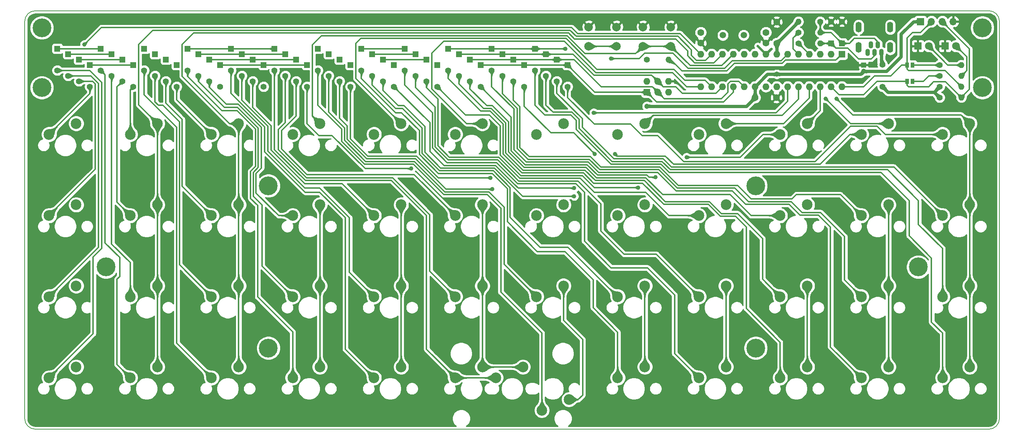
<source format=gbr>
%TF.GenerationSoftware,KiCad,Pcbnew,(5.1.2-1)-1*%
%TF.CreationDate,2019-08-21T16:04:43-07:00*%
%TF.ProjectId,plaid,706c6169-642e-46b6-9963-61645f706362,rev?*%
%TF.SameCoordinates,PX2faf080PY2faf080*%
%TF.FileFunction,Copper,L2,Bot*%
%TF.FilePolarity,Positive*%
%FSLAX46Y46*%
G04 Gerber Fmt 4.6, Leading zero omitted, Abs format (unit mm)*
G04 Created by KiCad (PCBNEW (5.1.2-1)-1) date 2019-08-21 16:04:43*
%MOMM*%
%LPD*%
G04 APERTURE LIST*
%ADD10C,0.150000*%
%ADD11R,0.970000X1.270000*%
%ADD12R,1.200000X1.200000*%
%ADD13C,1.200000*%
%ADD14C,2.500000*%
%ADD15C,1.600000*%
%ADD16O,1.400000X2.500000*%
%ADD17O,1.100000X1.700000*%
%ADD18R,1.400000X1.400000*%
%ADD19C,1.400000*%
%ADD20C,1.500000*%
%ADD21C,2.000000*%
%ADD22O,1.600000X1.600000*%
%ADD23R,1.600000X1.600000*%
%ADD24O,1.400000X1.400000*%
%ADD25C,4.400000*%
%ADD26O,1.700000X1.700000*%
%ADD27R,1.700000X1.700000*%
%ADD28R,1.800000X1.800000*%
%ADD29C,1.800000*%
%ADD30C,1.000000*%
%ADD31C,0.600000*%
%ADD32C,0.300000*%
%ADD33C,0.800000*%
%ADD34C,0.254000*%
%ADD35C,0.025400*%
G04 APERTURE END LIST*
D10*
X2500000Y-98000000D02*
G75*
G02X0Y-95500000I0J2500000D01*
G01*
X228000000Y-95500000D02*
G75*
G02X225500000Y-98000000I-2500000J0D01*
G01*
X225500000Y0D02*
G75*
G02X228000000Y-2500000I0J-2500000D01*
G01*
X0Y-2500000D02*
G75*
G02X2500000Y0I2500000J0D01*
G01*
X0Y-95500000D02*
X0Y-2500000D01*
X225500000Y-98000000D02*
X2500000Y-98000000D01*
X228000000Y-2500000D02*
X228000000Y-95500000D01*
X225500000Y0D02*
X2500000Y0D01*
D11*
X207650000Y-16510000D03*
X206370000Y-16510000D03*
X206370000Y-12700000D03*
X207650000Y-12700000D03*
D12*
X196215000Y-12700000D03*
D13*
X196215000Y-14200000D03*
D14*
X120960000Y-93580000D03*
X127310000Y-91040000D03*
X107040000Y-83420000D03*
X100690000Y-85960000D03*
X110190000Y-85960000D03*
X116540000Y-83420000D03*
D15*
X175895000Y-7620000D03*
X175895000Y-2620000D03*
X170815000Y-20320000D03*
X175815000Y-20320000D03*
D14*
X202040000Y-26420000D03*
X195690000Y-28960000D03*
X126040000Y-45420000D03*
X119690000Y-47960000D03*
X145040000Y-26420000D03*
X138690000Y-28960000D03*
X164040000Y-26420000D03*
X157690000Y-28960000D03*
X126040000Y-26420000D03*
X119690000Y-28960000D03*
X31040000Y-26420000D03*
X24690000Y-28960000D03*
X69040000Y-83420000D03*
X62690000Y-85960000D03*
X69040000Y-64420000D03*
X62690000Y-66960000D03*
X12040000Y-26420000D03*
X5690000Y-28960000D03*
X50040000Y-26420000D03*
X43690000Y-28960000D03*
X69040000Y-26420000D03*
X62690000Y-28960000D03*
X88040000Y-26420000D03*
X81690000Y-28960000D03*
X107040000Y-26420000D03*
X100690000Y-28960000D03*
X183040000Y-26420000D03*
X176690000Y-28960000D03*
X221040000Y-26420000D03*
X214690000Y-28960000D03*
X12040000Y-45420000D03*
X5690000Y-47960000D03*
X31040000Y-45420000D03*
X24690000Y-47960000D03*
X50040000Y-45420000D03*
X43690000Y-47960000D03*
X69040000Y-45420000D03*
X62690000Y-47960000D03*
X88040000Y-45420000D03*
X81690000Y-47960000D03*
X107040000Y-45420000D03*
X100690000Y-47960000D03*
X145040000Y-45420000D03*
X138690000Y-47960000D03*
X164040000Y-45420000D03*
X157690000Y-47960000D03*
X183040000Y-45420000D03*
X176690000Y-47960000D03*
X202040000Y-45420000D03*
X195690000Y-47960000D03*
X221040000Y-45420000D03*
X214690000Y-47960000D03*
X12040000Y-64420000D03*
X5690000Y-66960000D03*
X31040000Y-64420000D03*
X24690000Y-66960000D03*
X50040000Y-64420000D03*
X43690000Y-66960000D03*
X88040000Y-64420000D03*
X81690000Y-66960000D03*
X107040000Y-64420000D03*
X100690000Y-66960000D03*
X126040000Y-64420000D03*
X119690000Y-66960000D03*
X145040000Y-64420000D03*
X138690000Y-66960000D03*
X164040000Y-64420000D03*
X157690000Y-66960000D03*
X183040000Y-64420000D03*
X176690000Y-66960000D03*
X202040000Y-64420000D03*
X195690000Y-66960000D03*
X221040000Y-64420000D03*
X214690000Y-66960000D03*
X12040000Y-83420000D03*
X5690000Y-85960000D03*
X31040000Y-83420000D03*
X24690000Y-85960000D03*
X50040000Y-83420000D03*
X43690000Y-85960000D03*
X88040000Y-83420000D03*
X81690000Y-85960000D03*
X145040000Y-83420000D03*
X138690000Y-85960000D03*
X164040000Y-83420000D03*
X157690000Y-85960000D03*
X183040000Y-83420000D03*
X176690000Y-85960000D03*
X202040000Y-83420000D03*
X195690000Y-85960000D03*
X221040000Y-83420000D03*
X214690000Y-85960000D03*
D16*
X202455000Y-8600000D03*
X202455000Y-3850000D03*
X195055000Y-3850000D03*
X195055000Y-8600000D03*
D17*
X197955000Y-8000000D03*
X199555000Y-8000000D03*
X197155000Y-9800000D03*
X200355000Y-9800000D03*
X198755000Y-9800000D03*
D18*
X101600000Y-10160000D03*
D19*
X101600000Y-15240000D03*
D18*
X188595000Y-7620000D03*
D19*
X188595000Y-2540000D03*
D18*
X191135000Y-7620000D03*
D19*
X191135000Y-2540000D03*
D18*
X15240000Y-12700000D03*
D19*
X15240000Y-17780000D03*
D18*
X25400000Y-12700000D03*
D19*
X25400000Y-17780000D03*
D18*
X35560000Y-12700000D03*
D19*
X35560000Y-17780000D03*
D18*
X45720000Y-12700000D03*
D19*
X45720000Y-17780000D03*
D18*
X55880000Y-12700000D03*
D19*
X55880000Y-17780000D03*
D18*
X66040000Y-12700000D03*
D19*
X66040000Y-17780000D03*
D18*
X76200000Y-12700000D03*
D19*
X76200000Y-17780000D03*
D18*
X86360000Y-12700000D03*
D19*
X86360000Y-17780000D03*
D18*
X96520000Y-12700000D03*
D19*
X96520000Y-17780000D03*
D18*
X106680000Y-12700000D03*
D19*
X106680000Y-17780000D03*
D18*
X116840000Y-12700000D03*
D19*
X116840000Y-17780000D03*
D18*
X127000000Y-12700000D03*
D19*
X127000000Y-17780000D03*
D18*
X12700000Y-11430000D03*
D19*
X12700000Y-16510000D03*
D18*
X22860000Y-11430000D03*
D19*
X22860000Y-16510000D03*
D18*
X33020000Y-11430000D03*
D19*
X33020000Y-16510000D03*
D18*
X43180000Y-11430000D03*
D19*
X43180000Y-16510000D03*
D18*
X53340000Y-11430000D03*
D19*
X53340000Y-16510000D03*
D18*
X63500000Y-11430000D03*
D19*
X63500000Y-16510000D03*
D18*
X73660000Y-11430000D03*
D19*
X73660000Y-16510000D03*
D18*
X83820000Y-11430000D03*
D19*
X83820000Y-16510000D03*
D18*
X93980000Y-11430000D03*
D19*
X93980000Y-16510000D03*
D18*
X104140000Y-11430000D03*
D19*
X104140000Y-16510000D03*
D18*
X114300000Y-11430000D03*
D19*
X114300000Y-16510000D03*
D18*
X124460000Y-11430000D03*
D19*
X124460000Y-16510000D03*
D18*
X10160000Y-10160000D03*
D19*
X10160000Y-15240000D03*
D18*
X20320000Y-10160000D03*
D19*
X20320000Y-15240000D03*
D18*
X30480000Y-10160000D03*
D19*
X30480000Y-15240000D03*
D18*
X40640000Y-10160000D03*
D19*
X40640000Y-15240000D03*
D18*
X50800000Y-10160000D03*
D19*
X50800000Y-15240000D03*
D18*
X60960000Y-10160000D03*
D19*
X60960000Y-15240000D03*
D18*
X71120000Y-10160000D03*
D19*
X71120000Y-15240000D03*
D18*
X81280000Y-10160000D03*
D19*
X81280000Y-15240000D03*
D18*
X91440000Y-10160000D03*
D19*
X91440000Y-15240000D03*
D18*
X111760000Y-10160000D03*
D19*
X111760000Y-15240000D03*
D18*
X121920000Y-10160000D03*
D19*
X121920000Y-15240000D03*
D18*
X7620000Y-8890000D03*
D19*
X7620000Y-13970000D03*
D18*
X17780000Y-8890000D03*
D19*
X17780000Y-13970000D03*
D18*
X27940000Y-8890000D03*
D19*
X27940000Y-13970000D03*
D18*
X38100000Y-8890000D03*
D19*
X38100000Y-13970000D03*
D18*
X48260000Y-8890000D03*
D19*
X48260000Y-13970000D03*
D18*
X58420000Y-8890000D03*
D19*
X58420000Y-13970000D03*
D18*
X68580000Y-8890000D03*
D19*
X68580000Y-13970000D03*
D18*
X78740000Y-8890000D03*
D19*
X78740000Y-13970000D03*
D18*
X88900000Y-8890000D03*
D19*
X88900000Y-13970000D03*
D18*
X99060000Y-8890000D03*
D19*
X99060000Y-13970000D03*
D18*
X109220000Y-8890000D03*
D19*
X109220000Y-13970000D03*
D18*
X119380000Y-8890000D03*
D19*
X119380000Y-13970000D03*
D20*
X163295000Y-5715000D03*
X168175000Y-5715000D03*
D21*
X138430000Y-3810000D03*
X138430000Y-8310000D03*
X131930000Y-3810000D03*
X131930000Y-8310000D03*
X151130000Y-3810000D03*
X151130000Y-8310000D03*
X144630000Y-3810000D03*
X144630000Y-8310000D03*
D15*
X158115000Y-7580000D03*
X158115000Y-5080000D03*
X173355000Y-7580000D03*
X173355000Y-5080000D03*
D22*
X150622000Y-16510000D03*
X150622000Y-19050000D03*
X148082000Y-16510000D03*
X148082000Y-19050000D03*
X145542000Y-16510000D03*
D23*
X145542000Y-19050000D03*
D22*
X191135000Y-17780000D03*
X158115000Y-10160000D03*
X188595000Y-17780000D03*
X160655000Y-10160000D03*
X186055000Y-17780000D03*
X163195000Y-10160000D03*
X183515000Y-17780000D03*
X165735000Y-10160000D03*
X180975000Y-17780000D03*
X168275000Y-10160000D03*
X178435000Y-17780000D03*
X170815000Y-10160000D03*
X175895000Y-17780000D03*
X173355000Y-10160000D03*
X173355000Y-17780000D03*
X175895000Y-10160000D03*
X170815000Y-17780000D03*
X178435000Y-10160000D03*
X168275000Y-17780000D03*
X180975000Y-10160000D03*
X165735000Y-17780000D03*
X183515000Y-10160000D03*
X163195000Y-17780000D03*
X186055000Y-10160000D03*
X160655000Y-17780000D03*
X188595000Y-10160000D03*
X158115000Y-17780000D03*
D23*
X191135000Y-10160000D03*
D19*
X200660000Y-17780000D03*
X200660000Y-12680000D03*
X186055000Y-2540000D03*
D24*
X180975000Y-2540000D03*
X186055000Y-7620000D03*
D19*
X180975000Y-7620000D03*
X180975000Y-5080000D03*
D24*
X186055000Y-5080000D03*
D19*
X145542000Y-11500000D03*
D24*
X150622000Y-11500000D03*
D25*
X4000000Y-4000000D03*
X4000000Y-18000000D03*
X224000000Y-4000000D03*
X224000000Y-18000000D03*
X19000000Y-60000000D03*
X57000000Y-41000000D03*
X57000000Y-79000000D03*
X171000000Y-41000000D03*
X171000000Y-79000000D03*
X209000000Y-60000000D03*
D26*
X217170000Y-2540000D03*
X214630000Y-2540000D03*
X212090000Y-2540000D03*
D27*
X209550000Y-2540000D03*
D24*
X219075000Y-17780000D03*
D19*
X213995000Y-17780000D03*
X213995000Y-20320000D03*
D24*
X219075000Y-20320000D03*
D28*
X208915000Y-8255000D03*
D29*
X211455000Y-8255000D03*
X217805000Y-8255000D03*
D28*
X215265000Y-8255000D03*
D24*
X219075000Y-12700000D03*
D19*
X213995000Y-12700000D03*
X213995000Y-15240000D03*
D24*
X219075000Y-15240000D03*
D30*
X143256000Y-22479000D03*
X129286000Y-17907000D03*
X124714000Y-22098000D03*
X120650000Y-20955000D03*
X198755000Y-3683000D03*
X183515000Y-7620000D03*
X172339000Y-13843000D03*
X155829000Y-5080000D03*
X165735000Y-1651000D03*
X161925000Y-1651000D03*
X169672000Y-1651000D03*
X193900000Y-21900000D03*
X187500000Y-23000000D03*
X2000000Y-10000000D03*
X226000000Y-10000000D03*
X226000000Y-22000000D03*
X2000000Y-22000000D03*
X2000000Y-60000000D03*
X2000000Y-41000000D03*
X2000000Y-79000000D03*
X2000000Y-96000000D03*
X19000000Y-96000000D03*
X38000000Y-96000000D03*
X57000000Y-96000000D03*
X76000000Y-96000000D03*
X95000000Y-96000000D03*
X114000000Y-96000000D03*
X133000000Y-96000000D03*
X152000000Y-96000000D03*
X171000000Y-96000000D03*
X190000000Y-96000000D03*
X209000000Y-96000000D03*
X226000000Y-96000000D03*
X226000000Y-79000000D03*
X226000000Y-60000000D03*
X226000000Y-41000000D03*
X90424000Y-40005000D03*
X95250000Y-63373000D03*
X103886000Y-83947000D03*
X191135000Y-12954000D03*
X184785000Y-13335000D03*
X177927000Y-13335000D03*
X160655000Y-15621000D03*
X195199000Y-16510000D03*
X204978000Y-2286000D03*
X77089000Y-36830000D03*
X64516000Y-26289000D03*
X59690000Y-25400000D03*
X56007000Y-22098000D03*
X49530000Y-18288000D03*
X69850000Y-21209000D03*
X98806000Y-25781000D03*
X173355000Y-1651000D03*
X158115000Y-1651000D03*
X155829000Y-1651000D03*
X29210000Y-18923000D03*
X41021000Y-22860000D03*
X90297000Y-28702000D03*
X79629000Y-22225000D03*
X109347000Y-28575000D03*
X26416000Y-38735000D03*
X43434000Y-38862000D03*
X57277000Y-36957000D03*
X72771000Y-42164000D03*
X82423000Y-41529000D03*
X120650000Y-44958000D03*
X132461000Y-45085000D03*
X138303000Y-44196000D03*
X171323000Y-49657000D03*
X170561000Y-53594000D03*
X185674000Y-45212000D03*
X175133000Y-41148000D03*
X211074000Y-47498000D03*
X189738000Y-34925000D03*
X147750000Y-28000000D03*
X171000000Y-28000000D03*
X170500000Y-33500000D03*
X114000000Y-53000000D03*
X109500000Y-47500000D03*
X90424000Y-36957000D03*
X108966000Y-39116000D03*
X128524000Y-41529000D03*
X143510000Y-41402000D03*
X147574000Y-38989000D03*
X154813000Y-34290000D03*
X138049000Y-33528000D03*
X133350000Y-33528000D03*
X109347000Y-41783000D03*
X128524000Y-43434000D03*
X13970000Y-7874000D03*
X133096000Y-23876000D03*
X187325000Y-20574000D03*
X189865000Y-20574000D03*
D13*
X175895000Y-14859000D03*
X145542000Y-22352000D03*
D30*
X137160000Y-11176000D03*
X126492000Y-8890000D03*
D31*
X196215000Y-12700000D02*
X193675000Y-12700000D01*
D32*
X15240000Y-12700000D02*
X25400000Y-12700000D01*
X127000000Y-12700000D02*
X116840000Y-12700000D01*
X116840000Y-12700000D02*
X106680000Y-12700000D01*
X66040000Y-12700000D02*
X55880000Y-12700000D01*
X45720000Y-12700000D02*
X55880000Y-12700000D01*
X147828000Y-21336000D02*
X145542000Y-19050000D01*
X163449000Y-21336000D02*
X147828000Y-21336000D01*
X165735000Y-17780000D02*
X165735000Y-19050000D01*
X165735000Y-19050000D02*
X163449000Y-21336000D01*
X133350000Y-19050000D02*
X133096000Y-18796000D01*
X145542000Y-19050000D02*
X133350000Y-19050000D01*
X133096000Y-18796000D02*
X127000000Y-12700000D01*
X35560000Y-20830000D02*
X43690000Y-28960000D01*
X35560000Y-17780000D02*
X35560000Y-20830000D01*
X66040000Y-26416000D02*
X66040000Y-17780000D01*
X68834000Y-29210000D02*
X66040000Y-26416000D01*
X90424000Y-36957000D02*
X79629000Y-36957000D01*
X71882000Y-29210000D02*
X68834000Y-29210000D01*
X79629000Y-36957000D02*
X71882000Y-29210000D01*
X108966000Y-39116000D02*
X96774000Y-39116000D01*
X96774000Y-39116000D02*
X91694000Y-34036000D01*
X91694000Y-34036000D02*
X80264000Y-34036000D01*
X80264000Y-34036000D02*
X76200000Y-29972000D01*
X76200000Y-29972000D02*
X76200000Y-17780000D01*
X128524000Y-41529000D02*
X115443000Y-41529000D01*
X114554000Y-40640000D02*
X114808000Y-40894000D01*
X115443000Y-41529000D02*
X114554000Y-40640000D01*
X110143990Y-36229990D02*
X114554000Y-40640000D01*
X98078990Y-36229990D02*
X110143990Y-36229990D01*
X94776990Y-32927990D02*
X98078990Y-36229990D01*
X94776990Y-26196990D02*
X94776990Y-32927990D01*
X86360000Y-17780000D02*
X94776990Y-26196990D01*
X103124000Y-24384000D02*
X96520000Y-17780000D01*
X108712000Y-24384000D02*
X103124000Y-24384000D01*
X133223000Y-41402000D02*
X130429000Y-38608000D01*
X143510000Y-41402000D02*
X133223000Y-41402000D01*
X116078000Y-38608000D02*
X111252000Y-33782000D01*
X130429000Y-38608000D02*
X116078000Y-38608000D01*
X111252000Y-33782000D02*
X111252000Y-26924000D01*
X111252000Y-26924000D02*
X108712000Y-24384000D01*
X176690000Y-28960000D02*
X172716000Y-28960000D01*
X172716000Y-28960000D02*
X168275000Y-33401000D01*
X167386000Y-34290000D02*
X168402000Y-33274000D01*
X154813000Y-34290000D02*
X167386000Y-34290000D01*
X146050000Y-38989000D02*
X147574000Y-38989000D01*
X113792000Y-24892000D02*
X113792000Y-32766000D01*
X106680000Y-17780000D02*
X113792000Y-24892000D01*
X113792000Y-32766000D02*
X117094000Y-36068000D01*
X117094000Y-36068000D02*
X131572000Y-36068000D01*
X145542000Y-38481000D02*
X146050000Y-38989000D01*
X131572000Y-36068000D02*
X133985000Y-38481000D01*
X133985000Y-38481000D02*
X145542000Y-38481000D01*
X193036000Y-28960000D02*
X195690000Y-28960000D01*
X138049000Y-33528000D02*
X138557000Y-34036000D01*
X138557000Y-34036000D02*
X149860000Y-34036000D01*
X149860000Y-34036000D02*
X151765000Y-35941000D01*
X186055000Y-35941000D02*
X193036000Y-28960000D01*
X151765000Y-35941000D02*
X186055000Y-35941000D01*
X116840000Y-22352000D02*
X116840000Y-17780000D01*
X123063000Y-28575000D02*
X116840000Y-22352000D01*
X128397000Y-28575000D02*
X123063000Y-28575000D01*
X133350000Y-33528000D02*
X128397000Y-28575000D01*
X201299000Y-28960000D02*
X214690000Y-28960000D01*
X193167000Y-27051000D02*
X199390000Y-27051000D01*
X184912000Y-35306000D02*
X193167000Y-27051000D01*
X154178000Y-35306000D02*
X184912000Y-35306000D01*
X127000000Y-20320000D02*
X133223000Y-26543000D01*
X127000000Y-17780000D02*
X127000000Y-20320000D01*
X133223000Y-26543000D02*
X141732000Y-26543000D01*
X199390000Y-27051000D02*
X201299000Y-28960000D01*
X141732000Y-26543000D02*
X144399000Y-29210000D01*
X144399000Y-29210000D02*
X148082000Y-29210000D01*
X148082000Y-29210000D02*
X154178000Y-35306000D01*
X53340000Y-11430000D02*
X63500000Y-11430000D01*
X22860000Y-11430000D02*
X12700000Y-11430000D01*
X167005000Y-16510000D02*
X168275000Y-17780000D01*
X162941000Y-20574000D02*
X164465000Y-19050000D01*
X164465000Y-19050000D02*
X164465000Y-17145000D01*
X164465000Y-17145000D02*
X165100000Y-16510000D01*
X165100000Y-16510000D02*
X167005000Y-16510000D01*
X114300000Y-11430000D02*
X124460000Y-11430000D01*
X104140000Y-11430000D02*
X114300000Y-11430000D01*
X83820000Y-11430000D02*
X93980000Y-11430000D01*
X53340000Y-11430000D02*
X43180000Y-11430000D01*
X149606000Y-20574000D02*
X148082000Y-19050000D01*
X150368000Y-20574000D02*
X149606000Y-20574000D01*
X150368000Y-20574000D02*
X162941000Y-20574000D01*
X150114000Y-20574000D02*
X150368000Y-20574000D01*
X146812000Y-17780000D02*
X148082000Y-19050000D01*
X134874000Y-17780000D02*
X146812000Y-17780000D01*
X124460000Y-11430000D02*
X128524000Y-11430000D01*
X128524000Y-11430000D02*
X134874000Y-17780000D01*
X16500000Y-37150000D02*
X5690000Y-47960000D01*
X16500000Y-17135000D02*
X16500000Y-37150000D01*
X12700000Y-16510000D02*
X15875000Y-16510000D01*
X15875000Y-16510000D02*
X16500000Y-17135000D01*
X22860000Y-16510000D02*
X21590000Y-17780000D01*
X21590000Y-44860000D02*
X24690000Y-47960000D01*
X21590000Y-17780000D02*
X21590000Y-44860000D01*
X33020000Y-16510000D02*
X33020000Y-21590000D01*
X33020000Y-21590000D02*
X36830000Y-25400000D01*
X36830000Y-41100000D02*
X43690000Y-47960000D01*
X36830000Y-25400000D02*
X36830000Y-41100000D01*
X59390000Y-47960000D02*
X62690000Y-47960000D01*
X54102000Y-42672000D02*
X59390000Y-47960000D01*
X54102000Y-38100000D02*
X54102000Y-42672000D01*
X43180000Y-17907000D02*
X47117000Y-21844000D01*
X43180000Y-16510000D02*
X43180000Y-17907000D01*
X47117000Y-21844000D02*
X49911000Y-21844000D01*
X49911000Y-21844000D02*
X55372000Y-27305000D01*
X55372000Y-27305000D02*
X55372000Y-36830000D01*
X55372000Y-36830000D02*
X54102000Y-38100000D01*
X74230000Y-40500000D02*
X81690000Y-47960000D01*
X65519000Y-40500000D02*
X74230000Y-40500000D01*
X57658000Y-32639000D02*
X65519000Y-40500000D01*
X57658000Y-26924000D02*
X57658000Y-32639000D01*
X53340000Y-16510000D02*
X53340000Y-22606000D01*
X53340000Y-22606000D02*
X57658000Y-26924000D01*
X91084000Y-38354000D02*
X100690000Y-47960000D01*
X66040000Y-38354000D02*
X91084000Y-38354000D01*
X60071000Y-32385000D02*
X66040000Y-38354000D01*
X60071000Y-28067000D02*
X60071000Y-32385000D01*
X63500000Y-16510000D02*
X63500000Y-24638000D01*
X63500000Y-24638000D02*
X60071000Y-28067000D01*
X98552000Y-41783000D02*
X109347000Y-41783000D01*
X73660000Y-16510000D02*
X73660000Y-25146000D01*
X75438000Y-26924000D02*
X75438000Y-30099000D01*
X75438000Y-30099000D02*
X80010000Y-34671000D01*
X73660000Y-25146000D02*
X75438000Y-26924000D01*
X80010000Y-34671000D02*
X91440000Y-34671000D01*
X91440000Y-34671000D02*
X98552000Y-41783000D01*
X116459000Y-43434000D02*
X128524000Y-43434000D01*
X93599000Y-27099000D02*
X93599000Y-33147000D01*
X93599000Y-33147000D02*
X97282000Y-36830000D01*
X97282000Y-36830000D02*
X109855000Y-36830000D01*
X109855000Y-36830000D02*
X116459000Y-43434000D01*
X83820000Y-16510000D02*
X83820000Y-18669000D01*
X87376000Y-22225000D02*
X88725000Y-22225000D01*
X83820000Y-18669000D02*
X87376000Y-22225000D01*
X88725000Y-22225000D02*
X93599000Y-27099000D01*
X96647000Y-20647000D02*
X93980000Y-17980000D01*
X96647000Y-31623000D02*
X96647000Y-20647000D01*
X99314000Y-34290000D02*
X96647000Y-31623000D01*
X93980000Y-17980000D02*
X93980000Y-16510000D01*
X150703000Y-47960000D02*
X145288000Y-42545000D01*
X157690000Y-47960000D02*
X150703000Y-47960000D01*
X145288000Y-42545000D02*
X133223000Y-42545000D01*
X133223000Y-42545000D02*
X129921000Y-39243000D01*
X129921000Y-39243000D02*
X115824000Y-39243000D01*
X110871000Y-34290000D02*
X99314000Y-34290000D01*
X115824000Y-39243000D02*
X110871000Y-34290000D01*
X104140000Y-18288000D02*
X104140000Y-16510000D01*
X108077000Y-22225000D02*
X104140000Y-18288000D01*
X109347000Y-22225000D02*
X108077000Y-22225000D01*
X113157000Y-26035000D02*
X109347000Y-22225000D01*
X113157000Y-33020000D02*
X113157000Y-26035000D01*
X116840000Y-36703000D02*
X113157000Y-33020000D01*
X131318000Y-36703000D02*
X116840000Y-36703000D01*
X169880000Y-47960000D02*
X164973000Y-43053000D01*
X176690000Y-47960000D02*
X169880000Y-47960000D01*
X164973000Y-43053000D02*
X149225000Y-43053000D01*
X149225000Y-43053000D02*
X145288000Y-39116000D01*
X145288000Y-39116000D02*
X133731000Y-39116000D01*
X133731000Y-39116000D02*
X131318000Y-36703000D01*
X190783000Y-43053000D02*
X195690000Y-47960000D01*
X180467000Y-43053000D02*
X190783000Y-43053000D01*
X179451000Y-44069000D02*
X180467000Y-43053000D01*
X169926000Y-44069000D02*
X179451000Y-44069000D01*
X134747000Y-36576000D02*
X148590000Y-36576000D01*
X148590000Y-36576000D02*
X152908000Y-40894000D01*
X114300000Y-20955000D02*
X115824000Y-22479000D01*
X152908000Y-40894000D02*
X166751000Y-40894000D01*
X114300000Y-16510000D02*
X114300000Y-20955000D01*
X115824000Y-22479000D02*
X115824000Y-32004000D01*
X166751000Y-40894000D02*
X169926000Y-44069000D01*
X115824000Y-32004000D02*
X117983000Y-34163000D01*
X117983000Y-34163000D02*
X132334000Y-34163000D01*
X132334000Y-34163000D02*
X134747000Y-36576000D01*
X124460000Y-19304000D02*
X124460000Y-16510000D01*
X130429000Y-25273000D02*
X124460000Y-19304000D01*
X203306000Y-36576000D02*
X151257000Y-36576000D01*
X151257000Y-36576000D02*
X149352000Y-34671000D01*
X214690000Y-47960000D02*
X203306000Y-36576000D01*
X149352000Y-34671000D02*
X137795000Y-34671000D01*
X137795000Y-34671000D02*
X130429000Y-27305000D01*
X130429000Y-27305000D02*
X130429000Y-25273000D01*
X15494000Y-15240000D02*
X10160000Y-15240000D01*
X17272000Y-17018000D02*
X15494000Y-15240000D01*
X5690000Y-66960000D02*
X17272000Y-55378000D01*
X17272000Y-55378000D02*
X17272000Y-17018000D01*
X10160000Y-10160000D02*
X20320000Y-10160000D01*
X50800000Y-10160000D02*
X60960000Y-10160000D01*
X163195000Y-17780000D02*
X161671000Y-19304000D01*
X161671000Y-19304000D02*
X153797000Y-19304000D01*
X121920000Y-10160000D02*
X111760000Y-10160000D01*
X111760000Y-10160000D02*
X101600000Y-10160000D01*
X91440000Y-10160000D02*
X81280000Y-10160000D01*
X40640000Y-10160000D02*
X50800000Y-10160000D01*
X153797000Y-19304000D02*
X152273000Y-17780000D01*
X149352000Y-17780000D02*
X148082000Y-16510000D01*
X152273000Y-17780000D02*
X149352000Y-17780000D01*
X128270000Y-10160000D02*
X121920000Y-10160000D01*
X133188010Y-15078010D02*
X128270000Y-10160000D01*
X148082000Y-16510000D02*
X146650010Y-15078010D01*
X146650010Y-15078010D02*
X133188010Y-15078010D01*
X20320000Y-15240000D02*
X20320000Y-54610000D01*
X24690000Y-58980000D02*
X24690000Y-66960000D01*
X20320000Y-54610000D02*
X24690000Y-58980000D01*
X36195000Y-59465000D02*
X43690000Y-66960000D01*
X36195000Y-26035000D02*
X36195000Y-59465000D01*
X32319002Y-22159002D02*
X36195000Y-26035000D01*
X31293998Y-22159002D02*
X32319002Y-22159002D01*
X30480000Y-15240000D02*
X30480000Y-21345004D01*
X30480000Y-21345004D02*
X31293998Y-22159002D01*
X46736000Y-22606000D02*
X40640000Y-16510000D01*
X49784000Y-22606000D02*
X46736000Y-22606000D01*
X54610000Y-27432000D02*
X49784000Y-22606000D01*
X55500000Y-59770000D02*
X55500000Y-45500000D01*
X62690000Y-66960000D02*
X55500000Y-59770000D01*
X55500000Y-45500000D02*
X53467000Y-43467000D01*
X40640000Y-16510000D02*
X40640000Y-15240000D01*
X53467000Y-43467000D02*
X53467000Y-37846000D01*
X53467000Y-37846000D02*
X54610000Y-36703000D01*
X54610000Y-36703000D02*
X54610000Y-27432000D01*
X75946000Y-61216000D02*
X81690000Y-66960000D01*
X75946000Y-48446000D02*
X75946000Y-61216000D01*
X50800000Y-20955000D02*
X56896000Y-27051000D01*
X56896000Y-27051000D02*
X56896000Y-32893000D01*
X50800000Y-15240000D02*
X50800000Y-20955000D01*
X56896000Y-32893000D02*
X65503000Y-41500000D01*
X65503000Y-41500000D02*
X69000000Y-41500000D01*
X69000000Y-41500000D02*
X75946000Y-48446000D01*
X94742000Y-61012000D02*
X100690000Y-66960000D01*
X94742000Y-47742000D02*
X94742000Y-61012000D01*
X60960000Y-26162000D02*
X59309000Y-27813000D01*
X60960000Y-15240000D02*
X60960000Y-26162000D01*
X59309000Y-27813000D02*
X59309000Y-32512000D01*
X59309000Y-32512000D02*
X65913000Y-39116000D01*
X65913000Y-39116000D02*
X86116000Y-39116000D01*
X86116000Y-39116000D02*
X94742000Y-47742000D01*
X108585000Y-42418000D02*
X112141000Y-45974000D01*
X98298000Y-42418000D02*
X108585000Y-42418000D01*
X71120000Y-23749000D02*
X74803000Y-27432000D01*
X71120000Y-15240000D02*
X71120000Y-23749000D01*
X112141000Y-45974000D02*
X112141000Y-59411000D01*
X74803000Y-27432000D02*
X74803000Y-30353000D01*
X74803000Y-30353000D02*
X79756000Y-35306000D01*
X79756000Y-35306000D02*
X91186000Y-35306000D01*
X112141000Y-59411000D02*
X119690000Y-66960000D01*
X91186000Y-35306000D02*
X98298000Y-42418000D01*
X120523000Y-55372000D02*
X127102000Y-55372000D01*
X113538000Y-48387000D02*
X120523000Y-55372000D01*
X113538000Y-41402000D02*
X113538000Y-48387000D01*
X92964000Y-27464000D02*
X92964000Y-33401000D01*
X92964000Y-33401000D02*
X97028000Y-37465000D01*
X127102000Y-55372000D02*
X138690000Y-66960000D01*
X97028000Y-37465000D02*
X109601000Y-37465000D01*
X109601000Y-37465000D02*
X113538000Y-41402000D01*
X81280000Y-15240000D02*
X81280000Y-17399000D01*
X86773000Y-22892000D02*
X88392000Y-22892000D01*
X81280000Y-17399000D02*
X86773000Y-22892000D01*
X88392000Y-22892000D02*
X92964000Y-27464000D01*
X147753000Y-57023000D02*
X157690000Y-66960000D01*
X140208000Y-57023000D02*
X147753000Y-57023000D01*
X134747000Y-51562000D02*
X140208000Y-57023000D01*
X134747000Y-45212000D02*
X134747000Y-51562000D01*
X129413000Y-39878000D02*
X134747000Y-45212000D01*
X115570000Y-39878000D02*
X129413000Y-39878000D01*
X91440000Y-17940000D02*
X96012000Y-22512000D01*
X91440000Y-15240000D02*
X91440000Y-17940000D01*
X96012000Y-22512000D02*
X96012000Y-31877000D01*
X96012000Y-31877000D02*
X99060000Y-34925000D01*
X99060000Y-34925000D02*
X110617000Y-34925000D01*
X110617000Y-34925000D02*
X115570000Y-39878000D01*
X172593000Y-62863000D02*
X176690000Y-66960000D01*
X166751000Y-47498000D02*
X172593000Y-53340000D01*
X162941000Y-47498000D02*
X166751000Y-47498000D01*
X160147000Y-44704000D02*
X162941000Y-47498000D01*
X144907000Y-39751000D02*
X149860000Y-44704000D01*
X133477000Y-39751000D02*
X144907000Y-39751000D01*
X172593000Y-53340000D02*
X172593000Y-62863000D01*
X101600000Y-17100000D02*
X107360000Y-22860000D01*
X101600000Y-15240000D02*
X101600000Y-17100000D01*
X149860000Y-44704000D02*
X160147000Y-44704000D01*
X109093000Y-22860000D02*
X112522000Y-26289000D01*
X131064000Y-37338000D02*
X133477000Y-39751000D01*
X116586000Y-37338000D02*
X131064000Y-37338000D01*
X112522000Y-26289000D02*
X112522000Y-33274000D01*
X107360000Y-22860000D02*
X109093000Y-22860000D01*
X112522000Y-33274000D02*
X116586000Y-37338000D01*
X181864000Y-47244000D02*
X186182000Y-47244000D01*
X179324000Y-44704000D02*
X181864000Y-47244000D01*
X191770000Y-52832000D02*
X191770000Y-63040000D01*
X148336000Y-37211000D02*
X152654000Y-41529000D01*
X134493000Y-37211000D02*
X148336000Y-37211000D01*
X169291000Y-44704000D02*
X179324000Y-44704000D01*
X111760000Y-19431000D02*
X115189000Y-22860000D01*
X152654000Y-41529000D02*
X166116000Y-41529000D01*
X111760000Y-15240000D02*
X111760000Y-19431000D01*
X191770000Y-63040000D02*
X195690000Y-66960000D01*
X115189000Y-22860000D02*
X115189000Y-32258000D01*
X166116000Y-41529000D02*
X169291000Y-44704000D01*
X115189000Y-32258000D02*
X117729000Y-34798000D01*
X186182000Y-47244000D02*
X191770000Y-52832000D01*
X117729000Y-34798000D02*
X132080000Y-34798000D01*
X132080000Y-34798000D02*
X134493000Y-37211000D01*
X214690000Y-55686000D02*
X214690000Y-66960000D01*
X209042000Y-50038000D02*
X214690000Y-55686000D01*
X209042000Y-44450000D02*
X209042000Y-50038000D01*
X201803000Y-37211000D02*
X209042000Y-44450000D01*
X151003000Y-37211000D02*
X201803000Y-37211000D01*
X149098000Y-35306000D02*
X151003000Y-37211000D01*
X137414000Y-35306000D02*
X149098000Y-35306000D01*
X121920000Y-22098000D02*
X123571000Y-23749000D01*
X121920000Y-15240000D02*
X121920000Y-22098000D01*
X123571000Y-23749000D02*
X128016000Y-23749000D01*
X128016000Y-23749000D02*
X129667000Y-25400000D01*
X129667000Y-25400000D02*
X129667000Y-27559000D01*
X129667000Y-27559000D02*
X137414000Y-35306000D01*
X16000000Y-75650000D02*
X5690000Y-85960000D01*
X15240000Y-13970000D02*
X18034000Y-16764000D01*
X7620000Y-13970000D02*
X15240000Y-13970000D01*
X18034000Y-16764000D02*
X18034000Y-55626000D01*
X18034000Y-55626000D02*
X16000000Y-57660000D01*
X16000000Y-57660000D02*
X16000000Y-75650000D01*
X21590000Y-82860000D02*
X24690000Y-85960000D01*
X17780000Y-13970000D02*
X18796000Y-14986000D01*
X18796000Y-54356000D02*
X22225000Y-57785000D01*
X22225000Y-57785000D02*
X22225000Y-62230000D01*
X18796000Y-14986000D02*
X18796000Y-54356000D01*
X22225000Y-62230000D02*
X21590000Y-62865000D01*
X21590000Y-62865000D02*
X21590000Y-82860000D01*
X35560000Y-77830000D02*
X43690000Y-85960000D01*
X35560000Y-27273547D02*
X35560000Y-77830000D01*
X27940000Y-13970000D02*
X27940000Y-19653547D01*
X27940000Y-19653547D02*
X35560000Y-27273547D01*
X46101000Y-23368000D02*
X38100000Y-15367000D01*
X54009989Y-27720989D02*
X49657000Y-23368000D01*
X54009989Y-36414011D02*
X54009989Y-27720989D01*
X62690000Y-75190000D02*
X54500000Y-67000000D01*
X38100000Y-15367000D02*
X38100000Y-13970000D01*
X62690000Y-85960000D02*
X62690000Y-75190000D01*
X54500000Y-67000000D02*
X54500000Y-45610000D01*
X54500000Y-45610000D02*
X52832000Y-43942000D01*
X49657000Y-23368000D02*
X46101000Y-23368000D01*
X52832000Y-43942000D02*
X52832000Y-37592000D01*
X52832000Y-37592000D02*
X54009989Y-36414011D01*
X75000000Y-79270000D02*
X81690000Y-85960000D01*
X75000000Y-48500000D02*
X75000000Y-79270000D01*
X48260000Y-13970000D02*
X48260000Y-19304000D01*
X56134000Y-27178000D02*
X56134000Y-33020000D01*
X56134000Y-33020000D02*
X65614000Y-42500000D01*
X48260000Y-19304000D02*
X56134000Y-27178000D01*
X65614000Y-42500000D02*
X69000000Y-42500000D01*
X69000000Y-42500000D02*
X75000000Y-48500000D01*
X100690000Y-85960000D02*
X110190000Y-85960000D01*
X93980000Y-79250000D02*
X100690000Y-85960000D01*
X93980000Y-47980000D02*
X93980000Y-79250000D01*
X85751000Y-39751000D02*
X93980000Y-47980000D01*
X65659000Y-39751000D02*
X85751000Y-39751000D01*
X58420000Y-13970000D02*
X58420000Y-32512000D01*
X58420000Y-32512000D02*
X65659000Y-39751000D01*
X68580000Y-22098000D02*
X68580000Y-13970000D01*
X74168000Y-30607000D02*
X74168000Y-27686000D01*
X90932000Y-35941000D02*
X79502000Y-35941000D01*
X120960000Y-75494000D02*
X111379000Y-65913000D01*
X120960000Y-93580000D02*
X120960000Y-75494000D01*
X74168000Y-27686000D02*
X68580000Y-22098000D01*
X111379000Y-65913000D02*
X111379000Y-46228000D01*
X111379000Y-46228000D02*
X108204000Y-43053000D01*
X79502000Y-35941000D02*
X74168000Y-30607000D01*
X108204000Y-43053000D02*
X98044000Y-43053000D01*
X98044000Y-43053000D02*
X90932000Y-35941000D01*
X126365000Y-56388000D02*
X132969000Y-62992000D01*
X119888000Y-56388000D02*
X126365000Y-56388000D01*
X112903000Y-49403000D02*
X119888000Y-56388000D01*
X112903000Y-41656000D02*
X112903000Y-49403000D01*
X92329000Y-28067000D02*
X92329000Y-33655000D01*
X92329000Y-33655000D02*
X96774000Y-38100000D01*
X96774000Y-38100000D02*
X109347000Y-38100000D01*
X109347000Y-38100000D02*
X112903000Y-41656000D01*
X78740000Y-13970000D02*
X78740000Y-15875000D01*
X86741000Y-23876000D02*
X88138000Y-23876000D01*
X78740000Y-15875000D02*
X86741000Y-23876000D01*
X88138000Y-23876000D02*
X92329000Y-28067000D01*
X138690000Y-75266200D02*
X132969000Y-69545200D01*
X138690000Y-85960000D02*
X138690000Y-75266200D01*
X132969000Y-62992000D02*
X132969000Y-69545200D01*
X88900000Y-17400000D02*
X88900000Y-13970000D01*
X95377000Y-23877000D02*
X88900000Y-17400000D01*
X95377000Y-32131000D02*
X95377000Y-23877000D01*
X98806000Y-35560000D02*
X95377000Y-32131000D01*
X110363000Y-35560000D02*
X98806000Y-35560000D01*
X115316000Y-40513000D02*
X110363000Y-35560000D01*
X128905000Y-40513000D02*
X115316000Y-40513000D01*
X157690000Y-85960000D02*
X152019000Y-80289000D01*
X152019000Y-80289000D02*
X152019000Y-66548000D01*
X130937000Y-42545000D02*
X128905000Y-40513000D01*
X152019000Y-66548000D02*
X145669000Y-60198000D01*
X137160000Y-60198000D02*
X130937000Y-53975000D01*
X145669000Y-60198000D02*
X137160000Y-60198000D01*
X130937000Y-53975000D02*
X130937000Y-42545000D01*
X176690000Y-77630000D02*
X176690000Y-85960000D01*
X111887000Y-33528000D02*
X116332000Y-37973000D01*
X108839000Y-23495000D02*
X111887000Y-26543000D01*
X168783000Y-69723000D02*
X176690000Y-77630000D01*
X106680000Y-23495000D02*
X108839000Y-23495000D01*
X99060000Y-13970000D02*
X99060000Y-15875000D01*
X99060000Y-15875000D02*
X106680000Y-23495000D01*
X144526000Y-40386000D02*
X149479000Y-45339000D01*
X166243000Y-48133000D02*
X168783000Y-50673000D01*
X111887000Y-26543000D02*
X111887000Y-33528000D01*
X116332000Y-37973000D02*
X130683000Y-37973000D01*
X130683000Y-37973000D02*
X133096000Y-40386000D01*
X149479000Y-45339000D02*
X159893000Y-45339000D01*
X159893000Y-45339000D02*
X162687000Y-48133000D01*
X162687000Y-48133000D02*
X166243000Y-48133000D01*
X133096000Y-40386000D02*
X144526000Y-40386000D01*
X168783000Y-50673000D02*
X168783000Y-69723000D01*
X188468000Y-78738000D02*
X195690000Y-85960000D01*
X165481000Y-42164000D02*
X168656000Y-45339000D01*
X188468000Y-50673000D02*
X188468000Y-78738000D01*
X152400000Y-42164000D02*
X165481000Y-42164000D01*
X109220000Y-17780000D02*
X114427000Y-22987000D01*
X168656000Y-45339000D02*
X178816000Y-45339000D01*
X109220000Y-13970000D02*
X109220000Y-17780000D01*
X114427000Y-22987000D02*
X114427000Y-32512000D01*
X181356000Y-47879000D02*
X185674000Y-47879000D01*
X114427000Y-32512000D02*
X117348000Y-35433000D01*
X185674000Y-47879000D02*
X188468000Y-50673000D01*
X117348000Y-35433000D02*
X131826000Y-35433000D01*
X178816000Y-45339000D02*
X181356000Y-47879000D01*
X148082000Y-37846000D02*
X152400000Y-42164000D01*
X134239000Y-37846000D02*
X148082000Y-37846000D01*
X131826000Y-35433000D02*
X134239000Y-37846000D01*
X212090000Y-72898000D02*
X214690000Y-75498000D01*
X212090000Y-57912000D02*
X212090000Y-72898000D01*
X206883000Y-52705000D02*
X212090000Y-57912000D01*
X214690000Y-75498000D02*
X214690000Y-85960000D01*
X206883000Y-44450000D02*
X206883000Y-52705000D01*
X200279000Y-37846000D02*
X206883000Y-44450000D01*
X150749000Y-37846000D02*
X200279000Y-37846000D01*
X148844000Y-35941000D02*
X150749000Y-37846000D01*
X137160000Y-35941000D02*
X148844000Y-35941000D01*
X119380000Y-22098000D02*
X121666000Y-24384000D01*
X127762000Y-24384000D02*
X129032000Y-25654000D01*
X119380000Y-13970000D02*
X119380000Y-22098000D01*
X129032000Y-25654000D02*
X129032000Y-27813000D01*
X121666000Y-24384000D02*
X127762000Y-24384000D01*
X129032000Y-27813000D02*
X137160000Y-35941000D01*
X180975000Y-7620000D02*
X183515000Y-10160000D01*
X179705000Y-6350000D02*
X180975000Y-5080000D01*
X180975000Y-10160000D02*
X179705000Y-8890000D01*
X179705000Y-8890000D02*
X179705000Y-6350000D01*
X138430000Y-8310000D02*
X131930000Y-8310000D01*
X189738000Y-11557000D02*
X191135000Y-10160000D01*
X151130000Y-11500000D02*
X153727000Y-14097000D01*
X153727000Y-14097000D02*
X164211000Y-14097000D01*
X164211000Y-14097000D02*
X165989000Y-12319000D01*
X165989000Y-12319000D02*
X177165000Y-12319000D01*
X177165000Y-12319000D02*
X177927000Y-11557000D01*
X177927000Y-11557000D02*
X189738000Y-11557000D01*
X153289000Y-5334000D02*
X158115000Y-10160000D01*
X129334000Y-5334000D02*
X153289000Y-5334000D01*
X127937000Y-3937000D02*
X129334000Y-5334000D01*
X13970000Y-7874000D02*
X17907000Y-3937000D01*
X17907000Y-3937000D02*
X127937000Y-3937000D01*
X31040000Y-83420000D02*
X31040000Y-64420000D01*
X31040000Y-64420000D02*
X31040000Y-45420000D01*
X31040000Y-45420000D02*
X31040000Y-26420000D01*
X26670000Y-22050000D02*
X31040000Y-26420000D01*
X26670000Y-7874000D02*
X26670000Y-22050000D01*
X127572000Y-4572000D02*
X29972000Y-4572000D01*
X160655000Y-10160000D02*
X159223011Y-11591989D01*
X128969000Y-5969000D02*
X127572000Y-4572000D01*
X157133989Y-11591989D02*
X155956000Y-10414000D01*
X155956000Y-10414000D02*
X155956000Y-9144000D01*
X159223011Y-11591989D02*
X157133989Y-11591989D01*
X155956000Y-9144000D02*
X152781000Y-5969000D01*
X29972000Y-4572000D02*
X26670000Y-7874000D01*
X152781000Y-5969000D02*
X128969000Y-5969000D01*
X50040000Y-83420000D02*
X50040000Y-64420000D01*
X50040000Y-45420000D02*
X50040000Y-26420000D01*
X50040000Y-64420000D02*
X50040000Y-45420000D01*
X47883000Y-26420000D02*
X50040000Y-26420000D01*
X36830000Y-7874000D02*
X36830000Y-15367000D01*
X39497000Y-5207000D02*
X36830000Y-7874000D01*
X128604000Y-6604000D02*
X127207000Y-5207000D01*
X127207000Y-5207000D02*
X39497000Y-5207000D01*
X161163000Y-12192000D02*
X156718000Y-12192000D01*
X36830000Y-15367000D02*
X47883000Y-26420000D01*
X156718000Y-12192000D02*
X155067000Y-10541000D01*
X155067000Y-10541000D02*
X155067000Y-9398000D01*
X163195000Y-10160000D02*
X161163000Y-12192000D01*
X155067000Y-9398000D02*
X152273000Y-6604000D01*
X152273000Y-6604000D02*
X128604000Y-6604000D01*
X67310000Y-7949998D02*
X67310000Y-24690000D01*
X69417998Y-5842000D02*
X67310000Y-7949998D01*
X67310000Y-24690000D02*
X69040000Y-26420000D01*
X131064000Y-10033000D02*
X126873000Y-5842000D01*
X126873000Y-5842000D02*
X69417998Y-5842000D01*
X163068000Y-12827000D02*
X165735000Y-10160000D01*
X155647000Y-12827000D02*
X163068000Y-12827000D01*
X151130000Y-8310000D02*
X155647000Y-12827000D01*
X151130000Y-8310000D02*
X144630000Y-8310000D01*
X142907000Y-10033000D02*
X131064000Y-10033000D01*
X144630000Y-8310000D02*
X142907000Y-10033000D01*
X69040000Y-45420000D02*
X69040000Y-64420000D01*
X69040000Y-64420000D02*
X69040000Y-83420000D01*
X88040000Y-45420000D02*
X88040000Y-64420000D01*
X88040000Y-64420000D02*
X88040000Y-83420000D01*
X77470000Y-15850000D02*
X88040000Y-26420000D01*
X77470000Y-7620000D02*
X77470000Y-15850000D01*
X78613000Y-6477000D02*
X77470000Y-7620000D01*
X159131000Y-16256000D02*
X154432000Y-16256000D01*
X160655000Y-17780000D02*
X159131000Y-16256000D01*
X154432000Y-16256000D02*
X151892000Y-13716000D01*
X151892000Y-13716000D02*
X133858000Y-13716000D01*
X133858000Y-13716000D02*
X126619000Y-6477000D01*
X126619000Y-6477000D02*
X78613000Y-6477000D01*
X107040000Y-83420000D02*
X116540000Y-83420000D01*
X107040000Y-45420000D02*
X107040000Y-64420000D01*
X107040000Y-64420000D02*
X107040000Y-83420000D01*
X154813000Y-17780000D02*
X158115000Y-17780000D01*
X133604000Y-14478000D02*
X151511000Y-14478000D01*
X103382000Y-26420000D02*
X95250000Y-18288000D01*
X107040000Y-26420000D02*
X103382000Y-26420000D01*
X95250000Y-18288000D02*
X95250000Y-9906000D01*
X95250000Y-9906000D02*
X98044000Y-7112000D01*
X151511000Y-14478000D02*
X154813000Y-17780000D01*
X98044000Y-7112000D02*
X126238000Y-7112000D01*
X126238000Y-7112000D02*
X133604000Y-14478000D01*
X170250000Y-23876000D02*
X133096000Y-23876000D01*
X175768000Y-23876000D02*
X170250000Y-23876000D01*
X178435000Y-17780000D02*
X178435000Y-21209000D01*
X178435000Y-21209000D02*
X175768000Y-23876000D01*
X130500000Y-76960000D02*
X126040000Y-72500000D01*
X130500000Y-90000000D02*
X130500000Y-76960000D01*
X126040000Y-72500000D02*
X126040000Y-64420000D01*
X129460000Y-91040000D02*
X130500000Y-90000000D01*
X127310000Y-91040000D02*
X129460000Y-91040000D01*
X145040000Y-83420000D02*
X145040000Y-64420000D01*
X145040000Y-26410000D02*
X145040000Y-26420000D01*
X146939000Y-24511000D02*
X145040000Y-26410000D01*
X177165000Y-24511000D02*
X146939000Y-24511000D01*
X180975000Y-17780000D02*
X180975000Y-20701000D01*
X180975000Y-20701000D02*
X177165000Y-24511000D01*
X164040000Y-64420000D02*
X164040000Y-83420000D01*
X174875000Y-26420000D02*
X164040000Y-26420000D01*
X177542000Y-26420000D02*
X174875000Y-26420000D01*
X183515000Y-17780000D02*
X183515000Y-20447000D01*
X183515000Y-20447000D02*
X177542000Y-26420000D01*
X183040000Y-64420000D02*
X183040000Y-83420000D01*
X186055000Y-23405000D02*
X183040000Y-26420000D01*
X186055000Y-17780000D02*
X186055000Y-23405000D01*
X202040000Y-64420000D02*
X202040000Y-83420000D01*
X202040000Y-45420000D02*
X202040000Y-64420000D01*
X202036000Y-26416000D02*
X202040000Y-26420000D01*
X187325000Y-20574000D02*
X193167000Y-26416000D01*
X193167000Y-26416000D02*
X202036000Y-26416000D01*
X221040000Y-64420000D02*
X221040000Y-83420000D01*
X221040000Y-45420000D02*
X221040000Y-64420000D01*
X219004000Y-24384000D02*
X221040000Y-26420000D01*
X194437000Y-24384000D02*
X196850000Y-24384000D01*
X196850000Y-24384000D02*
X219004000Y-24384000D01*
X193675000Y-24384000D02*
X196850000Y-24384000D01*
X189865000Y-20574000D02*
X193675000Y-24384000D01*
X221040000Y-26420000D02*
X221040000Y-45420000D01*
D33*
X175895000Y-7620000D02*
X175895000Y-10160000D01*
X175895000Y-7620000D02*
X180975000Y-2540000D01*
X170815000Y-17780000D02*
X170815000Y-20320000D01*
X173736000Y-14859000D02*
X170815000Y-17780000D01*
X175895000Y-14859000D02*
X173736000Y-14859000D01*
X213295001Y-18479999D02*
X213995000Y-17780000D01*
X213144989Y-18630011D02*
X213295001Y-18479999D01*
X207900000Y-2540000D02*
X209550000Y-2540000D01*
X204978000Y-5462000D02*
X207900000Y-2540000D01*
X204978000Y-10795000D02*
X204978000Y-5462000D01*
X196215000Y-14200000D02*
X201573000Y-14200000D01*
X201573000Y-14200000D02*
X204978000Y-10795000D01*
X195556000Y-14859000D02*
X175895000Y-14859000D01*
X196215000Y-14200000D02*
X195556000Y-14859000D01*
X213995000Y-17780000D02*
X212725000Y-19050000D01*
X201930000Y-19050000D02*
X200660000Y-17780000D01*
X213995000Y-20320000D02*
X212725000Y-19050000D01*
X212725000Y-19050000D02*
X201930000Y-19050000D01*
X170815000Y-20320000D02*
X168783000Y-22352000D01*
X168783000Y-22352000D02*
X145542000Y-22352000D01*
X200355000Y-9500000D02*
X200355000Y-12375000D01*
X200355000Y-12375000D02*
X200660000Y-12680000D01*
D32*
X15240000Y-19410000D02*
X5690000Y-28960000D01*
X15240000Y-17780000D02*
X15240000Y-19410000D01*
X24690000Y-18490000D02*
X25400000Y-17780000D01*
X24690000Y-28960000D02*
X24690000Y-18490000D01*
X188595000Y-7620000D02*
X186055000Y-7620000D01*
X189745001Y-8770001D02*
X188595000Y-7620000D01*
X192539001Y-8770001D02*
X189745001Y-8770001D01*
X195072000Y-11303000D02*
X192539001Y-8770001D01*
X197993000Y-11303000D02*
X195072000Y-11303000D01*
X198755000Y-9500000D02*
X198755000Y-10541000D01*
X198755000Y-10541000D02*
X197993000Y-11303000D01*
X188595000Y-5080000D02*
X191135000Y-7620000D01*
X186055000Y-5080000D02*
X188595000Y-5080000D01*
X186055000Y-2540000D02*
X186055000Y-5080000D01*
X199555000Y-7277000D02*
X199555000Y-8300000D01*
X198755000Y-6477000D02*
X199555000Y-7277000D01*
X194056000Y-6477000D02*
X198755000Y-6477000D01*
X191135000Y-7620000D02*
X192913000Y-7620000D01*
X192913000Y-7620000D02*
X194056000Y-6477000D01*
X196215000Y-17780000D02*
X191135000Y-17780000D01*
X198755000Y-15240000D02*
X196215000Y-17780000D01*
X202565000Y-15240000D02*
X198755000Y-15240000D01*
X205105000Y-12700000D02*
X202565000Y-15240000D01*
X206370000Y-12700000D02*
X205105000Y-12700000D01*
X206370000Y-13635000D02*
X206705000Y-13970000D01*
X206370000Y-12700000D02*
X206370000Y-13635000D01*
X215265000Y-13970000D02*
X219075000Y-17780000D01*
X206705000Y-13970000D02*
X215265000Y-13970000D01*
X206370000Y-6355000D02*
X206370000Y-12700000D01*
X207645000Y-5080000D02*
X206370000Y-6355000D01*
X212090000Y-2540000D02*
X209550000Y-5080000D01*
X209550000Y-5080000D02*
X207645000Y-5080000D01*
X188595000Y-17780000D02*
X190500000Y-19685000D01*
X196215000Y-19685000D02*
X199390000Y-16510000D01*
X190500000Y-19685000D02*
X196215000Y-19685000D01*
X199390000Y-16510000D02*
X206370000Y-16510000D01*
X206370000Y-17445000D02*
X206705000Y-17780000D01*
X206370000Y-16510000D02*
X206370000Y-17445000D01*
X206705000Y-17780000D02*
X211455000Y-17780000D01*
X218375001Y-19620001D02*
X219075000Y-20320000D01*
X215384999Y-16629999D02*
X218375001Y-19620001D01*
X212605001Y-16629999D02*
X215384999Y-16629999D01*
X211455000Y-17780000D02*
X212605001Y-16629999D01*
X219774999Y-19620001D02*
X219075000Y-20320000D01*
X220980000Y-18415000D02*
X219774999Y-19620001D01*
X220980000Y-8890000D02*
X220980000Y-18415000D01*
X214630000Y-2540000D02*
X220980000Y-8890000D01*
X215900000Y-12700000D02*
X219075000Y-12700000D01*
X211455000Y-8255000D02*
X215900000Y-12700000D01*
X219075000Y-15240000D02*
X220345000Y-13970000D01*
X220345000Y-10795000D02*
X217805000Y-8255000D01*
X220345000Y-13970000D02*
X220345000Y-10795000D01*
X109220000Y-8890000D02*
X119380000Y-8890000D01*
X109220000Y-8890000D02*
X99060000Y-8890000D01*
X88900000Y-8890000D02*
X78740000Y-8890000D01*
X48260000Y-8890000D02*
X38100000Y-8890000D01*
X17780000Y-8890000D02*
X7620000Y-8890000D01*
X58420000Y-8890000D02*
X48260000Y-8890000D01*
X119380000Y-8890000D02*
X126492000Y-8890000D01*
X176911000Y-11684000D02*
X165481000Y-11684000D01*
X178435000Y-10160000D02*
X176911000Y-11684000D01*
X163703000Y-13462000D02*
X155194000Y-13462000D01*
X155194000Y-13462000D02*
X151638000Y-9906000D01*
X165481000Y-11684000D02*
X163703000Y-13462000D01*
X145034000Y-9906000D02*
X143764000Y-11176000D01*
X151638000Y-9906000D02*
X145034000Y-9906000D01*
X143764000Y-11176000D02*
X137160000Y-11176000D01*
X207650000Y-12700000D02*
X213995000Y-12700000D01*
X207650000Y-16510000D02*
X210185000Y-16510000D01*
X211455000Y-15240000D02*
X213995000Y-15240000D01*
X210185000Y-16510000D02*
X211455000Y-15240000D01*
D31*
X173355000Y-10160000D02*
X171450000Y-8255000D01*
X173355000Y-10160000D02*
X174154999Y-9360001D01*
X174154999Y-9360001D02*
X174625000Y-8890000D01*
D34*
G36*
X225847018Y-747430D02*
G01*
X226180819Y-848211D01*
X226488687Y-1011907D01*
X226758896Y-1232284D01*
X226981157Y-1500952D01*
X227146995Y-1807663D01*
X227250104Y-2140753D01*
X227290000Y-2520341D01*
X227290001Y-95465270D01*
X227252571Y-95847016D01*
X227151789Y-96180818D01*
X226988093Y-96488687D01*
X226767716Y-96758897D01*
X226499052Y-96981154D01*
X226192337Y-97146995D01*
X225859246Y-97250104D01*
X225479659Y-97290000D01*
X127108973Y-97290000D01*
X127276920Y-97177781D01*
X127577781Y-96876920D01*
X127814167Y-96523144D01*
X127976992Y-96130049D01*
X128060000Y-95712741D01*
X128060000Y-95287259D01*
X127976992Y-94869951D01*
X127814167Y-94476856D01*
X127577781Y-94123080D01*
X127276920Y-93822219D01*
X126923144Y-93585833D01*
X126530049Y-93423008D01*
X126112741Y-93340000D01*
X125687259Y-93340000D01*
X125269951Y-93423008D01*
X124876856Y-93585833D01*
X124523080Y-93822219D01*
X124222219Y-94123080D01*
X123985833Y-94476856D01*
X123823008Y-94869951D01*
X123740000Y-95287259D01*
X123740000Y-95712741D01*
X123823008Y-96130049D01*
X123985833Y-96523144D01*
X124222219Y-96876920D01*
X124523080Y-97177781D01*
X124691027Y-97290000D01*
X103308973Y-97290000D01*
X103476920Y-97177781D01*
X103777781Y-96876920D01*
X104014167Y-96523144D01*
X104176992Y-96130049D01*
X104260000Y-95712741D01*
X104260000Y-95287259D01*
X104176992Y-94869951D01*
X104014167Y-94476856D01*
X103777781Y-94123080D01*
X103476920Y-93822219D01*
X103123144Y-93585833D01*
X102730049Y-93423008D01*
X102312741Y-93340000D01*
X101887259Y-93340000D01*
X101469951Y-93423008D01*
X101076856Y-93585833D01*
X100723080Y-93822219D01*
X100422219Y-94123080D01*
X100185833Y-94476856D01*
X100023008Y-94869951D01*
X99940000Y-95287259D01*
X99940000Y-95712741D01*
X100023008Y-96130049D01*
X100185833Y-96523144D01*
X100422219Y-96876920D01*
X100723080Y-97177781D01*
X100891027Y-97290000D01*
X2534720Y-97290000D01*
X2152984Y-97252571D01*
X1819182Y-97151789D01*
X1511313Y-96988093D01*
X1241103Y-96767716D01*
X1018846Y-96499052D01*
X853005Y-96192337D01*
X749896Y-95859246D01*
X710000Y-95479659D01*
X710000Y-31353740D01*
X2935000Y-31353740D01*
X2935000Y-31646260D01*
X2992068Y-31933158D01*
X3104010Y-32203411D01*
X3266525Y-32446632D01*
X3473368Y-32653475D01*
X3716589Y-32815990D01*
X3986842Y-32927932D01*
X4273740Y-32985000D01*
X4566260Y-32985000D01*
X4853158Y-32927932D01*
X5123411Y-32815990D01*
X5366632Y-32653475D01*
X5573475Y-32446632D01*
X5735990Y-32203411D01*
X5847932Y-31933158D01*
X5905000Y-31646260D01*
X5905000Y-31353740D01*
X5882471Y-31240475D01*
X6865000Y-31240475D01*
X6865000Y-31759525D01*
X6966261Y-32268601D01*
X7164893Y-32748141D01*
X7453262Y-33179715D01*
X7820285Y-33546738D01*
X8251859Y-33835107D01*
X8731399Y-34033739D01*
X9240475Y-34135000D01*
X9759525Y-34135000D01*
X10268601Y-34033739D01*
X10748141Y-33835107D01*
X11179715Y-33546738D01*
X11546738Y-33179715D01*
X11835107Y-32748141D01*
X12033739Y-32268601D01*
X12135000Y-31759525D01*
X12135000Y-31240475D01*
X12033739Y-30731399D01*
X11835107Y-30251859D01*
X11546738Y-29820285D01*
X11179715Y-29453262D01*
X10748141Y-29164893D01*
X10268601Y-28966261D01*
X9759525Y-28865000D01*
X9240475Y-28865000D01*
X8731399Y-28966261D01*
X8251859Y-29164893D01*
X7820285Y-29453262D01*
X7453262Y-29820285D01*
X7164893Y-30251859D01*
X6966261Y-30731399D01*
X6865000Y-31240475D01*
X5882471Y-31240475D01*
X5847932Y-31066842D01*
X5756042Y-30845000D01*
X5875656Y-30845000D01*
X6239834Y-30772561D01*
X6582882Y-30630466D01*
X6891618Y-30424175D01*
X7154175Y-30161618D01*
X7360466Y-29852882D01*
X7502561Y-29509834D01*
X7575000Y-29145656D01*
X7575000Y-28953950D01*
X7579529Y-28789334D01*
X7594828Y-28644565D01*
X7620880Y-28506223D01*
X7657534Y-28373333D01*
X7704927Y-28244769D01*
X7763458Y-28119506D01*
X7833767Y-27996642D01*
X7916629Y-27875547D01*
X8012902Y-27755807D01*
X8130756Y-27629401D01*
X9525813Y-26234344D01*
X10155000Y-26234344D01*
X10155000Y-26605656D01*
X10227439Y-26969834D01*
X10369534Y-27312882D01*
X10575825Y-27621618D01*
X10838382Y-27884175D01*
X11147118Y-28090466D01*
X11490166Y-28232561D01*
X11854344Y-28305000D01*
X12225656Y-28305000D01*
X12589834Y-28232561D01*
X12932882Y-28090466D01*
X13241618Y-27884175D01*
X13504175Y-27621618D01*
X13710466Y-27312882D01*
X13852561Y-26969834D01*
X13925000Y-26605656D01*
X13925000Y-26234344D01*
X13852561Y-25870166D01*
X13710466Y-25527118D01*
X13504175Y-25218382D01*
X13241618Y-24955825D01*
X12932882Y-24749534D01*
X12589834Y-24607439D01*
X12225656Y-24535000D01*
X11854344Y-24535000D01*
X11490166Y-24607439D01*
X11147118Y-24749534D01*
X10838382Y-24955825D01*
X10575825Y-25218382D01*
X10369534Y-25527118D01*
X10227439Y-25870166D01*
X10155000Y-26234344D01*
X9525813Y-26234344D01*
X15715000Y-20045157D01*
X15715001Y-30534894D01*
X15526632Y-30346525D01*
X15283411Y-30184010D01*
X15013158Y-30072068D01*
X14726260Y-30015000D01*
X14433740Y-30015000D01*
X14146842Y-30072068D01*
X13876589Y-30184010D01*
X13633368Y-30346525D01*
X13426525Y-30553368D01*
X13264010Y-30796589D01*
X13152068Y-31066842D01*
X13095000Y-31353740D01*
X13095000Y-31646260D01*
X13152068Y-31933158D01*
X13264010Y-32203411D01*
X13426525Y-32446632D01*
X13633368Y-32653475D01*
X13876589Y-32815990D01*
X14146842Y-32927932D01*
X14433740Y-32985000D01*
X14726260Y-32985000D01*
X15013158Y-32927932D01*
X15283411Y-32815990D01*
X15526632Y-32653475D01*
X15715001Y-32465106D01*
X15715001Y-36824842D01*
X7020604Y-45519239D01*
X6894192Y-45637097D01*
X6774452Y-45733370D01*
X6653357Y-45816232D01*
X6530497Y-45886539D01*
X6405233Y-45945071D01*
X6276660Y-45992467D01*
X6143776Y-46029119D01*
X6005434Y-46055171D01*
X5860664Y-46070470D01*
X5696045Y-46075000D01*
X5504344Y-46075000D01*
X5140166Y-46147439D01*
X4797118Y-46289534D01*
X4488382Y-46495825D01*
X4225825Y-46758382D01*
X4019534Y-47067118D01*
X3877439Y-47410166D01*
X3805000Y-47774344D01*
X3805000Y-48145656D01*
X3877439Y-48509834D01*
X4019534Y-48852882D01*
X4144972Y-49040614D01*
X3986842Y-49072068D01*
X3716589Y-49184010D01*
X3473368Y-49346525D01*
X3266525Y-49553368D01*
X3104010Y-49796589D01*
X2992068Y-50066842D01*
X2935000Y-50353740D01*
X2935000Y-50646260D01*
X2992068Y-50933158D01*
X3104010Y-51203411D01*
X3266525Y-51446632D01*
X3473368Y-51653475D01*
X3716589Y-51815990D01*
X3986842Y-51927932D01*
X4273740Y-51985000D01*
X4566260Y-51985000D01*
X4853158Y-51927932D01*
X5123411Y-51815990D01*
X5366632Y-51653475D01*
X5573475Y-51446632D01*
X5735990Y-51203411D01*
X5847932Y-50933158D01*
X5905000Y-50646260D01*
X5905000Y-50353740D01*
X5882471Y-50240475D01*
X6865000Y-50240475D01*
X6865000Y-50759525D01*
X6966261Y-51268601D01*
X7164893Y-51748141D01*
X7453262Y-52179715D01*
X7820285Y-52546738D01*
X8251859Y-52835107D01*
X8731399Y-53033739D01*
X9240475Y-53135000D01*
X9759525Y-53135000D01*
X10268601Y-53033739D01*
X10748141Y-52835107D01*
X11179715Y-52546738D01*
X11546738Y-52179715D01*
X11835107Y-51748141D01*
X12033739Y-51268601D01*
X12135000Y-50759525D01*
X12135000Y-50353740D01*
X13095000Y-50353740D01*
X13095000Y-50646260D01*
X13152068Y-50933158D01*
X13264010Y-51203411D01*
X13426525Y-51446632D01*
X13633368Y-51653475D01*
X13876589Y-51815990D01*
X14146842Y-51927932D01*
X14433740Y-51985000D01*
X14726260Y-51985000D01*
X15013158Y-51927932D01*
X15283411Y-51815990D01*
X15526632Y-51653475D01*
X15733475Y-51446632D01*
X15895990Y-51203411D01*
X16007932Y-50933158D01*
X16065000Y-50646260D01*
X16065000Y-50353740D01*
X16007932Y-50066842D01*
X15895990Y-49796589D01*
X15733475Y-49553368D01*
X15526632Y-49346525D01*
X15283411Y-49184010D01*
X15013158Y-49072068D01*
X14726260Y-49015000D01*
X14433740Y-49015000D01*
X14146842Y-49072068D01*
X13876589Y-49184010D01*
X13633368Y-49346525D01*
X13426525Y-49553368D01*
X13264010Y-49796589D01*
X13152068Y-50066842D01*
X13095000Y-50353740D01*
X12135000Y-50353740D01*
X12135000Y-50240475D01*
X12033739Y-49731399D01*
X11835107Y-49251859D01*
X11546738Y-48820285D01*
X11179715Y-48453262D01*
X10748141Y-48164893D01*
X10268601Y-47966261D01*
X9759525Y-47865000D01*
X9240475Y-47865000D01*
X8731399Y-47966261D01*
X8251859Y-48164893D01*
X7820285Y-48453262D01*
X7453262Y-48820285D01*
X7164893Y-49251859D01*
X6966261Y-49731399D01*
X6865000Y-50240475D01*
X5882471Y-50240475D01*
X5847932Y-50066842D01*
X5756042Y-49845000D01*
X5875656Y-49845000D01*
X6239834Y-49772561D01*
X6582882Y-49630466D01*
X6891618Y-49424175D01*
X7154175Y-49161618D01*
X7360466Y-48852882D01*
X7502561Y-48509834D01*
X7575000Y-48145656D01*
X7575000Y-47953950D01*
X7579529Y-47789334D01*
X7594828Y-47644565D01*
X7620880Y-47506223D01*
X7657534Y-47373333D01*
X7704927Y-47244769D01*
X7763458Y-47119506D01*
X7833767Y-46996642D01*
X7916629Y-46875547D01*
X8012902Y-46755807D01*
X8130756Y-46629401D01*
X9525813Y-45234344D01*
X10155000Y-45234344D01*
X10155000Y-45605656D01*
X10227439Y-45969834D01*
X10369534Y-46312882D01*
X10575825Y-46621618D01*
X10838382Y-46884175D01*
X11147118Y-47090466D01*
X11490166Y-47232561D01*
X11854344Y-47305000D01*
X12225656Y-47305000D01*
X12589834Y-47232561D01*
X12932882Y-47090466D01*
X13241618Y-46884175D01*
X13504175Y-46621618D01*
X13710466Y-46312882D01*
X13852561Y-45969834D01*
X13925000Y-45605656D01*
X13925000Y-45234344D01*
X13852561Y-44870166D01*
X13710466Y-44527118D01*
X13504175Y-44218382D01*
X13241618Y-43955825D01*
X12932882Y-43749534D01*
X12589834Y-43607439D01*
X12225656Y-43535000D01*
X11854344Y-43535000D01*
X11490166Y-43607439D01*
X11147118Y-43749534D01*
X10838382Y-43955825D01*
X10575825Y-44218382D01*
X10369534Y-44527118D01*
X10227439Y-44870166D01*
X10155000Y-45234344D01*
X9525813Y-45234344D01*
X16487000Y-38273157D01*
X16487000Y-55052842D01*
X7020601Y-64519241D01*
X6894192Y-64637097D01*
X6774452Y-64733370D01*
X6653357Y-64816232D01*
X6530497Y-64886539D01*
X6405233Y-64945071D01*
X6276660Y-64992467D01*
X6143776Y-65029119D01*
X6005434Y-65055171D01*
X5860664Y-65070470D01*
X5696045Y-65075000D01*
X5504344Y-65075000D01*
X5140166Y-65147439D01*
X4797118Y-65289534D01*
X4488382Y-65495825D01*
X4225825Y-65758382D01*
X4019534Y-66067118D01*
X3877439Y-66410166D01*
X3805000Y-66774344D01*
X3805000Y-67145656D01*
X3877439Y-67509834D01*
X4019534Y-67852882D01*
X4144972Y-68040614D01*
X3986842Y-68072068D01*
X3716589Y-68184010D01*
X3473368Y-68346525D01*
X3266525Y-68553368D01*
X3104010Y-68796589D01*
X2992068Y-69066842D01*
X2935000Y-69353740D01*
X2935000Y-69646260D01*
X2992068Y-69933158D01*
X3104010Y-70203411D01*
X3266525Y-70446632D01*
X3473368Y-70653475D01*
X3716589Y-70815990D01*
X3986842Y-70927932D01*
X4273740Y-70985000D01*
X4566260Y-70985000D01*
X4853158Y-70927932D01*
X5123411Y-70815990D01*
X5366632Y-70653475D01*
X5573475Y-70446632D01*
X5735990Y-70203411D01*
X5847932Y-69933158D01*
X5905000Y-69646260D01*
X5905000Y-69353740D01*
X5882471Y-69240475D01*
X6865000Y-69240475D01*
X6865000Y-69759525D01*
X6966261Y-70268601D01*
X7164893Y-70748141D01*
X7453262Y-71179715D01*
X7820285Y-71546738D01*
X8251859Y-71835107D01*
X8731399Y-72033739D01*
X9240475Y-72135000D01*
X9759525Y-72135000D01*
X10268601Y-72033739D01*
X10748141Y-71835107D01*
X11179715Y-71546738D01*
X11546738Y-71179715D01*
X11835107Y-70748141D01*
X12033739Y-70268601D01*
X12135000Y-69759525D01*
X12135000Y-69240475D01*
X12033739Y-68731399D01*
X11835107Y-68251859D01*
X11546738Y-67820285D01*
X11179715Y-67453262D01*
X10748141Y-67164893D01*
X10268601Y-66966261D01*
X9759525Y-66865000D01*
X9240475Y-66865000D01*
X8731399Y-66966261D01*
X8251859Y-67164893D01*
X7820285Y-67453262D01*
X7453262Y-67820285D01*
X7164893Y-68251859D01*
X6966261Y-68731399D01*
X6865000Y-69240475D01*
X5882471Y-69240475D01*
X5847932Y-69066842D01*
X5756042Y-68845000D01*
X5875656Y-68845000D01*
X6239834Y-68772561D01*
X6582882Y-68630466D01*
X6891618Y-68424175D01*
X7154175Y-68161618D01*
X7360466Y-67852882D01*
X7502561Y-67509834D01*
X7575000Y-67145656D01*
X7575000Y-66953950D01*
X7579529Y-66789334D01*
X7594828Y-66644565D01*
X7620880Y-66506223D01*
X7657534Y-66373333D01*
X7704927Y-66244769D01*
X7763458Y-66119506D01*
X7833767Y-65996642D01*
X7916629Y-65875547D01*
X8012902Y-65755807D01*
X8130754Y-65629403D01*
X9525813Y-64234344D01*
X10155000Y-64234344D01*
X10155000Y-64605656D01*
X10227439Y-64969834D01*
X10369534Y-65312882D01*
X10575825Y-65621618D01*
X10838382Y-65884175D01*
X11147118Y-66090466D01*
X11490166Y-66232561D01*
X11854344Y-66305000D01*
X12225656Y-66305000D01*
X12589834Y-66232561D01*
X12932882Y-66090466D01*
X13241618Y-65884175D01*
X13504175Y-65621618D01*
X13710466Y-65312882D01*
X13852561Y-64969834D01*
X13925000Y-64605656D01*
X13925000Y-64234344D01*
X13852561Y-63870166D01*
X13710466Y-63527118D01*
X13504175Y-63218382D01*
X13241618Y-62955825D01*
X12932882Y-62749534D01*
X12589834Y-62607439D01*
X12225656Y-62535000D01*
X11854344Y-62535000D01*
X11490166Y-62607439D01*
X11147118Y-62749534D01*
X10838382Y-62955825D01*
X10575825Y-63218382D01*
X10369534Y-63527118D01*
X10227439Y-63870166D01*
X10155000Y-64234344D01*
X9525813Y-64234344D01*
X15215000Y-58545158D01*
X15215001Y-68155674D01*
X15013158Y-68072068D01*
X14726260Y-68015000D01*
X14433740Y-68015000D01*
X14146842Y-68072068D01*
X13876589Y-68184010D01*
X13633368Y-68346525D01*
X13426525Y-68553368D01*
X13264010Y-68796589D01*
X13152068Y-69066842D01*
X13095000Y-69353740D01*
X13095000Y-69646260D01*
X13152068Y-69933158D01*
X13264010Y-70203411D01*
X13426525Y-70446632D01*
X13633368Y-70653475D01*
X13876589Y-70815990D01*
X14146842Y-70927932D01*
X14433740Y-70985000D01*
X14726260Y-70985000D01*
X15013158Y-70927932D01*
X15215001Y-70844326D01*
X15215001Y-75324842D01*
X7020604Y-83519239D01*
X6894192Y-83637097D01*
X6774452Y-83733370D01*
X6653357Y-83816232D01*
X6530497Y-83886539D01*
X6405233Y-83945071D01*
X6276660Y-83992467D01*
X6143776Y-84029119D01*
X6005434Y-84055171D01*
X5860664Y-84070470D01*
X5696045Y-84075000D01*
X5504344Y-84075000D01*
X5140166Y-84147439D01*
X4797118Y-84289534D01*
X4488382Y-84495825D01*
X4225825Y-84758382D01*
X4019534Y-85067118D01*
X3877439Y-85410166D01*
X3805000Y-85774344D01*
X3805000Y-86145656D01*
X3877439Y-86509834D01*
X4019534Y-86852882D01*
X4144972Y-87040614D01*
X3986842Y-87072068D01*
X3716589Y-87184010D01*
X3473368Y-87346525D01*
X3266525Y-87553368D01*
X3104010Y-87796589D01*
X2992068Y-88066842D01*
X2935000Y-88353740D01*
X2935000Y-88646260D01*
X2992068Y-88933158D01*
X3104010Y-89203411D01*
X3266525Y-89446632D01*
X3473368Y-89653475D01*
X3716589Y-89815990D01*
X3986842Y-89927932D01*
X4273740Y-89985000D01*
X4566260Y-89985000D01*
X4853158Y-89927932D01*
X5123411Y-89815990D01*
X5366632Y-89653475D01*
X5573475Y-89446632D01*
X5735990Y-89203411D01*
X5847932Y-88933158D01*
X5905000Y-88646260D01*
X5905000Y-88353740D01*
X5882471Y-88240475D01*
X6865000Y-88240475D01*
X6865000Y-88759525D01*
X6966261Y-89268601D01*
X7164893Y-89748141D01*
X7453262Y-90179715D01*
X7820285Y-90546738D01*
X8251859Y-90835107D01*
X8731399Y-91033739D01*
X9240475Y-91135000D01*
X9759525Y-91135000D01*
X10268601Y-91033739D01*
X10748141Y-90835107D01*
X11179715Y-90546738D01*
X11546738Y-90179715D01*
X11835107Y-89748141D01*
X12033739Y-89268601D01*
X12135000Y-88759525D01*
X12135000Y-88353740D01*
X13095000Y-88353740D01*
X13095000Y-88646260D01*
X13152068Y-88933158D01*
X13264010Y-89203411D01*
X13426525Y-89446632D01*
X13633368Y-89653475D01*
X13876589Y-89815990D01*
X14146842Y-89927932D01*
X14433740Y-89985000D01*
X14726260Y-89985000D01*
X15013158Y-89927932D01*
X15283411Y-89815990D01*
X15526632Y-89653475D01*
X15733475Y-89446632D01*
X15895990Y-89203411D01*
X16007932Y-88933158D01*
X16065000Y-88646260D01*
X16065000Y-88353740D01*
X16007932Y-88066842D01*
X15895990Y-87796589D01*
X15733475Y-87553368D01*
X15526632Y-87346525D01*
X15283411Y-87184010D01*
X15013158Y-87072068D01*
X14726260Y-87015000D01*
X14433740Y-87015000D01*
X14146842Y-87072068D01*
X13876589Y-87184010D01*
X13633368Y-87346525D01*
X13426525Y-87553368D01*
X13264010Y-87796589D01*
X13152068Y-88066842D01*
X13095000Y-88353740D01*
X12135000Y-88353740D01*
X12135000Y-88240475D01*
X12033739Y-87731399D01*
X11835107Y-87251859D01*
X11546738Y-86820285D01*
X11179715Y-86453262D01*
X10748141Y-86164893D01*
X10268601Y-85966261D01*
X9759525Y-85865000D01*
X9240475Y-85865000D01*
X8731399Y-85966261D01*
X8251859Y-86164893D01*
X7820285Y-86453262D01*
X7453262Y-86820285D01*
X7164893Y-87251859D01*
X6966261Y-87731399D01*
X6865000Y-88240475D01*
X5882471Y-88240475D01*
X5847932Y-88066842D01*
X5756042Y-87845000D01*
X5875656Y-87845000D01*
X6239834Y-87772561D01*
X6582882Y-87630466D01*
X6891618Y-87424175D01*
X7154175Y-87161618D01*
X7360466Y-86852882D01*
X7502561Y-86509834D01*
X7575000Y-86145656D01*
X7575000Y-85953950D01*
X7579529Y-85789334D01*
X7594828Y-85644565D01*
X7620880Y-85506223D01*
X7657534Y-85373333D01*
X7704927Y-85244769D01*
X7763458Y-85119506D01*
X7833767Y-84996642D01*
X7916629Y-84875547D01*
X8012902Y-84755807D01*
X8130756Y-84629401D01*
X9525813Y-83234344D01*
X10155000Y-83234344D01*
X10155000Y-83605656D01*
X10227439Y-83969834D01*
X10369534Y-84312882D01*
X10575825Y-84621618D01*
X10838382Y-84884175D01*
X11147118Y-85090466D01*
X11490166Y-85232561D01*
X11854344Y-85305000D01*
X12225656Y-85305000D01*
X12589834Y-85232561D01*
X12932882Y-85090466D01*
X13241618Y-84884175D01*
X13504175Y-84621618D01*
X13710466Y-84312882D01*
X13852561Y-83969834D01*
X13925000Y-83605656D01*
X13925000Y-83234344D01*
X13852561Y-82870166D01*
X13710466Y-82527118D01*
X13504175Y-82218382D01*
X13241618Y-81955825D01*
X12932882Y-81749534D01*
X12589834Y-81607439D01*
X12225656Y-81535000D01*
X11854344Y-81535000D01*
X11490166Y-81607439D01*
X11147118Y-81749534D01*
X10838382Y-81955825D01*
X10575825Y-82218382D01*
X10369534Y-82527118D01*
X10227439Y-82870166D01*
X10155000Y-83234344D01*
X9525813Y-83234344D01*
X16527810Y-76232347D01*
X16557764Y-76207764D01*
X16655862Y-76088233D01*
X16728754Y-75951860D01*
X16734708Y-75932232D01*
X16773642Y-75803887D01*
X16781020Y-75728974D01*
X16785000Y-75688561D01*
X16785000Y-75688556D01*
X16788797Y-75650000D01*
X16785000Y-75611444D01*
X16785000Y-61787883D01*
X16797912Y-61807207D01*
X17192793Y-62202088D01*
X17657124Y-62512344D01*
X18173061Y-62726052D01*
X18720777Y-62835000D01*
X19279223Y-62835000D01*
X19826939Y-62726052D01*
X20342876Y-62512344D01*
X20807207Y-62202088D01*
X21202088Y-61807207D01*
X21440001Y-61451145D01*
X21440001Y-61904842D01*
X21062190Y-62282653D01*
X21032236Y-62307236D01*
X20934138Y-62426768D01*
X20861246Y-62563141D01*
X20816359Y-62711114D01*
X20805000Y-62826440D01*
X20805000Y-62826447D01*
X20801203Y-62865000D01*
X20805000Y-62903553D01*
X20805001Y-82821437D01*
X20801203Y-82860000D01*
X20816359Y-83013886D01*
X20861246Y-83161859D01*
X20861247Y-83161860D01*
X20934139Y-83298233D01*
X20966364Y-83337499D01*
X21007655Y-83387812D01*
X21007659Y-83387816D01*
X21032237Y-83417764D01*
X21062185Y-83442342D01*
X22249262Y-84629419D01*
X22367091Y-84755799D01*
X22463370Y-84875547D01*
X22546232Y-84996642D01*
X22616541Y-85119506D01*
X22675072Y-85244769D01*
X22722465Y-85373333D01*
X22759119Y-85506223D01*
X22785171Y-85644565D01*
X22800470Y-85789335D01*
X22805000Y-85953955D01*
X22805000Y-86145656D01*
X22877439Y-86509834D01*
X23019534Y-86852882D01*
X23144972Y-87040614D01*
X22986842Y-87072068D01*
X22716589Y-87184010D01*
X22473368Y-87346525D01*
X22266525Y-87553368D01*
X22104010Y-87796589D01*
X21992068Y-88066842D01*
X21935000Y-88353740D01*
X21935000Y-88646260D01*
X21992068Y-88933158D01*
X22104010Y-89203411D01*
X22266525Y-89446632D01*
X22473368Y-89653475D01*
X22716589Y-89815990D01*
X22986842Y-89927932D01*
X23273740Y-89985000D01*
X23566260Y-89985000D01*
X23853158Y-89927932D01*
X24123411Y-89815990D01*
X24366632Y-89653475D01*
X24573475Y-89446632D01*
X24735990Y-89203411D01*
X24847932Y-88933158D01*
X24905000Y-88646260D01*
X24905000Y-88353740D01*
X24882471Y-88240475D01*
X25865000Y-88240475D01*
X25865000Y-88759525D01*
X25966261Y-89268601D01*
X26164893Y-89748141D01*
X26453262Y-90179715D01*
X26820285Y-90546738D01*
X27251859Y-90835107D01*
X27731399Y-91033739D01*
X28240475Y-91135000D01*
X28759525Y-91135000D01*
X29268601Y-91033739D01*
X29748141Y-90835107D01*
X30179715Y-90546738D01*
X30546738Y-90179715D01*
X30835107Y-89748141D01*
X31033739Y-89268601D01*
X31135000Y-88759525D01*
X31135000Y-88353740D01*
X32095000Y-88353740D01*
X32095000Y-88646260D01*
X32152068Y-88933158D01*
X32264010Y-89203411D01*
X32426525Y-89446632D01*
X32633368Y-89653475D01*
X32876589Y-89815990D01*
X33146842Y-89927932D01*
X33433740Y-89985000D01*
X33726260Y-89985000D01*
X34013158Y-89927932D01*
X34283411Y-89815990D01*
X34526632Y-89653475D01*
X34733475Y-89446632D01*
X34895990Y-89203411D01*
X35007932Y-88933158D01*
X35065000Y-88646260D01*
X35065000Y-88353740D01*
X35007932Y-88066842D01*
X34895990Y-87796589D01*
X34733475Y-87553368D01*
X34526632Y-87346525D01*
X34283411Y-87184010D01*
X34013158Y-87072068D01*
X33726260Y-87015000D01*
X33433740Y-87015000D01*
X33146842Y-87072068D01*
X32876589Y-87184010D01*
X32633368Y-87346525D01*
X32426525Y-87553368D01*
X32264010Y-87796589D01*
X32152068Y-88066842D01*
X32095000Y-88353740D01*
X31135000Y-88353740D01*
X31135000Y-88240475D01*
X31033739Y-87731399D01*
X30835107Y-87251859D01*
X30546738Y-86820285D01*
X30179715Y-86453262D01*
X29748141Y-86164893D01*
X29268601Y-85966261D01*
X28759525Y-85865000D01*
X28240475Y-85865000D01*
X27731399Y-85966261D01*
X27251859Y-86164893D01*
X26820285Y-86453262D01*
X26453262Y-86820285D01*
X26164893Y-87251859D01*
X25966261Y-87731399D01*
X25865000Y-88240475D01*
X24882471Y-88240475D01*
X24847932Y-88066842D01*
X24756042Y-87845000D01*
X24875656Y-87845000D01*
X25239834Y-87772561D01*
X25582882Y-87630466D01*
X25891618Y-87424175D01*
X26154175Y-87161618D01*
X26360466Y-86852882D01*
X26502561Y-86509834D01*
X26575000Y-86145656D01*
X26575000Y-85774344D01*
X26502561Y-85410166D01*
X26360466Y-85067118D01*
X26154175Y-84758382D01*
X25891618Y-84495825D01*
X25582882Y-84289534D01*
X25239834Y-84147439D01*
X24875656Y-84075000D01*
X24683955Y-84075000D01*
X24519335Y-84070470D01*
X24374565Y-84055171D01*
X24236223Y-84029119D01*
X24103333Y-83992465D01*
X23974769Y-83945072D01*
X23849506Y-83886541D01*
X23726642Y-83816232D01*
X23605547Y-83733370D01*
X23485799Y-83637091D01*
X23359419Y-83519262D01*
X22375000Y-82534843D01*
X22375000Y-70555107D01*
X22473368Y-70653475D01*
X22716589Y-70815990D01*
X22986842Y-70927932D01*
X23273740Y-70985000D01*
X23566260Y-70985000D01*
X23853158Y-70927932D01*
X24123411Y-70815990D01*
X24366632Y-70653475D01*
X24573475Y-70446632D01*
X24735990Y-70203411D01*
X24847932Y-69933158D01*
X24905000Y-69646260D01*
X24905000Y-69353740D01*
X24847932Y-69066842D01*
X24756042Y-68845000D01*
X24875656Y-68845000D01*
X25239834Y-68772561D01*
X25582882Y-68630466D01*
X25891618Y-68424175D01*
X26154175Y-68161618D01*
X26360466Y-67852882D01*
X26502561Y-67509834D01*
X26575000Y-67145656D01*
X26575000Y-66774344D01*
X26502561Y-66410166D01*
X26360466Y-66067118D01*
X26154175Y-65758382D01*
X26018591Y-65622798D01*
X25905429Y-65503233D01*
X25813867Y-65390032D01*
X25734473Y-65273798D01*
X25666418Y-65153902D01*
X25609024Y-65029486D01*
X25561836Y-64899522D01*
X25524677Y-64762937D01*
X25497640Y-64618703D01*
X25481046Y-64465958D01*
X25475000Y-64293272D01*
X25475000Y-59018552D01*
X25478797Y-58979999D01*
X25475000Y-58941446D01*
X25475000Y-58941439D01*
X25463641Y-58826113D01*
X25418754Y-58678140D01*
X25345862Y-58541767D01*
X25247764Y-58422236D01*
X25217817Y-58397659D01*
X21105000Y-54284843D01*
X21105000Y-45485157D01*
X22249262Y-46629419D01*
X22367091Y-46755799D01*
X22463370Y-46875547D01*
X22546232Y-46996642D01*
X22616541Y-47119506D01*
X22675072Y-47244769D01*
X22722465Y-47373333D01*
X22759119Y-47506223D01*
X22785171Y-47644565D01*
X22800470Y-47789335D01*
X22805000Y-47953955D01*
X22805000Y-48145656D01*
X22877439Y-48509834D01*
X23019534Y-48852882D01*
X23144972Y-49040614D01*
X22986842Y-49072068D01*
X22716589Y-49184010D01*
X22473368Y-49346525D01*
X22266525Y-49553368D01*
X22104010Y-49796589D01*
X21992068Y-50066842D01*
X21935000Y-50353740D01*
X21935000Y-50646260D01*
X21992068Y-50933158D01*
X22104010Y-51203411D01*
X22266525Y-51446632D01*
X22473368Y-51653475D01*
X22716589Y-51815990D01*
X22986842Y-51927932D01*
X23273740Y-51985000D01*
X23566260Y-51985000D01*
X23853158Y-51927932D01*
X24123411Y-51815990D01*
X24366632Y-51653475D01*
X24573475Y-51446632D01*
X24735990Y-51203411D01*
X24847932Y-50933158D01*
X24905000Y-50646260D01*
X24905000Y-50353740D01*
X24847932Y-50066842D01*
X24756042Y-49845000D01*
X24875656Y-49845000D01*
X25239834Y-49772561D01*
X25582882Y-49630466D01*
X25891618Y-49424175D01*
X26154175Y-49161618D01*
X26360466Y-48852882D01*
X26502561Y-48509834D01*
X26575000Y-48145656D01*
X26575000Y-47774344D01*
X26502561Y-47410166D01*
X26360466Y-47067118D01*
X26154175Y-46758382D01*
X25891618Y-46495825D01*
X25582882Y-46289534D01*
X25239834Y-46147439D01*
X24875656Y-46075000D01*
X24683955Y-46075000D01*
X24519335Y-46070470D01*
X24374565Y-46055171D01*
X24236223Y-46029119D01*
X24103333Y-45992465D01*
X23974769Y-45945072D01*
X23849506Y-45886541D01*
X23726642Y-45816232D01*
X23605547Y-45733370D01*
X23485799Y-45637091D01*
X23359419Y-45519262D01*
X22375000Y-44534843D01*
X22375000Y-32555107D01*
X22473368Y-32653475D01*
X22716589Y-32815990D01*
X22986842Y-32927932D01*
X23273740Y-32985000D01*
X23566260Y-32985000D01*
X23853158Y-32927932D01*
X24123411Y-32815990D01*
X24366632Y-32653475D01*
X24573475Y-32446632D01*
X24735990Y-32203411D01*
X24847932Y-31933158D01*
X24905000Y-31646260D01*
X24905000Y-31353740D01*
X24847932Y-31066842D01*
X24756042Y-30845000D01*
X24875656Y-30845000D01*
X25239834Y-30772561D01*
X25582882Y-30630466D01*
X25891618Y-30424175D01*
X26154175Y-30161618D01*
X26360466Y-29852882D01*
X26502561Y-29509834D01*
X26575000Y-29145656D01*
X26575000Y-28774344D01*
X26502561Y-28410166D01*
X26360466Y-28067118D01*
X26154175Y-27758382D01*
X26018591Y-27622798D01*
X25905429Y-27503233D01*
X25813867Y-27390032D01*
X25734473Y-27273798D01*
X25666418Y-27153902D01*
X25609024Y-27029486D01*
X25561836Y-26899522D01*
X25524677Y-26762937D01*
X25497640Y-26618703D01*
X25481046Y-26465958D01*
X25475000Y-26293272D01*
X25475000Y-19115000D01*
X25531486Y-19115000D01*
X25789405Y-19063696D01*
X25885001Y-19024099D01*
X25885001Y-22011437D01*
X25881203Y-22050000D01*
X25896359Y-22203886D01*
X25941246Y-22351859D01*
X25955693Y-22378887D01*
X26014139Y-22488233D01*
X26045839Y-22526859D01*
X26087655Y-22577812D01*
X26087659Y-22577816D01*
X26112237Y-22607764D01*
X26142185Y-22632342D01*
X28599264Y-25089422D01*
X28717091Y-25215799D01*
X28813370Y-25335547D01*
X28896232Y-25456642D01*
X28966541Y-25579506D01*
X29025072Y-25704769D01*
X29072465Y-25833333D01*
X29109119Y-25966223D01*
X29135171Y-26104565D01*
X29150470Y-26249335D01*
X29155000Y-26413955D01*
X29155000Y-26605656D01*
X29227439Y-26969834D01*
X29369534Y-27312882D01*
X29575825Y-27621618D01*
X29711390Y-27757183D01*
X29824576Y-27876773D01*
X29916132Y-27989967D01*
X29995526Y-28106201D01*
X30063581Y-28226097D01*
X30120975Y-28350513D01*
X30168163Y-28480477D01*
X30205322Y-28617062D01*
X30232359Y-28761296D01*
X30248953Y-28914041D01*
X30255001Y-29086757D01*
X30255001Y-29528548D01*
X30179715Y-29453262D01*
X29748141Y-29164893D01*
X29268601Y-28966261D01*
X28759525Y-28865000D01*
X28240475Y-28865000D01*
X27731399Y-28966261D01*
X27251859Y-29164893D01*
X26820285Y-29453262D01*
X26453262Y-29820285D01*
X26164893Y-30251859D01*
X25966261Y-30731399D01*
X25865000Y-31240475D01*
X25865000Y-31759525D01*
X25966261Y-32268601D01*
X26164893Y-32748141D01*
X26453262Y-33179715D01*
X26820285Y-33546738D01*
X27251859Y-33835107D01*
X27731399Y-34033739D01*
X28240475Y-34135000D01*
X28759525Y-34135000D01*
X29268601Y-34033739D01*
X29748141Y-33835107D01*
X30179715Y-33546738D01*
X30255001Y-33471452D01*
X30255000Y-42753263D01*
X30248953Y-42925958D01*
X30232359Y-43078703D01*
X30205322Y-43222937D01*
X30168163Y-43359522D01*
X30120975Y-43489486D01*
X30063581Y-43613902D01*
X29995526Y-43733798D01*
X29916132Y-43850032D01*
X29824575Y-43963227D01*
X29711388Y-44082819D01*
X29575825Y-44218382D01*
X29369534Y-44527118D01*
X29227439Y-44870166D01*
X29155000Y-45234344D01*
X29155000Y-45605656D01*
X29227439Y-45969834D01*
X29369534Y-46312882D01*
X29575825Y-46621618D01*
X29711390Y-46757183D01*
X29824576Y-46876773D01*
X29916132Y-46989967D01*
X29995526Y-47106201D01*
X30063581Y-47226097D01*
X30120975Y-47350513D01*
X30168163Y-47480477D01*
X30205322Y-47617062D01*
X30232359Y-47761296D01*
X30248953Y-47914041D01*
X30255001Y-48086757D01*
X30255001Y-48528548D01*
X30179715Y-48453262D01*
X29748141Y-48164893D01*
X29268601Y-47966261D01*
X28759525Y-47865000D01*
X28240475Y-47865000D01*
X27731399Y-47966261D01*
X27251859Y-48164893D01*
X26820285Y-48453262D01*
X26453262Y-48820285D01*
X26164893Y-49251859D01*
X25966261Y-49731399D01*
X25865000Y-50240475D01*
X25865000Y-50759525D01*
X25966261Y-51268601D01*
X26164893Y-51748141D01*
X26453262Y-52179715D01*
X26820285Y-52546738D01*
X27251859Y-52835107D01*
X27731399Y-53033739D01*
X28240475Y-53135000D01*
X28759525Y-53135000D01*
X29268601Y-53033739D01*
X29748141Y-52835107D01*
X30179715Y-52546738D01*
X30255001Y-52471452D01*
X30255000Y-61753263D01*
X30248953Y-61925958D01*
X30232359Y-62078703D01*
X30205322Y-62222937D01*
X30168163Y-62359522D01*
X30120975Y-62489486D01*
X30063581Y-62613902D01*
X29995526Y-62733798D01*
X29916132Y-62850032D01*
X29824575Y-62963227D01*
X29711388Y-63082819D01*
X29575825Y-63218382D01*
X29369534Y-63527118D01*
X29227439Y-63870166D01*
X29155000Y-64234344D01*
X29155000Y-64605656D01*
X29227439Y-64969834D01*
X29369534Y-65312882D01*
X29575825Y-65621618D01*
X29711390Y-65757183D01*
X29824576Y-65876773D01*
X29916132Y-65989967D01*
X29995526Y-66106201D01*
X30063581Y-66226097D01*
X30120975Y-66350513D01*
X30168163Y-66480477D01*
X30205322Y-66617062D01*
X30232359Y-66761296D01*
X30248953Y-66914041D01*
X30255001Y-67086757D01*
X30255001Y-67528548D01*
X30179715Y-67453262D01*
X29748141Y-67164893D01*
X29268601Y-66966261D01*
X28759525Y-66865000D01*
X28240475Y-66865000D01*
X27731399Y-66966261D01*
X27251859Y-67164893D01*
X26820285Y-67453262D01*
X26453262Y-67820285D01*
X26164893Y-68251859D01*
X25966261Y-68731399D01*
X25865000Y-69240475D01*
X25865000Y-69759525D01*
X25966261Y-70268601D01*
X26164893Y-70748141D01*
X26453262Y-71179715D01*
X26820285Y-71546738D01*
X27251859Y-71835107D01*
X27731399Y-72033739D01*
X28240475Y-72135000D01*
X28759525Y-72135000D01*
X29268601Y-72033739D01*
X29748141Y-71835107D01*
X30179715Y-71546738D01*
X30255001Y-71471452D01*
X30255000Y-80753263D01*
X30248953Y-80925958D01*
X30232359Y-81078703D01*
X30205322Y-81222937D01*
X30168163Y-81359522D01*
X30120975Y-81489486D01*
X30063581Y-81613902D01*
X29995526Y-81733798D01*
X29916132Y-81850032D01*
X29824575Y-81963227D01*
X29711388Y-82082819D01*
X29575825Y-82218382D01*
X29369534Y-82527118D01*
X29227439Y-82870166D01*
X29155000Y-83234344D01*
X29155000Y-83605656D01*
X29227439Y-83969834D01*
X29369534Y-84312882D01*
X29575825Y-84621618D01*
X29838382Y-84884175D01*
X30147118Y-85090466D01*
X30490166Y-85232561D01*
X30854344Y-85305000D01*
X31225656Y-85305000D01*
X31589834Y-85232561D01*
X31932882Y-85090466D01*
X32241618Y-84884175D01*
X32504175Y-84621618D01*
X32710466Y-84312882D01*
X32852561Y-83969834D01*
X32925000Y-83605656D01*
X32925000Y-83234344D01*
X32852561Y-82870166D01*
X32710466Y-82527118D01*
X32504175Y-82218382D01*
X32368591Y-82082798D01*
X32255429Y-81963233D01*
X32163867Y-81850032D01*
X32084473Y-81733798D01*
X32016418Y-81613902D01*
X31959024Y-81489486D01*
X31911836Y-81359522D01*
X31874677Y-81222937D01*
X31847640Y-81078703D01*
X31831046Y-80925958D01*
X31825000Y-80753272D01*
X31825000Y-67086728D01*
X31831046Y-66914041D01*
X31847640Y-66761296D01*
X31874677Y-66617062D01*
X31911836Y-66480477D01*
X31959024Y-66350513D01*
X32016418Y-66226097D01*
X32084473Y-66106201D01*
X32163867Y-65989967D01*
X32255423Y-65876773D01*
X32368607Y-65757186D01*
X32504175Y-65621618D01*
X32710466Y-65312882D01*
X32852561Y-64969834D01*
X32925000Y-64605656D01*
X32925000Y-64234344D01*
X32852561Y-63870166D01*
X32710466Y-63527118D01*
X32504175Y-63218382D01*
X32368591Y-63082798D01*
X32255429Y-62963233D01*
X32163867Y-62850032D01*
X32084473Y-62733798D01*
X32016418Y-62613902D01*
X31959024Y-62489486D01*
X31911836Y-62359522D01*
X31874677Y-62222937D01*
X31847640Y-62078703D01*
X31831046Y-61925958D01*
X31825000Y-61753272D01*
X31825000Y-48086728D01*
X31831046Y-47914041D01*
X31847640Y-47761296D01*
X31874677Y-47617062D01*
X31911836Y-47480477D01*
X31959024Y-47350513D01*
X32016418Y-47226097D01*
X32084473Y-47106201D01*
X32163867Y-46989967D01*
X32255423Y-46876773D01*
X32368607Y-46757186D01*
X32504175Y-46621618D01*
X32710466Y-46312882D01*
X32852561Y-45969834D01*
X32925000Y-45605656D01*
X32925000Y-45234344D01*
X32852561Y-44870166D01*
X32710466Y-44527118D01*
X32504175Y-44218382D01*
X32368591Y-44082798D01*
X32255429Y-43963233D01*
X32163867Y-43850032D01*
X32084473Y-43733798D01*
X32016418Y-43613902D01*
X31959024Y-43489486D01*
X31911836Y-43359522D01*
X31874677Y-43222937D01*
X31847640Y-43078703D01*
X31831046Y-42925958D01*
X31825000Y-42753272D01*
X31825000Y-29086728D01*
X31831046Y-28914041D01*
X31847640Y-28761296D01*
X31874677Y-28617062D01*
X31911836Y-28480477D01*
X31959024Y-28350513D01*
X32016418Y-28226097D01*
X32084473Y-28106201D01*
X32163867Y-27989967D01*
X32255423Y-27876773D01*
X32368607Y-27757186D01*
X32504175Y-27621618D01*
X32710466Y-27312882D01*
X32852561Y-26969834D01*
X32925000Y-26605656D01*
X32925000Y-26234344D01*
X32852561Y-25870166D01*
X32715453Y-25539158D01*
X34775000Y-27598705D01*
X34775000Y-30615515D01*
X34733475Y-30553368D01*
X34526632Y-30346525D01*
X34283411Y-30184010D01*
X34013158Y-30072068D01*
X33726260Y-30015000D01*
X33433740Y-30015000D01*
X33146842Y-30072068D01*
X32876589Y-30184010D01*
X32633368Y-30346525D01*
X32426525Y-30553368D01*
X32264010Y-30796589D01*
X32152068Y-31066842D01*
X32095000Y-31353740D01*
X32095000Y-31646260D01*
X32152068Y-31933158D01*
X32264010Y-32203411D01*
X32426525Y-32446632D01*
X32633368Y-32653475D01*
X32876589Y-32815990D01*
X33146842Y-32927932D01*
X33433740Y-32985000D01*
X33726260Y-32985000D01*
X34013158Y-32927932D01*
X34283411Y-32815990D01*
X34526632Y-32653475D01*
X34733475Y-32446632D01*
X34775000Y-32384485D01*
X34775000Y-49615515D01*
X34733475Y-49553368D01*
X34526632Y-49346525D01*
X34283411Y-49184010D01*
X34013158Y-49072068D01*
X33726260Y-49015000D01*
X33433740Y-49015000D01*
X33146842Y-49072068D01*
X32876589Y-49184010D01*
X32633368Y-49346525D01*
X32426525Y-49553368D01*
X32264010Y-49796589D01*
X32152068Y-50066842D01*
X32095000Y-50353740D01*
X32095000Y-50646260D01*
X32152068Y-50933158D01*
X32264010Y-51203411D01*
X32426525Y-51446632D01*
X32633368Y-51653475D01*
X32876589Y-51815990D01*
X33146842Y-51927932D01*
X33433740Y-51985000D01*
X33726260Y-51985000D01*
X34013158Y-51927932D01*
X34283411Y-51815990D01*
X34526632Y-51653475D01*
X34733475Y-51446632D01*
X34775000Y-51384485D01*
X34775001Y-68615516D01*
X34733475Y-68553368D01*
X34526632Y-68346525D01*
X34283411Y-68184010D01*
X34013158Y-68072068D01*
X33726260Y-68015000D01*
X33433740Y-68015000D01*
X33146842Y-68072068D01*
X32876589Y-68184010D01*
X32633368Y-68346525D01*
X32426525Y-68553368D01*
X32264010Y-68796589D01*
X32152068Y-69066842D01*
X32095000Y-69353740D01*
X32095000Y-69646260D01*
X32152068Y-69933158D01*
X32264010Y-70203411D01*
X32426525Y-70446632D01*
X32633368Y-70653475D01*
X32876589Y-70815990D01*
X33146842Y-70927932D01*
X33433740Y-70985000D01*
X33726260Y-70985000D01*
X34013158Y-70927932D01*
X34283411Y-70815990D01*
X34526632Y-70653475D01*
X34733475Y-70446632D01*
X34775001Y-70384484D01*
X34775001Y-77791437D01*
X34771203Y-77830000D01*
X34786359Y-77983886D01*
X34831246Y-78131859D01*
X34853269Y-78173061D01*
X34904139Y-78268233D01*
X34944690Y-78317644D01*
X34977655Y-78357812D01*
X34977659Y-78357816D01*
X35002237Y-78387764D01*
X35032185Y-78412342D01*
X41249267Y-84629424D01*
X41367091Y-84755799D01*
X41463370Y-84875547D01*
X41546232Y-84996642D01*
X41616541Y-85119506D01*
X41675072Y-85244769D01*
X41722465Y-85373333D01*
X41759119Y-85506223D01*
X41785171Y-85644565D01*
X41800470Y-85789335D01*
X41805000Y-85953955D01*
X41805000Y-86145656D01*
X41877439Y-86509834D01*
X42019534Y-86852882D01*
X42144972Y-87040614D01*
X41986842Y-87072068D01*
X41716589Y-87184010D01*
X41473368Y-87346525D01*
X41266525Y-87553368D01*
X41104010Y-87796589D01*
X40992068Y-88066842D01*
X40935000Y-88353740D01*
X40935000Y-88646260D01*
X40992068Y-88933158D01*
X41104010Y-89203411D01*
X41266525Y-89446632D01*
X41473368Y-89653475D01*
X41716589Y-89815990D01*
X41986842Y-89927932D01*
X42273740Y-89985000D01*
X42566260Y-89985000D01*
X42853158Y-89927932D01*
X43123411Y-89815990D01*
X43366632Y-89653475D01*
X43573475Y-89446632D01*
X43735990Y-89203411D01*
X43847932Y-88933158D01*
X43905000Y-88646260D01*
X43905000Y-88353740D01*
X43882471Y-88240475D01*
X44865000Y-88240475D01*
X44865000Y-88759525D01*
X44966261Y-89268601D01*
X45164893Y-89748141D01*
X45453262Y-90179715D01*
X45820285Y-90546738D01*
X46251859Y-90835107D01*
X46731399Y-91033739D01*
X47240475Y-91135000D01*
X47759525Y-91135000D01*
X48268601Y-91033739D01*
X48748141Y-90835107D01*
X49179715Y-90546738D01*
X49546738Y-90179715D01*
X49835107Y-89748141D01*
X50033739Y-89268601D01*
X50135000Y-88759525D01*
X50135000Y-88353740D01*
X51095000Y-88353740D01*
X51095000Y-88646260D01*
X51152068Y-88933158D01*
X51264010Y-89203411D01*
X51426525Y-89446632D01*
X51633368Y-89653475D01*
X51876589Y-89815990D01*
X52146842Y-89927932D01*
X52433740Y-89985000D01*
X52726260Y-89985000D01*
X53013158Y-89927932D01*
X53283411Y-89815990D01*
X53526632Y-89653475D01*
X53733475Y-89446632D01*
X53895990Y-89203411D01*
X54007932Y-88933158D01*
X54065000Y-88646260D01*
X54065000Y-88353740D01*
X54007932Y-88066842D01*
X53895990Y-87796589D01*
X53733475Y-87553368D01*
X53526632Y-87346525D01*
X53283411Y-87184010D01*
X53013158Y-87072068D01*
X52726260Y-87015000D01*
X52433740Y-87015000D01*
X52146842Y-87072068D01*
X51876589Y-87184010D01*
X51633368Y-87346525D01*
X51426525Y-87553368D01*
X51264010Y-87796589D01*
X51152068Y-88066842D01*
X51095000Y-88353740D01*
X50135000Y-88353740D01*
X50135000Y-88240475D01*
X50033739Y-87731399D01*
X49835107Y-87251859D01*
X49546738Y-86820285D01*
X49179715Y-86453262D01*
X48748141Y-86164893D01*
X48268601Y-85966261D01*
X47759525Y-85865000D01*
X47240475Y-85865000D01*
X46731399Y-85966261D01*
X46251859Y-86164893D01*
X45820285Y-86453262D01*
X45453262Y-86820285D01*
X45164893Y-87251859D01*
X44966261Y-87731399D01*
X44865000Y-88240475D01*
X43882471Y-88240475D01*
X43847932Y-88066842D01*
X43756042Y-87845000D01*
X43875656Y-87845000D01*
X44239834Y-87772561D01*
X44582882Y-87630466D01*
X44891618Y-87424175D01*
X45154175Y-87161618D01*
X45360466Y-86852882D01*
X45502561Y-86509834D01*
X45575000Y-86145656D01*
X45575000Y-85774344D01*
X45502561Y-85410166D01*
X45360466Y-85067118D01*
X45154175Y-84758382D01*
X44891618Y-84495825D01*
X44582882Y-84289534D01*
X44239834Y-84147439D01*
X43875656Y-84075000D01*
X43683955Y-84075000D01*
X43519335Y-84070470D01*
X43374565Y-84055171D01*
X43236223Y-84029119D01*
X43103333Y-83992465D01*
X42974769Y-83945072D01*
X42849506Y-83886541D01*
X42726642Y-83816232D01*
X42605547Y-83733370D01*
X42485799Y-83637091D01*
X42359424Y-83519267D01*
X36345000Y-77504843D01*
X36345000Y-60725157D01*
X41249256Y-65629413D01*
X41367091Y-65755799D01*
X41463370Y-65875547D01*
X41546232Y-65996642D01*
X41616541Y-66119506D01*
X41675072Y-66244769D01*
X41722465Y-66373333D01*
X41759119Y-66506223D01*
X41785171Y-66644565D01*
X41800470Y-66789335D01*
X41805000Y-66953955D01*
X41805000Y-67145656D01*
X41877439Y-67509834D01*
X42019534Y-67852882D01*
X42144972Y-68040614D01*
X41986842Y-68072068D01*
X41716589Y-68184010D01*
X41473368Y-68346525D01*
X41266525Y-68553368D01*
X41104010Y-68796589D01*
X40992068Y-69066842D01*
X40935000Y-69353740D01*
X40935000Y-69646260D01*
X40992068Y-69933158D01*
X41104010Y-70203411D01*
X41266525Y-70446632D01*
X41473368Y-70653475D01*
X41716589Y-70815990D01*
X41986842Y-70927932D01*
X42273740Y-70985000D01*
X42566260Y-70985000D01*
X42853158Y-70927932D01*
X43123411Y-70815990D01*
X43366632Y-70653475D01*
X43573475Y-70446632D01*
X43735990Y-70203411D01*
X43847932Y-69933158D01*
X43905000Y-69646260D01*
X43905000Y-69353740D01*
X43847932Y-69066842D01*
X43756042Y-68845000D01*
X43875656Y-68845000D01*
X44239834Y-68772561D01*
X44582882Y-68630466D01*
X44891618Y-68424175D01*
X45154175Y-68161618D01*
X45360466Y-67852882D01*
X45502561Y-67509834D01*
X45575000Y-67145656D01*
X45575000Y-66774344D01*
X45502561Y-66410166D01*
X45360466Y-66067118D01*
X45154175Y-65758382D01*
X44891618Y-65495825D01*
X44582882Y-65289534D01*
X44239834Y-65147439D01*
X43875656Y-65075000D01*
X43683955Y-65075000D01*
X43519335Y-65070470D01*
X43374565Y-65055171D01*
X43236223Y-65029119D01*
X43103333Y-64992465D01*
X42974769Y-64945072D01*
X42849506Y-64886541D01*
X42726642Y-64816232D01*
X42605547Y-64733370D01*
X42485799Y-64637091D01*
X42359413Y-64519256D01*
X36980000Y-59139843D01*
X36980000Y-42360157D01*
X41249266Y-46629424D01*
X41367091Y-46755799D01*
X41463370Y-46875547D01*
X41546232Y-46996642D01*
X41616541Y-47119506D01*
X41675072Y-47244769D01*
X41722465Y-47373333D01*
X41759119Y-47506223D01*
X41785171Y-47644565D01*
X41800470Y-47789335D01*
X41805000Y-47953955D01*
X41805000Y-48145656D01*
X41877439Y-48509834D01*
X42019534Y-48852882D01*
X42144972Y-49040614D01*
X41986842Y-49072068D01*
X41716589Y-49184010D01*
X41473368Y-49346525D01*
X41266525Y-49553368D01*
X41104010Y-49796589D01*
X40992068Y-50066842D01*
X40935000Y-50353740D01*
X40935000Y-50646260D01*
X40992068Y-50933158D01*
X41104010Y-51203411D01*
X41266525Y-51446632D01*
X41473368Y-51653475D01*
X41716589Y-51815990D01*
X41986842Y-51927932D01*
X42273740Y-51985000D01*
X42566260Y-51985000D01*
X42853158Y-51927932D01*
X43123411Y-51815990D01*
X43366632Y-51653475D01*
X43573475Y-51446632D01*
X43735990Y-51203411D01*
X43847932Y-50933158D01*
X43905000Y-50646260D01*
X43905000Y-50353740D01*
X43847932Y-50066842D01*
X43756042Y-49845000D01*
X43875656Y-49845000D01*
X44239834Y-49772561D01*
X44582882Y-49630466D01*
X44891618Y-49424175D01*
X45154175Y-49161618D01*
X45360466Y-48852882D01*
X45502561Y-48509834D01*
X45575000Y-48145656D01*
X45575000Y-47774344D01*
X45502561Y-47410166D01*
X45360466Y-47067118D01*
X45154175Y-46758382D01*
X44891618Y-46495825D01*
X44582882Y-46289534D01*
X44239834Y-46147439D01*
X43875656Y-46075000D01*
X43683955Y-46075000D01*
X43519335Y-46070470D01*
X43374565Y-46055171D01*
X43236223Y-46029119D01*
X43103333Y-45992465D01*
X42974769Y-45945072D01*
X42849506Y-45886541D01*
X42726642Y-45816232D01*
X42605547Y-45733370D01*
X42485799Y-45637091D01*
X42359424Y-45519266D01*
X37615000Y-40774843D01*
X37615000Y-25438556D01*
X37618797Y-25400000D01*
X37615000Y-25361440D01*
X37615000Y-25361439D01*
X37609564Y-25306246D01*
X37603642Y-25246113D01*
X37558754Y-25098140D01*
X37549744Y-25081284D01*
X37485862Y-24961767D01*
X37387764Y-24842236D01*
X37357811Y-24817654D01*
X33805000Y-21264843D01*
X33805000Y-17848896D01*
X33807202Y-17785857D01*
X33812264Y-17739158D01*
X33820080Y-17697385D01*
X33830325Y-17659662D01*
X33834366Y-17648514D01*
X34225000Y-17648514D01*
X34225000Y-17911486D01*
X34276304Y-18169405D01*
X34376939Y-18412359D01*
X34523038Y-18631013D01*
X34615690Y-18723665D01*
X34656361Y-18766645D01*
X34682416Y-18798873D01*
X34704042Y-18830558D01*
X34722041Y-18862302D01*
X34737112Y-18895013D01*
X34749674Y-18929662D01*
X34759919Y-18967385D01*
X34767735Y-19009158D01*
X34772797Y-19055857D01*
X34775000Y-19118919D01*
X34775001Y-20791437D01*
X34771203Y-20830000D01*
X34786359Y-20983886D01*
X34831246Y-21131859D01*
X34857379Y-21180750D01*
X34904139Y-21268233D01*
X34930736Y-21300641D01*
X34977655Y-21357812D01*
X34977659Y-21357816D01*
X35002237Y-21387764D01*
X35032185Y-21412342D01*
X41249267Y-27629424D01*
X41367091Y-27755799D01*
X41463370Y-27875547D01*
X41546232Y-27996642D01*
X41616541Y-28119506D01*
X41675072Y-28244769D01*
X41722465Y-28373333D01*
X41759119Y-28506223D01*
X41785171Y-28644565D01*
X41800470Y-28789335D01*
X41805000Y-28953955D01*
X41805000Y-29145656D01*
X41877439Y-29509834D01*
X42019534Y-29852882D01*
X42144972Y-30040614D01*
X41986842Y-30072068D01*
X41716589Y-30184010D01*
X41473368Y-30346525D01*
X41266525Y-30553368D01*
X41104010Y-30796589D01*
X40992068Y-31066842D01*
X40935000Y-31353740D01*
X40935000Y-31646260D01*
X40992068Y-31933158D01*
X41104010Y-32203411D01*
X41266525Y-32446632D01*
X41473368Y-32653475D01*
X41716589Y-32815990D01*
X41986842Y-32927932D01*
X42273740Y-32985000D01*
X42566260Y-32985000D01*
X42853158Y-32927932D01*
X43123411Y-32815990D01*
X43366632Y-32653475D01*
X43573475Y-32446632D01*
X43735990Y-32203411D01*
X43847932Y-31933158D01*
X43905000Y-31646260D01*
X43905000Y-31353740D01*
X43847932Y-31066842D01*
X43756042Y-30845000D01*
X43875656Y-30845000D01*
X44239834Y-30772561D01*
X44582882Y-30630466D01*
X44891618Y-30424175D01*
X45154175Y-30161618D01*
X45360466Y-29852882D01*
X45502561Y-29509834D01*
X45575000Y-29145656D01*
X45575000Y-28774344D01*
X45502561Y-28410166D01*
X45360466Y-28067118D01*
X45154175Y-27758382D01*
X44891618Y-27495825D01*
X44582882Y-27289534D01*
X44239834Y-27147439D01*
X43875656Y-27075000D01*
X43683955Y-27075000D01*
X43519335Y-27070470D01*
X43374565Y-27055171D01*
X43236223Y-27029119D01*
X43103333Y-26992465D01*
X42974769Y-26945072D01*
X42849506Y-26886541D01*
X42726642Y-26816232D01*
X42605547Y-26733370D01*
X42485799Y-26637091D01*
X42359424Y-26519267D01*
X36345000Y-20504843D01*
X36345000Y-19118896D01*
X36347202Y-19055857D01*
X36352264Y-19009158D01*
X36360080Y-18967385D01*
X36370325Y-18929662D01*
X36382887Y-18895013D01*
X36397958Y-18862302D01*
X36415957Y-18830558D01*
X36437583Y-18798873D01*
X36463643Y-18766639D01*
X36504287Y-18723688D01*
X36596962Y-18631013D01*
X36743061Y-18412359D01*
X36843696Y-18169405D01*
X36895000Y-17911486D01*
X36895000Y-17648514D01*
X36843696Y-17390595D01*
X36743061Y-17147641D01*
X36596962Y-16928987D01*
X36411013Y-16743038D01*
X36192359Y-16596939D01*
X35949405Y-16496304D01*
X35691486Y-16445000D01*
X35428514Y-16445000D01*
X35170595Y-16496304D01*
X34927641Y-16596939D01*
X34708987Y-16743038D01*
X34523038Y-16928987D01*
X34376939Y-17147641D01*
X34276304Y-17390595D01*
X34225000Y-17648514D01*
X33834366Y-17648514D01*
X33842887Y-17625013D01*
X33857958Y-17592302D01*
X33875957Y-17560558D01*
X33897583Y-17528873D01*
X33923643Y-17496639D01*
X33964287Y-17453688D01*
X34056962Y-17361013D01*
X34203061Y-17142359D01*
X34303696Y-16899405D01*
X34355000Y-16641486D01*
X34355000Y-16378514D01*
X34303696Y-16120595D01*
X34203061Y-15877641D01*
X34056962Y-15658987D01*
X33871013Y-15473038D01*
X33652359Y-15326939D01*
X33409405Y-15226304D01*
X33151486Y-15175000D01*
X32888514Y-15175000D01*
X32630595Y-15226304D01*
X32387641Y-15326939D01*
X32168987Y-15473038D01*
X31983038Y-15658987D01*
X31836939Y-15877641D01*
X31736304Y-16120595D01*
X31685000Y-16378514D01*
X31685000Y-16641486D01*
X31736304Y-16899405D01*
X31836939Y-17142359D01*
X31983038Y-17361013D01*
X32075690Y-17453665D01*
X32116361Y-17496645D01*
X32142416Y-17528873D01*
X32164042Y-17560558D01*
X32182041Y-17592302D01*
X32197112Y-17625013D01*
X32209674Y-17659662D01*
X32219919Y-17697385D01*
X32227735Y-17739158D01*
X32232797Y-17785857D01*
X32235000Y-17848914D01*
X32235001Y-21374002D01*
X31619156Y-21374002D01*
X31265000Y-21019847D01*
X31265000Y-16578896D01*
X31267202Y-16515857D01*
X31272264Y-16469158D01*
X31280080Y-16427385D01*
X31290325Y-16389662D01*
X31302887Y-16355013D01*
X31317958Y-16322302D01*
X31335957Y-16290558D01*
X31357583Y-16258873D01*
X31383643Y-16226639D01*
X31424287Y-16183688D01*
X31516962Y-16091013D01*
X31663061Y-15872359D01*
X31763696Y-15629405D01*
X31815000Y-15371486D01*
X31815000Y-15108514D01*
X31763696Y-14850595D01*
X31663061Y-14607641D01*
X31516962Y-14388987D01*
X31331013Y-14203038D01*
X31112359Y-14056939D01*
X30869405Y-13956304D01*
X30611486Y-13905000D01*
X30348514Y-13905000D01*
X30090595Y-13956304D01*
X29847641Y-14056939D01*
X29628987Y-14203038D01*
X29443038Y-14388987D01*
X29296939Y-14607641D01*
X29196304Y-14850595D01*
X29145000Y-15108514D01*
X29145000Y-15371486D01*
X29196304Y-15629405D01*
X29296939Y-15872359D01*
X29443038Y-16091013D01*
X29535690Y-16183665D01*
X29576361Y-16226645D01*
X29602416Y-16258873D01*
X29624042Y-16290558D01*
X29642041Y-16322302D01*
X29657112Y-16355013D01*
X29669674Y-16389662D01*
X29679919Y-16427385D01*
X29687735Y-16469158D01*
X29692797Y-16515857D01*
X29695000Y-16578913D01*
X29695001Y-20298391D01*
X28725000Y-19328390D01*
X28725000Y-15308896D01*
X28727202Y-15245857D01*
X28732264Y-15199158D01*
X28740080Y-15157385D01*
X28750325Y-15119662D01*
X28762887Y-15085013D01*
X28777958Y-15052302D01*
X28795957Y-15020558D01*
X28817583Y-14988873D01*
X28843643Y-14956639D01*
X28884287Y-14913688D01*
X28976962Y-14821013D01*
X29123061Y-14602359D01*
X29223696Y-14359405D01*
X29275000Y-14101486D01*
X29275000Y-13838514D01*
X29223696Y-13580595D01*
X29123061Y-13337641D01*
X28976962Y-13118987D01*
X28791013Y-12933038D01*
X28572359Y-12786939D01*
X28329405Y-12686304D01*
X28071486Y-12635000D01*
X27808514Y-12635000D01*
X27550595Y-12686304D01*
X27455000Y-12725901D01*
X27455000Y-10228072D01*
X28640000Y-10228072D01*
X28764482Y-10215812D01*
X28884180Y-10179502D01*
X28994494Y-10120537D01*
X29091185Y-10041185D01*
X29141928Y-9979354D01*
X29141928Y-10860000D01*
X29154188Y-10984482D01*
X29190498Y-11104180D01*
X29249463Y-11214494D01*
X29328815Y-11311185D01*
X29425506Y-11390537D01*
X29535820Y-11449502D01*
X29655518Y-11485812D01*
X29780000Y-11498072D01*
X31180000Y-11498072D01*
X31304482Y-11485812D01*
X31424180Y-11449502D01*
X31534494Y-11390537D01*
X31631185Y-11311185D01*
X31681928Y-11249354D01*
X31681928Y-12130000D01*
X31694188Y-12254482D01*
X31730498Y-12374180D01*
X31789463Y-12484494D01*
X31868815Y-12581185D01*
X31965506Y-12660537D01*
X32075820Y-12719502D01*
X32195518Y-12755812D01*
X32320000Y-12768072D01*
X33720000Y-12768072D01*
X33844482Y-12755812D01*
X33964180Y-12719502D01*
X34074494Y-12660537D01*
X34171185Y-12581185D01*
X34221928Y-12519354D01*
X34221928Y-13400000D01*
X34234188Y-13524482D01*
X34270498Y-13644180D01*
X34329463Y-13754494D01*
X34408815Y-13851185D01*
X34505506Y-13930537D01*
X34615820Y-13989502D01*
X34735518Y-14025812D01*
X34860000Y-14038072D01*
X36045001Y-14038072D01*
X36045001Y-15328437D01*
X36041203Y-15367000D01*
X36056359Y-15520886D01*
X36101246Y-15668859D01*
X36129851Y-15722375D01*
X36174139Y-15805233D01*
X36204999Y-15842835D01*
X36247655Y-15894812D01*
X36247659Y-15894816D01*
X36272237Y-15924764D01*
X36302185Y-15949342D01*
X47300653Y-26947810D01*
X47325236Y-26977764D01*
X47444767Y-27075862D01*
X47578680Y-27147439D01*
X47581140Y-27148754D01*
X47729113Y-27193642D01*
X47803828Y-27201000D01*
X47844439Y-27205000D01*
X47844444Y-27205000D01*
X47883000Y-27208797D01*
X47898189Y-27207301D01*
X47915771Y-27208436D01*
X47958692Y-27216523D01*
X48013814Y-27233373D01*
X48081320Y-27261518D01*
X48160527Y-27302910D01*
X48250349Y-27358872D01*
X48349619Y-27430217D01*
X48457274Y-27517404D01*
X48572333Y-27620599D01*
X48696105Y-27741898D01*
X48711390Y-27757183D01*
X48824576Y-27876773D01*
X48916132Y-27989967D01*
X48995526Y-28106201D01*
X49063581Y-28226097D01*
X49120975Y-28350513D01*
X49168163Y-28480477D01*
X49205322Y-28617062D01*
X49232359Y-28761296D01*
X49248953Y-28914041D01*
X49255001Y-29086757D01*
X49255001Y-29528548D01*
X49179715Y-29453262D01*
X48748141Y-29164893D01*
X48268601Y-28966261D01*
X47759525Y-28865000D01*
X47240475Y-28865000D01*
X46731399Y-28966261D01*
X46251859Y-29164893D01*
X45820285Y-29453262D01*
X45453262Y-29820285D01*
X45164893Y-30251859D01*
X44966261Y-30731399D01*
X44865000Y-31240475D01*
X44865000Y-31759525D01*
X44966261Y-32268601D01*
X45164893Y-32748141D01*
X45453262Y-33179715D01*
X45820285Y-33546738D01*
X46251859Y-33835107D01*
X46731399Y-34033739D01*
X47240475Y-34135000D01*
X47759525Y-34135000D01*
X48268601Y-34033739D01*
X48748141Y-33835107D01*
X49179715Y-33546738D01*
X49255001Y-33471452D01*
X49255000Y-42753263D01*
X49248953Y-42925958D01*
X49232359Y-43078703D01*
X49205322Y-43222937D01*
X49168163Y-43359522D01*
X49120975Y-43489486D01*
X49063581Y-43613902D01*
X48995526Y-43733798D01*
X48916132Y-43850032D01*
X48824575Y-43963227D01*
X48711388Y-44082819D01*
X48575825Y-44218382D01*
X48369534Y-44527118D01*
X48227439Y-44870166D01*
X48155000Y-45234344D01*
X48155000Y-45605656D01*
X48227439Y-45969834D01*
X48369534Y-46312882D01*
X48575825Y-46621618D01*
X48711390Y-46757183D01*
X48824576Y-46876773D01*
X48916132Y-46989967D01*
X48995526Y-47106201D01*
X49063581Y-47226097D01*
X49120975Y-47350513D01*
X49168163Y-47480477D01*
X49205322Y-47617062D01*
X49232359Y-47761296D01*
X49248953Y-47914041D01*
X49255001Y-48086757D01*
X49255001Y-48528548D01*
X49179715Y-48453262D01*
X48748141Y-48164893D01*
X48268601Y-47966261D01*
X47759525Y-47865000D01*
X47240475Y-47865000D01*
X46731399Y-47966261D01*
X46251859Y-48164893D01*
X45820285Y-48453262D01*
X45453262Y-48820285D01*
X45164893Y-49251859D01*
X44966261Y-49731399D01*
X44865000Y-50240475D01*
X44865000Y-50759525D01*
X44966261Y-51268601D01*
X45164893Y-51748141D01*
X45453262Y-52179715D01*
X45820285Y-52546738D01*
X46251859Y-52835107D01*
X46731399Y-53033739D01*
X47240475Y-53135000D01*
X47759525Y-53135000D01*
X48268601Y-53033739D01*
X48748141Y-52835107D01*
X49179715Y-52546738D01*
X49255001Y-52471452D01*
X49255000Y-61753263D01*
X49248953Y-61925958D01*
X49232359Y-62078703D01*
X49205322Y-62222937D01*
X49168163Y-62359522D01*
X49120975Y-62489486D01*
X49063581Y-62613902D01*
X48995526Y-62733798D01*
X48916132Y-62850032D01*
X48824575Y-62963227D01*
X48711388Y-63082819D01*
X48575825Y-63218382D01*
X48369534Y-63527118D01*
X48227439Y-63870166D01*
X48155000Y-64234344D01*
X48155000Y-64605656D01*
X48227439Y-64969834D01*
X48369534Y-65312882D01*
X48575825Y-65621618D01*
X48711390Y-65757183D01*
X48824576Y-65876773D01*
X48916132Y-65989967D01*
X48995526Y-66106201D01*
X49063581Y-66226097D01*
X49120975Y-66350513D01*
X49168163Y-66480477D01*
X49205322Y-66617062D01*
X49232359Y-66761296D01*
X49248953Y-66914041D01*
X49255001Y-67086757D01*
X49255001Y-67528548D01*
X49179715Y-67453262D01*
X48748141Y-67164893D01*
X48268601Y-66966261D01*
X47759525Y-66865000D01*
X47240475Y-66865000D01*
X46731399Y-66966261D01*
X46251859Y-67164893D01*
X45820285Y-67453262D01*
X45453262Y-67820285D01*
X45164893Y-68251859D01*
X44966261Y-68731399D01*
X44865000Y-69240475D01*
X44865000Y-69759525D01*
X44966261Y-70268601D01*
X45164893Y-70748141D01*
X45453262Y-71179715D01*
X45820285Y-71546738D01*
X46251859Y-71835107D01*
X46731399Y-72033739D01*
X47240475Y-72135000D01*
X47759525Y-72135000D01*
X48268601Y-72033739D01*
X48748141Y-71835107D01*
X49179715Y-71546738D01*
X49255001Y-71471452D01*
X49255000Y-80753263D01*
X49248953Y-80925958D01*
X49232359Y-81078703D01*
X49205322Y-81222937D01*
X49168163Y-81359522D01*
X49120975Y-81489486D01*
X49063581Y-81613902D01*
X48995526Y-81733798D01*
X48916132Y-81850032D01*
X48824575Y-81963227D01*
X48711388Y-82082819D01*
X48575825Y-82218382D01*
X48369534Y-82527118D01*
X48227439Y-82870166D01*
X48155000Y-83234344D01*
X48155000Y-83605656D01*
X48227439Y-83969834D01*
X48369534Y-84312882D01*
X48575825Y-84621618D01*
X48838382Y-84884175D01*
X49147118Y-85090466D01*
X49490166Y-85232561D01*
X49854344Y-85305000D01*
X50225656Y-85305000D01*
X50589834Y-85232561D01*
X50932882Y-85090466D01*
X51241618Y-84884175D01*
X51504175Y-84621618D01*
X51710466Y-84312882D01*
X51852561Y-83969834D01*
X51925000Y-83605656D01*
X51925000Y-83234344D01*
X51852561Y-82870166D01*
X51710466Y-82527118D01*
X51504175Y-82218382D01*
X51368591Y-82082798D01*
X51255429Y-81963233D01*
X51163867Y-81850032D01*
X51084473Y-81733798D01*
X51016418Y-81613902D01*
X50959024Y-81489486D01*
X50911836Y-81359522D01*
X50874677Y-81222937D01*
X50847640Y-81078703D01*
X50831046Y-80925958D01*
X50825000Y-80753272D01*
X50825000Y-78720777D01*
X54165000Y-78720777D01*
X54165000Y-79279223D01*
X54273948Y-79826939D01*
X54487656Y-80342876D01*
X54797912Y-80807207D01*
X55192793Y-81202088D01*
X55657124Y-81512344D01*
X56173061Y-81726052D01*
X56720777Y-81835000D01*
X57279223Y-81835000D01*
X57826939Y-81726052D01*
X58342876Y-81512344D01*
X58807207Y-81202088D01*
X59202088Y-80807207D01*
X59512344Y-80342876D01*
X59726052Y-79826939D01*
X59835000Y-79279223D01*
X59835000Y-78720777D01*
X59726052Y-78173061D01*
X59512344Y-77657124D01*
X59202088Y-77192793D01*
X58807207Y-76797912D01*
X58342876Y-76487656D01*
X57826939Y-76273948D01*
X57279223Y-76165000D01*
X56720777Y-76165000D01*
X56173061Y-76273948D01*
X55657124Y-76487656D01*
X55192793Y-76797912D01*
X54797912Y-77192793D01*
X54487656Y-77657124D01*
X54273948Y-78173061D01*
X54165000Y-78720777D01*
X50825000Y-78720777D01*
X50825000Y-69353740D01*
X51095000Y-69353740D01*
X51095000Y-69646260D01*
X51152068Y-69933158D01*
X51264010Y-70203411D01*
X51426525Y-70446632D01*
X51633368Y-70653475D01*
X51876589Y-70815990D01*
X52146842Y-70927932D01*
X52433740Y-70985000D01*
X52726260Y-70985000D01*
X53013158Y-70927932D01*
X53283411Y-70815990D01*
X53526632Y-70653475D01*
X53733475Y-70446632D01*
X53895990Y-70203411D01*
X54007932Y-69933158D01*
X54065000Y-69646260D01*
X54065000Y-69353740D01*
X54007932Y-69066842D01*
X53895990Y-68796589D01*
X53733475Y-68553368D01*
X53526632Y-68346525D01*
X53283411Y-68184010D01*
X53013158Y-68072068D01*
X52726260Y-68015000D01*
X52433740Y-68015000D01*
X52146842Y-68072068D01*
X51876589Y-68184010D01*
X51633368Y-68346525D01*
X51426525Y-68553368D01*
X51264010Y-68796589D01*
X51152068Y-69066842D01*
X51095000Y-69353740D01*
X50825000Y-69353740D01*
X50825000Y-67086728D01*
X50831046Y-66914041D01*
X50847640Y-66761296D01*
X50874677Y-66617062D01*
X50911836Y-66480477D01*
X50959024Y-66350513D01*
X51016418Y-66226097D01*
X51084473Y-66106201D01*
X51163867Y-65989967D01*
X51255423Y-65876773D01*
X51368607Y-65757186D01*
X51504175Y-65621618D01*
X51710466Y-65312882D01*
X51852561Y-64969834D01*
X51925000Y-64605656D01*
X51925000Y-64234344D01*
X51852561Y-63870166D01*
X51710466Y-63527118D01*
X51504175Y-63218382D01*
X51368591Y-63082798D01*
X51255429Y-62963233D01*
X51163867Y-62850032D01*
X51084473Y-62733798D01*
X51016418Y-62613902D01*
X50959024Y-62489486D01*
X50911836Y-62359522D01*
X50874677Y-62222937D01*
X50847640Y-62078703D01*
X50831046Y-61925958D01*
X50825000Y-61753272D01*
X50825000Y-48086728D01*
X50831046Y-47914041D01*
X50847640Y-47761296D01*
X50874677Y-47617062D01*
X50911836Y-47480477D01*
X50959024Y-47350513D01*
X51016418Y-47226097D01*
X51084473Y-47106201D01*
X51163867Y-46989967D01*
X51255423Y-46876773D01*
X51368607Y-46757186D01*
X51504175Y-46621618D01*
X51710466Y-46312882D01*
X51852561Y-45969834D01*
X51925000Y-45605656D01*
X51925000Y-45234344D01*
X51852561Y-44870166D01*
X51710466Y-44527118D01*
X51504175Y-44218382D01*
X51368591Y-44082798D01*
X51255429Y-43963233D01*
X51163867Y-43850032D01*
X51084473Y-43733798D01*
X51016418Y-43613902D01*
X50959024Y-43489486D01*
X50911836Y-43359522D01*
X50874677Y-43222937D01*
X50847640Y-43078703D01*
X50831046Y-42925958D01*
X50825000Y-42753272D01*
X50825000Y-29086728D01*
X50831046Y-28914041D01*
X50847640Y-28761296D01*
X50874677Y-28617062D01*
X50911836Y-28480477D01*
X50959024Y-28350513D01*
X51016418Y-28226097D01*
X51084473Y-28106201D01*
X51163867Y-27989967D01*
X51255423Y-27876773D01*
X51368607Y-27757186D01*
X51504175Y-27621618D01*
X51710466Y-27312882D01*
X51852561Y-26969834D01*
X51901689Y-26722847D01*
X53224990Y-28046148D01*
X53224990Y-30159811D01*
X53013158Y-30072068D01*
X52726260Y-30015000D01*
X52433740Y-30015000D01*
X52146842Y-30072068D01*
X51876589Y-30184010D01*
X51633368Y-30346525D01*
X51426525Y-30553368D01*
X51264010Y-30796589D01*
X51152068Y-31066842D01*
X51095000Y-31353740D01*
X51095000Y-31646260D01*
X51152068Y-31933158D01*
X51264010Y-32203411D01*
X51426525Y-32446632D01*
X51633368Y-32653475D01*
X51876589Y-32815990D01*
X52146842Y-32927932D01*
X52433740Y-32985000D01*
X52726260Y-32985000D01*
X53013158Y-32927932D01*
X53224989Y-32840189D01*
X53224989Y-36088853D01*
X52304185Y-37009658D01*
X52274237Y-37034236D01*
X52249659Y-37064184D01*
X52249655Y-37064188D01*
X52217137Y-37103812D01*
X52176139Y-37153767D01*
X52156699Y-37190138D01*
X52103246Y-37290141D01*
X52058359Y-37438114D01*
X52043203Y-37592000D01*
X52047001Y-37630563D01*
X52047000Y-43903447D01*
X52043203Y-43942000D01*
X52047000Y-43980553D01*
X52047000Y-43980560D01*
X52058359Y-44095886D01*
X52103246Y-44243859D01*
X52176138Y-44380232D01*
X52274236Y-44499764D01*
X52304190Y-44524347D01*
X53715001Y-45935159D01*
X53715001Y-49534894D01*
X53526632Y-49346525D01*
X53283411Y-49184010D01*
X53013158Y-49072068D01*
X52726260Y-49015000D01*
X52433740Y-49015000D01*
X52146842Y-49072068D01*
X51876589Y-49184010D01*
X51633368Y-49346525D01*
X51426525Y-49553368D01*
X51264010Y-49796589D01*
X51152068Y-50066842D01*
X51095000Y-50353740D01*
X51095000Y-50646260D01*
X51152068Y-50933158D01*
X51264010Y-51203411D01*
X51426525Y-51446632D01*
X51633368Y-51653475D01*
X51876589Y-51815990D01*
X52146842Y-51927932D01*
X52433740Y-51985000D01*
X52726260Y-51985000D01*
X53013158Y-51927932D01*
X53283411Y-51815990D01*
X53526632Y-51653475D01*
X53715001Y-51465106D01*
X53715000Y-66961447D01*
X53711203Y-67000000D01*
X53715000Y-67038553D01*
X53715000Y-67038560D01*
X53726359Y-67153886D01*
X53771246Y-67301859D01*
X53844138Y-67438232D01*
X53942236Y-67557764D01*
X53972190Y-67582347D01*
X61905001Y-75515159D01*
X61905000Y-83293260D01*
X61898953Y-83465958D01*
X61882359Y-83618703D01*
X61855322Y-83762937D01*
X61818163Y-83899522D01*
X61770975Y-84029486D01*
X61713581Y-84153902D01*
X61645526Y-84273798D01*
X61566132Y-84390032D01*
X61474575Y-84503227D01*
X61361388Y-84622819D01*
X61225825Y-84758382D01*
X61019534Y-85067118D01*
X60877439Y-85410166D01*
X60805000Y-85774344D01*
X60805000Y-86145656D01*
X60877439Y-86509834D01*
X61019534Y-86852882D01*
X61144972Y-87040614D01*
X60986842Y-87072068D01*
X60716589Y-87184010D01*
X60473368Y-87346525D01*
X60266525Y-87553368D01*
X60104010Y-87796589D01*
X59992068Y-88066842D01*
X59935000Y-88353740D01*
X59935000Y-88646260D01*
X59992068Y-88933158D01*
X60104010Y-89203411D01*
X60266525Y-89446632D01*
X60473368Y-89653475D01*
X60716589Y-89815990D01*
X60986842Y-89927932D01*
X61273740Y-89985000D01*
X61566260Y-89985000D01*
X61853158Y-89927932D01*
X62123411Y-89815990D01*
X62366632Y-89653475D01*
X62573475Y-89446632D01*
X62735990Y-89203411D01*
X62847932Y-88933158D01*
X62905000Y-88646260D01*
X62905000Y-88353740D01*
X62882471Y-88240475D01*
X63865000Y-88240475D01*
X63865000Y-88759525D01*
X63966261Y-89268601D01*
X64164893Y-89748141D01*
X64453262Y-90179715D01*
X64820285Y-90546738D01*
X65251859Y-90835107D01*
X65731399Y-91033739D01*
X66240475Y-91135000D01*
X66759525Y-91135000D01*
X67268601Y-91033739D01*
X67748141Y-90835107D01*
X68179715Y-90546738D01*
X68546738Y-90179715D01*
X68835107Y-89748141D01*
X69033739Y-89268601D01*
X69135000Y-88759525D01*
X69135000Y-88353740D01*
X70095000Y-88353740D01*
X70095000Y-88646260D01*
X70152068Y-88933158D01*
X70264010Y-89203411D01*
X70426525Y-89446632D01*
X70633368Y-89653475D01*
X70876589Y-89815990D01*
X71146842Y-89927932D01*
X71433740Y-89985000D01*
X71726260Y-89985000D01*
X72013158Y-89927932D01*
X72283411Y-89815990D01*
X72526632Y-89653475D01*
X72733475Y-89446632D01*
X72895990Y-89203411D01*
X73007932Y-88933158D01*
X73065000Y-88646260D01*
X73065000Y-88353740D01*
X73007932Y-88066842D01*
X72895990Y-87796589D01*
X72733475Y-87553368D01*
X72526632Y-87346525D01*
X72283411Y-87184010D01*
X72013158Y-87072068D01*
X71726260Y-87015000D01*
X71433740Y-87015000D01*
X71146842Y-87072068D01*
X70876589Y-87184010D01*
X70633368Y-87346525D01*
X70426525Y-87553368D01*
X70264010Y-87796589D01*
X70152068Y-88066842D01*
X70095000Y-88353740D01*
X69135000Y-88353740D01*
X69135000Y-88240475D01*
X69033739Y-87731399D01*
X68835107Y-87251859D01*
X68546738Y-86820285D01*
X68179715Y-86453262D01*
X67748141Y-86164893D01*
X67268601Y-85966261D01*
X66759525Y-85865000D01*
X66240475Y-85865000D01*
X65731399Y-85966261D01*
X65251859Y-86164893D01*
X64820285Y-86453262D01*
X64453262Y-86820285D01*
X64164893Y-87251859D01*
X63966261Y-87731399D01*
X63865000Y-88240475D01*
X62882471Y-88240475D01*
X62847932Y-88066842D01*
X62756042Y-87845000D01*
X62875656Y-87845000D01*
X63239834Y-87772561D01*
X63582882Y-87630466D01*
X63891618Y-87424175D01*
X64154175Y-87161618D01*
X64360466Y-86852882D01*
X64502561Y-86509834D01*
X64575000Y-86145656D01*
X64575000Y-85774344D01*
X64502561Y-85410166D01*
X64360466Y-85067118D01*
X64154175Y-84758382D01*
X64018591Y-84622798D01*
X63905429Y-84503233D01*
X63813867Y-84390032D01*
X63734473Y-84273798D01*
X63666418Y-84153902D01*
X63609024Y-84029486D01*
X63561836Y-83899522D01*
X63524677Y-83762937D01*
X63497640Y-83618703D01*
X63481046Y-83465958D01*
X63475000Y-83293272D01*
X63475000Y-75228552D01*
X63478797Y-75189999D01*
X63475000Y-75151446D01*
X63475000Y-75151439D01*
X63463641Y-75036113D01*
X63418754Y-74888140D01*
X63345862Y-74751767D01*
X63247764Y-74632236D01*
X63217816Y-74607658D01*
X55285000Y-66674843D01*
X55285000Y-60665157D01*
X60249256Y-65629413D01*
X60367091Y-65755799D01*
X60463370Y-65875547D01*
X60546232Y-65996642D01*
X60616541Y-66119506D01*
X60675072Y-66244769D01*
X60722465Y-66373333D01*
X60759119Y-66506223D01*
X60785171Y-66644565D01*
X60800470Y-66789335D01*
X60805000Y-66953955D01*
X60805000Y-67145656D01*
X60877439Y-67509834D01*
X61019534Y-67852882D01*
X61144972Y-68040614D01*
X60986842Y-68072068D01*
X60716589Y-68184010D01*
X60473368Y-68346525D01*
X60266525Y-68553368D01*
X60104010Y-68796589D01*
X59992068Y-69066842D01*
X59935000Y-69353740D01*
X59935000Y-69646260D01*
X59992068Y-69933158D01*
X60104010Y-70203411D01*
X60266525Y-70446632D01*
X60473368Y-70653475D01*
X60716589Y-70815990D01*
X60986842Y-70927932D01*
X61273740Y-70985000D01*
X61566260Y-70985000D01*
X61853158Y-70927932D01*
X62123411Y-70815990D01*
X62366632Y-70653475D01*
X62573475Y-70446632D01*
X62735990Y-70203411D01*
X62847932Y-69933158D01*
X62905000Y-69646260D01*
X62905000Y-69353740D01*
X62847932Y-69066842D01*
X62756042Y-68845000D01*
X62875656Y-68845000D01*
X63239834Y-68772561D01*
X63582882Y-68630466D01*
X63891618Y-68424175D01*
X64154175Y-68161618D01*
X64360466Y-67852882D01*
X64502561Y-67509834D01*
X64575000Y-67145656D01*
X64575000Y-66774344D01*
X64502561Y-66410166D01*
X64360466Y-66067118D01*
X64154175Y-65758382D01*
X63891618Y-65495825D01*
X63582882Y-65289534D01*
X63239834Y-65147439D01*
X62875656Y-65075000D01*
X62683955Y-65075000D01*
X62519335Y-65070470D01*
X62374565Y-65055171D01*
X62236223Y-65029119D01*
X62103333Y-64992465D01*
X61974769Y-64945072D01*
X61849506Y-64886541D01*
X61726642Y-64816232D01*
X61605547Y-64733370D01*
X61485799Y-64637091D01*
X61359413Y-64519256D01*
X56285000Y-59444843D01*
X56285000Y-45965158D01*
X58807658Y-48487816D01*
X58832236Y-48517764D01*
X58862184Y-48542342D01*
X58862187Y-48542345D01*
X58884630Y-48560763D01*
X58951767Y-48615862D01*
X59088140Y-48688754D01*
X59201672Y-48723194D01*
X59236112Y-48733641D01*
X59250490Y-48735057D01*
X59351439Y-48745000D01*
X59351446Y-48745000D01*
X59389999Y-48748797D01*
X59428552Y-48745000D01*
X60023272Y-48745000D01*
X60195958Y-48751046D01*
X60348703Y-48767640D01*
X60492937Y-48794677D01*
X60629522Y-48831836D01*
X60759486Y-48879024D01*
X60883902Y-48936418D01*
X61003798Y-49004473D01*
X61076615Y-49054211D01*
X60986842Y-49072068D01*
X60716589Y-49184010D01*
X60473368Y-49346525D01*
X60266525Y-49553368D01*
X60104010Y-49796589D01*
X59992068Y-50066842D01*
X59935000Y-50353740D01*
X59935000Y-50646260D01*
X59992068Y-50933158D01*
X60104010Y-51203411D01*
X60266525Y-51446632D01*
X60473368Y-51653475D01*
X60716589Y-51815990D01*
X60986842Y-51927932D01*
X61273740Y-51985000D01*
X61566260Y-51985000D01*
X61853158Y-51927932D01*
X62123411Y-51815990D01*
X62366632Y-51653475D01*
X62573475Y-51446632D01*
X62735990Y-51203411D01*
X62847932Y-50933158D01*
X62905000Y-50646260D01*
X62905000Y-50353740D01*
X62847932Y-50066842D01*
X62756042Y-49845000D01*
X62875656Y-49845000D01*
X63239834Y-49772561D01*
X63582882Y-49630466D01*
X63891618Y-49424175D01*
X64154175Y-49161618D01*
X64360466Y-48852882D01*
X64502561Y-48509834D01*
X64575000Y-48145656D01*
X64575000Y-47774344D01*
X64502561Y-47410166D01*
X64360466Y-47067118D01*
X64154175Y-46758382D01*
X63891618Y-46495825D01*
X63582882Y-46289534D01*
X63239834Y-46147439D01*
X62875656Y-46075000D01*
X62504344Y-46075000D01*
X62140166Y-46147439D01*
X61797118Y-46289534D01*
X61488382Y-46495825D01*
X61352819Y-46631388D01*
X61233227Y-46744575D01*
X61120032Y-46836132D01*
X61003798Y-46915526D01*
X60883902Y-46983581D01*
X60759486Y-47040975D01*
X60629522Y-47088163D01*
X60492937Y-47125322D01*
X60348703Y-47152359D01*
X60195958Y-47168953D01*
X60023267Y-47175000D01*
X59715158Y-47175000D01*
X56289338Y-43749181D01*
X56720777Y-43835000D01*
X57279223Y-43835000D01*
X57826939Y-43726052D01*
X58342876Y-43512344D01*
X58807207Y-43202088D01*
X59202088Y-42807207D01*
X59512344Y-42342876D01*
X59726052Y-41826939D01*
X59835000Y-41279223D01*
X59835000Y-40720777D01*
X59726052Y-40173061D01*
X59512344Y-39657124D01*
X59202088Y-39192793D01*
X58807207Y-38797912D01*
X58342876Y-38487656D01*
X57826939Y-38273948D01*
X57279223Y-38165000D01*
X56720777Y-38165000D01*
X56173061Y-38273948D01*
X55657124Y-38487656D01*
X55192793Y-38797912D01*
X54887000Y-39103705D01*
X54887000Y-38425157D01*
X55899815Y-37412342D01*
X55929764Y-37387764D01*
X55954346Y-37357812D01*
X55978450Y-37328441D01*
X56027862Y-37268233D01*
X56100754Y-37131860D01*
X56145641Y-36983887D01*
X56157000Y-36868561D01*
X56157000Y-36868554D01*
X56160797Y-36830001D01*
X56157000Y-36791448D01*
X56157000Y-34153157D01*
X65031653Y-43027810D01*
X65056236Y-43057764D01*
X65175767Y-43155862D01*
X65301257Y-43222937D01*
X65312140Y-43228754D01*
X65460113Y-43273642D01*
X65535026Y-43281020D01*
X65575439Y-43285000D01*
X65575444Y-43285000D01*
X65614000Y-43288797D01*
X65652556Y-43285000D01*
X68674843Y-43285000D01*
X68924843Y-43535000D01*
X68854344Y-43535000D01*
X68490166Y-43607439D01*
X68147118Y-43749534D01*
X67838382Y-43955825D01*
X67575825Y-44218382D01*
X67369534Y-44527118D01*
X67227439Y-44870166D01*
X67155000Y-45234344D01*
X67155000Y-45605656D01*
X67227439Y-45969834D01*
X67369534Y-46312882D01*
X67575825Y-46621618D01*
X67711390Y-46757183D01*
X67824576Y-46876773D01*
X67916132Y-46989967D01*
X67995526Y-47106201D01*
X68063581Y-47226097D01*
X68120975Y-47350513D01*
X68168163Y-47480477D01*
X68205322Y-47617062D01*
X68232359Y-47761296D01*
X68248953Y-47914041D01*
X68255000Y-48086737D01*
X68255000Y-48528547D01*
X68179715Y-48453262D01*
X67748141Y-48164893D01*
X67268601Y-47966261D01*
X66759525Y-47865000D01*
X66240475Y-47865000D01*
X65731399Y-47966261D01*
X65251859Y-48164893D01*
X64820285Y-48453262D01*
X64453262Y-48820285D01*
X64164893Y-49251859D01*
X63966261Y-49731399D01*
X63865000Y-50240475D01*
X63865000Y-50759525D01*
X63966261Y-51268601D01*
X64164893Y-51748141D01*
X64453262Y-52179715D01*
X64820285Y-52546738D01*
X65251859Y-52835107D01*
X65731399Y-53033739D01*
X66240475Y-53135000D01*
X66759525Y-53135000D01*
X67268601Y-53033739D01*
X67748141Y-52835107D01*
X68179715Y-52546738D01*
X68255000Y-52471453D01*
X68255001Y-61753243D01*
X68248953Y-61925958D01*
X68232359Y-62078703D01*
X68205322Y-62222937D01*
X68168163Y-62359522D01*
X68120975Y-62489486D01*
X68063581Y-62613902D01*
X67995526Y-62733798D01*
X67916132Y-62850032D01*
X67824575Y-62963227D01*
X67711388Y-63082819D01*
X67575825Y-63218382D01*
X67369534Y-63527118D01*
X67227439Y-63870166D01*
X67155000Y-64234344D01*
X67155000Y-64605656D01*
X67227439Y-64969834D01*
X67369534Y-65312882D01*
X67575825Y-65621618D01*
X67711390Y-65757183D01*
X67824576Y-65876773D01*
X67916132Y-65989967D01*
X67995526Y-66106201D01*
X68063581Y-66226097D01*
X68120975Y-66350513D01*
X68168163Y-66480477D01*
X68205322Y-66617062D01*
X68232359Y-66761296D01*
X68248953Y-66914041D01*
X68255000Y-67086737D01*
X68255000Y-67528547D01*
X68179715Y-67453262D01*
X67748141Y-67164893D01*
X67268601Y-66966261D01*
X66759525Y-66865000D01*
X66240475Y-66865000D01*
X65731399Y-66966261D01*
X65251859Y-67164893D01*
X64820285Y-67453262D01*
X64453262Y-67820285D01*
X64164893Y-68251859D01*
X63966261Y-68731399D01*
X63865000Y-69240475D01*
X63865000Y-69759525D01*
X63966261Y-70268601D01*
X64164893Y-70748141D01*
X64453262Y-71179715D01*
X64820285Y-71546738D01*
X65251859Y-71835107D01*
X65731399Y-72033739D01*
X66240475Y-72135000D01*
X66759525Y-72135000D01*
X67268601Y-72033739D01*
X67748141Y-71835107D01*
X68179715Y-71546738D01*
X68255000Y-71471453D01*
X68255001Y-80753243D01*
X68248953Y-80925958D01*
X68232359Y-81078703D01*
X68205322Y-81222937D01*
X68168163Y-81359522D01*
X68120975Y-81489486D01*
X68063581Y-81613902D01*
X67995526Y-81733798D01*
X67916132Y-81850032D01*
X67824575Y-81963227D01*
X67711388Y-82082819D01*
X67575825Y-82218382D01*
X67369534Y-82527118D01*
X67227439Y-82870166D01*
X67155000Y-83234344D01*
X67155000Y-83605656D01*
X67227439Y-83969834D01*
X67369534Y-84312882D01*
X67575825Y-84621618D01*
X67838382Y-84884175D01*
X68147118Y-85090466D01*
X68490166Y-85232561D01*
X68854344Y-85305000D01*
X69225656Y-85305000D01*
X69589834Y-85232561D01*
X69932882Y-85090466D01*
X70241618Y-84884175D01*
X70504175Y-84621618D01*
X70710466Y-84312882D01*
X70852561Y-83969834D01*
X70925000Y-83605656D01*
X70925000Y-83234344D01*
X70852561Y-82870166D01*
X70710466Y-82527118D01*
X70504175Y-82218382D01*
X70368591Y-82082798D01*
X70255429Y-81963233D01*
X70163867Y-81850032D01*
X70084473Y-81733798D01*
X70016418Y-81613902D01*
X69959024Y-81489486D01*
X69911836Y-81359522D01*
X69874677Y-81222937D01*
X69847640Y-81078703D01*
X69831046Y-80925958D01*
X69825000Y-80753272D01*
X69825000Y-69353740D01*
X70095000Y-69353740D01*
X70095000Y-69646260D01*
X70152068Y-69933158D01*
X70264010Y-70203411D01*
X70426525Y-70446632D01*
X70633368Y-70653475D01*
X70876589Y-70815990D01*
X71146842Y-70927932D01*
X71433740Y-70985000D01*
X71726260Y-70985000D01*
X72013158Y-70927932D01*
X72283411Y-70815990D01*
X72526632Y-70653475D01*
X72733475Y-70446632D01*
X72895990Y-70203411D01*
X73007932Y-69933158D01*
X73065000Y-69646260D01*
X73065000Y-69353740D01*
X73007932Y-69066842D01*
X72895990Y-68796589D01*
X72733475Y-68553368D01*
X72526632Y-68346525D01*
X72283411Y-68184010D01*
X72013158Y-68072068D01*
X71726260Y-68015000D01*
X71433740Y-68015000D01*
X71146842Y-68072068D01*
X70876589Y-68184010D01*
X70633368Y-68346525D01*
X70426525Y-68553368D01*
X70264010Y-68796589D01*
X70152068Y-69066842D01*
X70095000Y-69353740D01*
X69825000Y-69353740D01*
X69825000Y-67086728D01*
X69831046Y-66914041D01*
X69847640Y-66761296D01*
X69874677Y-66617062D01*
X69911836Y-66480477D01*
X69959024Y-66350513D01*
X70016418Y-66226097D01*
X70084473Y-66106201D01*
X70163867Y-65989967D01*
X70255423Y-65876773D01*
X70368607Y-65757186D01*
X70504175Y-65621618D01*
X70710466Y-65312882D01*
X70852561Y-64969834D01*
X70925000Y-64605656D01*
X70925000Y-64234344D01*
X70852561Y-63870166D01*
X70710466Y-63527118D01*
X70504175Y-63218382D01*
X70368591Y-63082798D01*
X70255429Y-62963233D01*
X70163867Y-62850032D01*
X70084473Y-62733798D01*
X70016418Y-62613902D01*
X69959024Y-62489486D01*
X69911836Y-62359522D01*
X69874677Y-62222937D01*
X69847640Y-62078703D01*
X69831046Y-61925958D01*
X69825000Y-61753272D01*
X69825000Y-50353740D01*
X70095000Y-50353740D01*
X70095000Y-50646260D01*
X70152068Y-50933158D01*
X70264010Y-51203411D01*
X70426525Y-51446632D01*
X70633368Y-51653475D01*
X70876589Y-51815990D01*
X71146842Y-51927932D01*
X71433740Y-51985000D01*
X71726260Y-51985000D01*
X72013158Y-51927932D01*
X72283411Y-51815990D01*
X72526632Y-51653475D01*
X72733475Y-51446632D01*
X72895990Y-51203411D01*
X73007932Y-50933158D01*
X73065000Y-50646260D01*
X73065000Y-50353740D01*
X73007932Y-50066842D01*
X72895990Y-49796589D01*
X72733475Y-49553368D01*
X72526632Y-49346525D01*
X72283411Y-49184010D01*
X72013158Y-49072068D01*
X71726260Y-49015000D01*
X71433740Y-49015000D01*
X71146842Y-49072068D01*
X70876589Y-49184010D01*
X70633368Y-49346525D01*
X70426525Y-49553368D01*
X70264010Y-49796589D01*
X70152068Y-50066842D01*
X70095000Y-50353740D01*
X69825000Y-50353740D01*
X69825000Y-48086728D01*
X69831046Y-47914041D01*
X69847640Y-47761296D01*
X69874677Y-47617062D01*
X69911836Y-47480477D01*
X69959024Y-47350513D01*
X70016418Y-47226097D01*
X70084473Y-47106201D01*
X70163867Y-46989967D01*
X70255423Y-46876773D01*
X70368607Y-46757186D01*
X70504175Y-46621618D01*
X70710466Y-46312882D01*
X70852561Y-45969834D01*
X70925000Y-45605656D01*
X70925000Y-45535157D01*
X74215000Y-48825158D01*
X74215001Y-79231437D01*
X74211203Y-79270000D01*
X74226359Y-79423886D01*
X74271246Y-79571859D01*
X74271247Y-79571860D01*
X74344139Y-79708233D01*
X74384690Y-79757644D01*
X74417655Y-79797812D01*
X74417659Y-79797816D01*
X74442237Y-79827764D01*
X74472185Y-79852342D01*
X79249256Y-84629413D01*
X79367091Y-84755799D01*
X79463370Y-84875547D01*
X79546232Y-84996642D01*
X79616541Y-85119506D01*
X79675072Y-85244769D01*
X79722465Y-85373333D01*
X79759119Y-85506223D01*
X79785171Y-85644565D01*
X79800470Y-85789335D01*
X79805000Y-85953955D01*
X79805000Y-86145656D01*
X79877439Y-86509834D01*
X80019534Y-86852882D01*
X80144972Y-87040614D01*
X79986842Y-87072068D01*
X79716589Y-87184010D01*
X79473368Y-87346525D01*
X79266525Y-87553368D01*
X79104010Y-87796589D01*
X78992068Y-88066842D01*
X78935000Y-88353740D01*
X78935000Y-88646260D01*
X78992068Y-88933158D01*
X79104010Y-89203411D01*
X79266525Y-89446632D01*
X79473368Y-89653475D01*
X79716589Y-89815990D01*
X79986842Y-89927932D01*
X80273740Y-89985000D01*
X80566260Y-89985000D01*
X80853158Y-89927932D01*
X81123411Y-89815990D01*
X81366632Y-89653475D01*
X81573475Y-89446632D01*
X81735990Y-89203411D01*
X81847932Y-88933158D01*
X81905000Y-88646260D01*
X81905000Y-88353740D01*
X81882471Y-88240475D01*
X82865000Y-88240475D01*
X82865000Y-88759525D01*
X82966261Y-89268601D01*
X83164893Y-89748141D01*
X83453262Y-90179715D01*
X83820285Y-90546738D01*
X84251859Y-90835107D01*
X84731399Y-91033739D01*
X85240475Y-91135000D01*
X85759525Y-91135000D01*
X86268601Y-91033739D01*
X86748141Y-90835107D01*
X87179715Y-90546738D01*
X87546738Y-90179715D01*
X87835107Y-89748141D01*
X88033739Y-89268601D01*
X88135000Y-88759525D01*
X88135000Y-88353740D01*
X89095000Y-88353740D01*
X89095000Y-88646260D01*
X89152068Y-88933158D01*
X89264010Y-89203411D01*
X89426525Y-89446632D01*
X89633368Y-89653475D01*
X89876589Y-89815990D01*
X90146842Y-89927932D01*
X90433740Y-89985000D01*
X90726260Y-89985000D01*
X91013158Y-89927932D01*
X91283411Y-89815990D01*
X91526632Y-89653475D01*
X91733475Y-89446632D01*
X91895990Y-89203411D01*
X92007932Y-88933158D01*
X92065000Y-88646260D01*
X92065000Y-88353740D01*
X92007932Y-88066842D01*
X91895990Y-87796589D01*
X91733475Y-87553368D01*
X91526632Y-87346525D01*
X91283411Y-87184010D01*
X91013158Y-87072068D01*
X90726260Y-87015000D01*
X90433740Y-87015000D01*
X90146842Y-87072068D01*
X89876589Y-87184010D01*
X89633368Y-87346525D01*
X89426525Y-87553368D01*
X89264010Y-87796589D01*
X89152068Y-88066842D01*
X89095000Y-88353740D01*
X88135000Y-88353740D01*
X88135000Y-88240475D01*
X88033739Y-87731399D01*
X87835107Y-87251859D01*
X87546738Y-86820285D01*
X87179715Y-86453262D01*
X86748141Y-86164893D01*
X86268601Y-85966261D01*
X85759525Y-85865000D01*
X85240475Y-85865000D01*
X84731399Y-85966261D01*
X84251859Y-86164893D01*
X83820285Y-86453262D01*
X83453262Y-86820285D01*
X83164893Y-87251859D01*
X82966261Y-87731399D01*
X82865000Y-88240475D01*
X81882471Y-88240475D01*
X81847932Y-88066842D01*
X81756042Y-87845000D01*
X81875656Y-87845000D01*
X82239834Y-87772561D01*
X82582882Y-87630466D01*
X82891618Y-87424175D01*
X83154175Y-87161618D01*
X83360466Y-86852882D01*
X83502561Y-86509834D01*
X83575000Y-86145656D01*
X83575000Y-85774344D01*
X83502561Y-85410166D01*
X83360466Y-85067118D01*
X83154175Y-84758382D01*
X82891618Y-84495825D01*
X82582882Y-84289534D01*
X82239834Y-84147439D01*
X81875656Y-84075000D01*
X81683955Y-84075000D01*
X81519335Y-84070470D01*
X81374565Y-84055171D01*
X81236223Y-84029119D01*
X81103333Y-83992465D01*
X80974769Y-83945072D01*
X80849506Y-83886541D01*
X80726642Y-83816232D01*
X80605547Y-83733370D01*
X80485799Y-83637091D01*
X80359413Y-83519256D01*
X75785000Y-78944843D01*
X75785000Y-62165157D01*
X79249256Y-65629413D01*
X79367091Y-65755799D01*
X79463370Y-65875547D01*
X79546232Y-65996642D01*
X79616541Y-66119506D01*
X79675072Y-66244769D01*
X79722465Y-66373333D01*
X79759119Y-66506223D01*
X79785171Y-66644565D01*
X79800470Y-66789335D01*
X79805000Y-66953955D01*
X79805000Y-67145656D01*
X79877439Y-67509834D01*
X80019534Y-67852882D01*
X80144972Y-68040614D01*
X79986842Y-68072068D01*
X79716589Y-68184010D01*
X79473368Y-68346525D01*
X79266525Y-68553368D01*
X79104010Y-68796589D01*
X78992068Y-69066842D01*
X78935000Y-69353740D01*
X78935000Y-69646260D01*
X78992068Y-69933158D01*
X79104010Y-70203411D01*
X79266525Y-70446632D01*
X79473368Y-70653475D01*
X79716589Y-70815990D01*
X79986842Y-70927932D01*
X80273740Y-70985000D01*
X80566260Y-70985000D01*
X80853158Y-70927932D01*
X81123411Y-70815990D01*
X81366632Y-70653475D01*
X81573475Y-70446632D01*
X81735990Y-70203411D01*
X81847932Y-69933158D01*
X81905000Y-69646260D01*
X81905000Y-69353740D01*
X81847932Y-69066842D01*
X81756042Y-68845000D01*
X81875656Y-68845000D01*
X82239834Y-68772561D01*
X82582882Y-68630466D01*
X82891618Y-68424175D01*
X83154175Y-68161618D01*
X83360466Y-67852882D01*
X83502561Y-67509834D01*
X83575000Y-67145656D01*
X83575000Y-66774344D01*
X83502561Y-66410166D01*
X83360466Y-66067118D01*
X83154175Y-65758382D01*
X82891618Y-65495825D01*
X82582882Y-65289534D01*
X82239834Y-65147439D01*
X81875656Y-65075000D01*
X81683955Y-65075000D01*
X81519335Y-65070470D01*
X81374565Y-65055171D01*
X81236223Y-65029119D01*
X81103333Y-64992465D01*
X80974769Y-64945072D01*
X80849506Y-64886541D01*
X80726642Y-64816232D01*
X80605547Y-64733370D01*
X80485799Y-64637091D01*
X80359413Y-64519256D01*
X76731000Y-60890843D01*
X76731000Y-48484552D01*
X76734797Y-48445999D01*
X76731000Y-48407446D01*
X76731000Y-48407439D01*
X76719641Y-48292113D01*
X76718056Y-48286886D01*
X76701744Y-48233114D01*
X76674754Y-48144140D01*
X76601862Y-48007767D01*
X76503764Y-47888236D01*
X76473817Y-47863659D01*
X69895157Y-41285000D01*
X73904843Y-41285000D01*
X79249266Y-46629424D01*
X79367091Y-46755799D01*
X79463370Y-46875547D01*
X79546232Y-46996642D01*
X79616541Y-47119506D01*
X79675072Y-47244769D01*
X79722465Y-47373333D01*
X79759119Y-47506223D01*
X79785171Y-47644565D01*
X79800470Y-47789335D01*
X79805000Y-47953955D01*
X79805000Y-48145656D01*
X79877439Y-48509834D01*
X80019534Y-48852882D01*
X80144972Y-49040614D01*
X79986842Y-49072068D01*
X79716589Y-49184010D01*
X79473368Y-49346525D01*
X79266525Y-49553368D01*
X79104010Y-49796589D01*
X78992068Y-50066842D01*
X78935000Y-50353740D01*
X78935000Y-50646260D01*
X78992068Y-50933158D01*
X79104010Y-51203411D01*
X79266525Y-51446632D01*
X79473368Y-51653475D01*
X79716589Y-51815990D01*
X79986842Y-51927932D01*
X80273740Y-51985000D01*
X80566260Y-51985000D01*
X80853158Y-51927932D01*
X81123411Y-51815990D01*
X81366632Y-51653475D01*
X81573475Y-51446632D01*
X81735990Y-51203411D01*
X81847932Y-50933158D01*
X81905000Y-50646260D01*
X81905000Y-50353740D01*
X81847932Y-50066842D01*
X81756042Y-49845000D01*
X81875656Y-49845000D01*
X82239834Y-49772561D01*
X82582882Y-49630466D01*
X82891618Y-49424175D01*
X83154175Y-49161618D01*
X83360466Y-48852882D01*
X83502561Y-48509834D01*
X83575000Y-48145656D01*
X83575000Y-47774344D01*
X83502561Y-47410166D01*
X83360466Y-47067118D01*
X83154175Y-46758382D01*
X82891618Y-46495825D01*
X82582882Y-46289534D01*
X82239834Y-46147439D01*
X81875656Y-46075000D01*
X81683955Y-46075000D01*
X81519335Y-46070470D01*
X81374565Y-46055171D01*
X81236223Y-46029119D01*
X81103333Y-45992465D01*
X80974769Y-45945072D01*
X80849506Y-45886541D01*
X80726642Y-45816232D01*
X80605547Y-45733370D01*
X80485799Y-45637091D01*
X80359424Y-45519266D01*
X75376157Y-40536000D01*
X85425843Y-40536000D01*
X88474301Y-43584458D01*
X88225656Y-43535000D01*
X87854344Y-43535000D01*
X87490166Y-43607439D01*
X87147118Y-43749534D01*
X86838382Y-43955825D01*
X86575825Y-44218382D01*
X86369534Y-44527118D01*
X86227439Y-44870166D01*
X86155000Y-45234344D01*
X86155000Y-45605656D01*
X86227439Y-45969834D01*
X86369534Y-46312882D01*
X86575825Y-46621618D01*
X86711390Y-46757183D01*
X86824576Y-46876773D01*
X86916132Y-46989967D01*
X86995526Y-47106201D01*
X87063581Y-47226097D01*
X87120975Y-47350513D01*
X87168163Y-47480477D01*
X87205322Y-47617062D01*
X87232359Y-47761296D01*
X87248953Y-47914041D01*
X87255000Y-48086737D01*
X87255000Y-48528547D01*
X87179715Y-48453262D01*
X86748141Y-48164893D01*
X86268601Y-47966261D01*
X85759525Y-47865000D01*
X85240475Y-47865000D01*
X84731399Y-47966261D01*
X84251859Y-48164893D01*
X83820285Y-48453262D01*
X83453262Y-48820285D01*
X83164893Y-49251859D01*
X82966261Y-49731399D01*
X82865000Y-50240475D01*
X82865000Y-50759525D01*
X82966261Y-51268601D01*
X83164893Y-51748141D01*
X83453262Y-52179715D01*
X83820285Y-52546738D01*
X84251859Y-52835107D01*
X84731399Y-53033739D01*
X85240475Y-53135000D01*
X85759525Y-53135000D01*
X86268601Y-53033739D01*
X86748141Y-52835107D01*
X87179715Y-52546738D01*
X87255000Y-52471453D01*
X87255001Y-61753243D01*
X87248953Y-61925958D01*
X87232359Y-62078703D01*
X87205322Y-62222937D01*
X87168163Y-62359522D01*
X87120975Y-62489486D01*
X87063581Y-62613902D01*
X86995526Y-62733798D01*
X86916132Y-62850032D01*
X86824575Y-62963227D01*
X86711388Y-63082819D01*
X86575825Y-63218382D01*
X86369534Y-63527118D01*
X86227439Y-63870166D01*
X86155000Y-64234344D01*
X86155000Y-64605656D01*
X86227439Y-64969834D01*
X86369534Y-65312882D01*
X86575825Y-65621618D01*
X86711390Y-65757183D01*
X86824576Y-65876773D01*
X86916132Y-65989967D01*
X86995526Y-66106201D01*
X87063581Y-66226097D01*
X87120975Y-66350513D01*
X87168163Y-66480477D01*
X87205322Y-66617062D01*
X87232359Y-66761296D01*
X87248953Y-66914041D01*
X87255000Y-67086737D01*
X87255000Y-67528547D01*
X87179715Y-67453262D01*
X86748141Y-67164893D01*
X86268601Y-66966261D01*
X85759525Y-66865000D01*
X85240475Y-66865000D01*
X84731399Y-66966261D01*
X84251859Y-67164893D01*
X83820285Y-67453262D01*
X83453262Y-67820285D01*
X83164893Y-68251859D01*
X82966261Y-68731399D01*
X82865000Y-69240475D01*
X82865000Y-69759525D01*
X82966261Y-70268601D01*
X83164893Y-70748141D01*
X83453262Y-71179715D01*
X83820285Y-71546738D01*
X84251859Y-71835107D01*
X84731399Y-72033739D01*
X85240475Y-72135000D01*
X85759525Y-72135000D01*
X86268601Y-72033739D01*
X86748141Y-71835107D01*
X87179715Y-71546738D01*
X87255000Y-71471453D01*
X87255001Y-80753243D01*
X87248953Y-80925958D01*
X87232359Y-81078703D01*
X87205322Y-81222937D01*
X87168163Y-81359522D01*
X87120975Y-81489486D01*
X87063581Y-81613902D01*
X86995526Y-81733798D01*
X86916132Y-81850032D01*
X86824575Y-81963227D01*
X86711388Y-82082819D01*
X86575825Y-82218382D01*
X86369534Y-82527118D01*
X86227439Y-82870166D01*
X86155000Y-83234344D01*
X86155000Y-83605656D01*
X86227439Y-83969834D01*
X86369534Y-84312882D01*
X86575825Y-84621618D01*
X86838382Y-84884175D01*
X87147118Y-85090466D01*
X87490166Y-85232561D01*
X87854344Y-85305000D01*
X88225656Y-85305000D01*
X88589834Y-85232561D01*
X88932882Y-85090466D01*
X89241618Y-84884175D01*
X89504175Y-84621618D01*
X89710466Y-84312882D01*
X89852561Y-83969834D01*
X89925000Y-83605656D01*
X89925000Y-83234344D01*
X89852561Y-82870166D01*
X89710466Y-82527118D01*
X89504175Y-82218382D01*
X89368591Y-82082798D01*
X89255429Y-81963233D01*
X89163867Y-81850032D01*
X89084473Y-81733798D01*
X89016418Y-81613902D01*
X88959024Y-81489486D01*
X88911836Y-81359522D01*
X88874677Y-81222937D01*
X88847640Y-81078703D01*
X88831046Y-80925958D01*
X88825000Y-80753272D01*
X88825000Y-69353740D01*
X89095000Y-69353740D01*
X89095000Y-69646260D01*
X89152068Y-69933158D01*
X89264010Y-70203411D01*
X89426525Y-70446632D01*
X89633368Y-70653475D01*
X89876589Y-70815990D01*
X90146842Y-70927932D01*
X90433740Y-70985000D01*
X90726260Y-70985000D01*
X91013158Y-70927932D01*
X91283411Y-70815990D01*
X91526632Y-70653475D01*
X91733475Y-70446632D01*
X91895990Y-70203411D01*
X92007932Y-69933158D01*
X92065000Y-69646260D01*
X92065000Y-69353740D01*
X92007932Y-69066842D01*
X91895990Y-68796589D01*
X91733475Y-68553368D01*
X91526632Y-68346525D01*
X91283411Y-68184010D01*
X91013158Y-68072068D01*
X90726260Y-68015000D01*
X90433740Y-68015000D01*
X90146842Y-68072068D01*
X89876589Y-68184010D01*
X89633368Y-68346525D01*
X89426525Y-68553368D01*
X89264010Y-68796589D01*
X89152068Y-69066842D01*
X89095000Y-69353740D01*
X88825000Y-69353740D01*
X88825000Y-67086728D01*
X88831046Y-66914041D01*
X88847640Y-66761296D01*
X88874677Y-66617062D01*
X88911836Y-66480477D01*
X88959024Y-66350513D01*
X89016418Y-66226097D01*
X89084473Y-66106201D01*
X89163867Y-65989967D01*
X89255423Y-65876773D01*
X89368607Y-65757186D01*
X89504175Y-65621618D01*
X89710466Y-65312882D01*
X89852561Y-64969834D01*
X89925000Y-64605656D01*
X89925000Y-64234344D01*
X89852561Y-63870166D01*
X89710466Y-63527118D01*
X89504175Y-63218382D01*
X89368591Y-63082798D01*
X89255429Y-62963233D01*
X89163867Y-62850032D01*
X89084473Y-62733798D01*
X89016418Y-62613902D01*
X88959024Y-62489486D01*
X88911836Y-62359522D01*
X88874677Y-62222937D01*
X88847640Y-62078703D01*
X88831046Y-61925958D01*
X88825000Y-61753272D01*
X88825000Y-50353740D01*
X89095000Y-50353740D01*
X89095000Y-50646260D01*
X89152068Y-50933158D01*
X89264010Y-51203411D01*
X89426525Y-51446632D01*
X89633368Y-51653475D01*
X89876589Y-51815990D01*
X90146842Y-51927932D01*
X90433740Y-51985000D01*
X90726260Y-51985000D01*
X91013158Y-51927932D01*
X91283411Y-51815990D01*
X91526632Y-51653475D01*
X91733475Y-51446632D01*
X91895990Y-51203411D01*
X92007932Y-50933158D01*
X92065000Y-50646260D01*
X92065000Y-50353740D01*
X92007932Y-50066842D01*
X91895990Y-49796589D01*
X91733475Y-49553368D01*
X91526632Y-49346525D01*
X91283411Y-49184010D01*
X91013158Y-49072068D01*
X90726260Y-49015000D01*
X90433740Y-49015000D01*
X90146842Y-49072068D01*
X89876589Y-49184010D01*
X89633368Y-49346525D01*
X89426525Y-49553368D01*
X89264010Y-49796589D01*
X89152068Y-50066842D01*
X89095000Y-50353740D01*
X88825000Y-50353740D01*
X88825000Y-48086728D01*
X88831046Y-47914041D01*
X88847640Y-47761296D01*
X88874677Y-47617062D01*
X88911836Y-47480477D01*
X88959024Y-47350513D01*
X89016418Y-47226097D01*
X89084473Y-47106201D01*
X89163867Y-46989967D01*
X89255423Y-46876773D01*
X89368607Y-46757186D01*
X89504175Y-46621618D01*
X89710466Y-46312882D01*
X89852561Y-45969834D01*
X89925000Y-45605656D01*
X89925000Y-45234344D01*
X89875542Y-44985699D01*
X93195000Y-48305158D01*
X93195001Y-79211437D01*
X93191203Y-79250000D01*
X93206359Y-79403886D01*
X93251246Y-79551859D01*
X93261937Y-79571860D01*
X93324139Y-79688233D01*
X93339258Y-79706655D01*
X93397655Y-79777812D01*
X93397659Y-79777816D01*
X93422237Y-79807764D01*
X93452185Y-79832342D01*
X98249266Y-84629424D01*
X98367091Y-84755799D01*
X98463370Y-84875547D01*
X98546232Y-84996642D01*
X98616541Y-85119506D01*
X98675072Y-85244769D01*
X98722465Y-85373333D01*
X98759119Y-85506223D01*
X98785171Y-85644565D01*
X98800470Y-85789335D01*
X98805000Y-85953955D01*
X98805000Y-86145656D01*
X98877439Y-86509834D01*
X99019534Y-86852882D01*
X99144972Y-87040614D01*
X98986842Y-87072068D01*
X98716589Y-87184010D01*
X98473368Y-87346525D01*
X98266525Y-87553368D01*
X98104010Y-87796589D01*
X97992068Y-88066842D01*
X97935000Y-88353740D01*
X97935000Y-88646260D01*
X97992068Y-88933158D01*
X98104010Y-89203411D01*
X98266525Y-89446632D01*
X98473368Y-89653475D01*
X98716589Y-89815990D01*
X98986842Y-89927932D01*
X99273740Y-89985000D01*
X99566260Y-89985000D01*
X99853158Y-89927932D01*
X100123411Y-89815990D01*
X100366632Y-89653475D01*
X100573475Y-89446632D01*
X100735990Y-89203411D01*
X100847932Y-88933158D01*
X100905000Y-88646260D01*
X100905000Y-88353740D01*
X100847932Y-88066842D01*
X100756042Y-87845000D01*
X100875656Y-87845000D01*
X101239834Y-87772561D01*
X101582882Y-87630466D01*
X101891618Y-87424175D01*
X102027186Y-87288607D01*
X102146773Y-87175423D01*
X102259967Y-87083867D01*
X102291562Y-87062286D01*
X102164893Y-87251859D01*
X101966261Y-87731399D01*
X101865000Y-88240475D01*
X101865000Y-88759525D01*
X101966261Y-89268601D01*
X102164893Y-89748141D01*
X102453262Y-90179715D01*
X102820285Y-90546738D01*
X103251859Y-90835107D01*
X103731399Y-91033739D01*
X104240475Y-91135000D01*
X104759525Y-91135000D01*
X105268601Y-91033739D01*
X105748141Y-90835107D01*
X106179715Y-90546738D01*
X106546738Y-90179715D01*
X106835107Y-89748141D01*
X107033739Y-89268601D01*
X107135000Y-88759525D01*
X107135000Y-88240475D01*
X107033739Y-87731399D01*
X106835107Y-87251859D01*
X106546738Y-86820285D01*
X106471453Y-86745000D01*
X107523272Y-86745000D01*
X107695958Y-86751046D01*
X107848703Y-86767640D01*
X107992937Y-86794677D01*
X108129522Y-86831836D01*
X108259486Y-86879024D01*
X108383902Y-86936418D01*
X108503798Y-87004473D01*
X108574723Y-87052918D01*
X108348966Y-87121401D01*
X108090986Y-87259294D01*
X107864866Y-87444866D01*
X107679294Y-87670986D01*
X107541401Y-87928966D01*
X107456487Y-88208889D01*
X107427815Y-88500000D01*
X107456487Y-88791111D01*
X107541401Y-89071034D01*
X107679294Y-89329014D01*
X107864866Y-89555134D01*
X108090986Y-89740706D01*
X108348966Y-89878599D01*
X108628889Y-89963513D01*
X108847050Y-89985000D01*
X109652950Y-89985000D01*
X109871111Y-89963513D01*
X110151034Y-89878599D01*
X110409014Y-89740706D01*
X110635134Y-89555134D01*
X110820706Y-89329014D01*
X110958599Y-89071034D01*
X111043513Y-88791111D01*
X111072185Y-88500000D01*
X111046624Y-88240475D01*
X111365000Y-88240475D01*
X111365000Y-88759525D01*
X111466261Y-89268601D01*
X111664893Y-89748141D01*
X111953262Y-90179715D01*
X112320285Y-90546738D01*
X112751859Y-90835107D01*
X113231399Y-91033739D01*
X113740475Y-91135000D01*
X114259525Y-91135000D01*
X114768601Y-91033739D01*
X115248141Y-90835107D01*
X115679715Y-90546738D01*
X116046738Y-90179715D01*
X116335107Y-89748141D01*
X116533739Y-89268601D01*
X116635000Y-88759525D01*
X116635000Y-88240475D01*
X116533739Y-87731399D01*
X116335107Y-87251859D01*
X116046738Y-86820285D01*
X115679715Y-86453262D01*
X115248141Y-86164893D01*
X114768601Y-85966261D01*
X114259525Y-85865000D01*
X113740475Y-85865000D01*
X113231399Y-85966261D01*
X112751859Y-86164893D01*
X112320285Y-86453262D01*
X111953262Y-86820285D01*
X111664893Y-87251859D01*
X111466261Y-87731399D01*
X111365000Y-88240475D01*
X111046624Y-88240475D01*
X111043513Y-88208889D01*
X110958599Y-87928966D01*
X110850498Y-87726723D01*
X111082882Y-87630466D01*
X111391618Y-87424175D01*
X111654175Y-87161618D01*
X111860466Y-86852882D01*
X112002561Y-86509834D01*
X112075000Y-86145656D01*
X112075000Y-85774344D01*
X112002561Y-85410166D01*
X111860466Y-85067118D01*
X111654175Y-84758382D01*
X111391618Y-84495825D01*
X111082882Y-84289534D01*
X110878799Y-84205000D01*
X113873272Y-84205000D01*
X114045958Y-84211046D01*
X114198703Y-84227640D01*
X114342937Y-84254677D01*
X114479522Y-84291836D01*
X114609486Y-84339024D01*
X114733902Y-84396418D01*
X114853798Y-84464473D01*
X114970032Y-84543867D01*
X115083233Y-84635429D01*
X115202798Y-84748591D01*
X115338382Y-84884175D01*
X115647118Y-85090466D01*
X115990166Y-85232561D01*
X116354344Y-85305000D01*
X116725656Y-85305000D01*
X117089834Y-85232561D01*
X117432882Y-85090466D01*
X117741618Y-84884175D01*
X118004175Y-84621618D01*
X118210466Y-84312882D01*
X118352561Y-83969834D01*
X118425000Y-83605656D01*
X118425000Y-83234344D01*
X118352561Y-82870166D01*
X118210466Y-82527118D01*
X118004175Y-82218382D01*
X117741618Y-81955825D01*
X117432882Y-81749534D01*
X117089834Y-81607439D01*
X116725656Y-81535000D01*
X116354344Y-81535000D01*
X115990166Y-81607439D01*
X115647118Y-81749534D01*
X115338382Y-81955825D01*
X115202819Y-82091388D01*
X115083227Y-82204575D01*
X114970032Y-82296132D01*
X114853798Y-82375526D01*
X114733902Y-82443581D01*
X114609486Y-82500975D01*
X114479522Y-82548163D01*
X114342937Y-82585322D01*
X114198703Y-82612359D01*
X114045958Y-82628953D01*
X113873267Y-82635000D01*
X109706733Y-82635000D01*
X109534041Y-82628953D01*
X109381296Y-82612359D01*
X109237062Y-82585322D01*
X109100477Y-82548163D01*
X108970513Y-82500975D01*
X108846097Y-82443581D01*
X108726201Y-82375526D01*
X108609967Y-82296132D01*
X108496773Y-82204576D01*
X108377183Y-82091390D01*
X108368591Y-82082798D01*
X108255429Y-81963233D01*
X108163867Y-81850032D01*
X108084473Y-81733798D01*
X108016418Y-81613902D01*
X107959024Y-81489486D01*
X107911836Y-81359522D01*
X107874677Y-81222937D01*
X107847640Y-81078703D01*
X107831046Y-80925958D01*
X107825000Y-80753272D01*
X107825000Y-69353740D01*
X108095000Y-69353740D01*
X108095000Y-69646260D01*
X108152068Y-69933158D01*
X108264010Y-70203411D01*
X108426525Y-70446632D01*
X108633368Y-70653475D01*
X108876589Y-70815990D01*
X109146842Y-70927932D01*
X109433740Y-70985000D01*
X109726260Y-70985000D01*
X110013158Y-70927932D01*
X110283411Y-70815990D01*
X110526632Y-70653475D01*
X110733475Y-70446632D01*
X110895990Y-70203411D01*
X111007932Y-69933158D01*
X111065000Y-69646260D01*
X111065000Y-69353740D01*
X111007932Y-69066842D01*
X110895990Y-68796589D01*
X110733475Y-68553368D01*
X110526632Y-68346525D01*
X110283411Y-68184010D01*
X110013158Y-68072068D01*
X109726260Y-68015000D01*
X109433740Y-68015000D01*
X109146842Y-68072068D01*
X108876589Y-68184010D01*
X108633368Y-68346525D01*
X108426525Y-68553368D01*
X108264010Y-68796589D01*
X108152068Y-69066842D01*
X108095000Y-69353740D01*
X107825000Y-69353740D01*
X107825000Y-67086728D01*
X107831046Y-66914041D01*
X107847640Y-66761296D01*
X107874677Y-66617062D01*
X107911836Y-66480477D01*
X107959024Y-66350513D01*
X108016418Y-66226097D01*
X108084473Y-66106201D01*
X108163867Y-65989967D01*
X108255423Y-65876773D01*
X108368607Y-65757186D01*
X108504175Y-65621618D01*
X108710466Y-65312882D01*
X108852561Y-64969834D01*
X108925000Y-64605656D01*
X108925000Y-64234344D01*
X108852561Y-63870166D01*
X108710466Y-63527118D01*
X108504175Y-63218382D01*
X108368591Y-63082798D01*
X108255429Y-62963233D01*
X108163867Y-62850032D01*
X108084473Y-62733798D01*
X108016418Y-62613902D01*
X107959024Y-62489486D01*
X107911836Y-62359522D01*
X107874677Y-62222937D01*
X107847640Y-62078703D01*
X107831046Y-61925958D01*
X107825000Y-61753272D01*
X107825000Y-48086728D01*
X107831046Y-47914041D01*
X107847640Y-47761296D01*
X107874677Y-47617062D01*
X107911836Y-47480477D01*
X107959024Y-47350513D01*
X108016418Y-47226097D01*
X108084473Y-47106201D01*
X108163867Y-46989967D01*
X108255423Y-46876773D01*
X108368607Y-46757186D01*
X108504175Y-46621618D01*
X108710466Y-46312882D01*
X108852561Y-45969834D01*
X108925000Y-45605656D01*
X108925000Y-45234344D01*
X108852561Y-44870166D01*
X108811232Y-44770390D01*
X110594001Y-46553159D01*
X110594001Y-49413894D01*
X110526632Y-49346525D01*
X110283411Y-49184010D01*
X110013158Y-49072068D01*
X109726260Y-49015000D01*
X109433740Y-49015000D01*
X109146842Y-49072068D01*
X108876589Y-49184010D01*
X108633368Y-49346525D01*
X108426525Y-49553368D01*
X108264010Y-49796589D01*
X108152068Y-50066842D01*
X108095000Y-50353740D01*
X108095000Y-50646260D01*
X108152068Y-50933158D01*
X108264010Y-51203411D01*
X108426525Y-51446632D01*
X108633368Y-51653475D01*
X108876589Y-51815990D01*
X109146842Y-51927932D01*
X109433740Y-51985000D01*
X109726260Y-51985000D01*
X110013158Y-51927932D01*
X110283411Y-51815990D01*
X110526632Y-51653475D01*
X110594001Y-51586106D01*
X110594000Y-65874447D01*
X110590203Y-65913000D01*
X110594000Y-65951553D01*
X110594000Y-65951560D01*
X110605359Y-66066886D01*
X110650246Y-66214859D01*
X110723138Y-66351232D01*
X110821236Y-66470764D01*
X110851190Y-66495347D01*
X120175001Y-75819159D01*
X120175000Y-87493443D01*
X120135134Y-87444866D01*
X119909014Y-87259294D01*
X119651034Y-87121401D01*
X119371111Y-87036487D01*
X119152950Y-87015000D01*
X118347050Y-87015000D01*
X118128889Y-87036487D01*
X117848966Y-87121401D01*
X117590986Y-87259294D01*
X117364866Y-87444866D01*
X117179294Y-87670986D01*
X117041401Y-87928966D01*
X116956487Y-88208889D01*
X116927815Y-88500000D01*
X116956487Y-88791111D01*
X117041401Y-89071034D01*
X117179294Y-89329014D01*
X117364866Y-89555134D01*
X117590986Y-89740706D01*
X117848966Y-89878599D01*
X118128889Y-89963513D01*
X118347050Y-89985000D01*
X119152950Y-89985000D01*
X119371111Y-89963513D01*
X119651034Y-89878599D01*
X119909014Y-89740706D01*
X120135134Y-89555134D01*
X120175000Y-89506557D01*
X120175000Y-90913263D01*
X120168953Y-91085958D01*
X120152359Y-91238703D01*
X120125322Y-91382937D01*
X120088163Y-91519522D01*
X120040975Y-91649486D01*
X119983581Y-91773902D01*
X119915526Y-91893798D01*
X119836132Y-92010032D01*
X119744575Y-92123227D01*
X119631388Y-92242819D01*
X119495825Y-92378382D01*
X119289534Y-92687118D01*
X119147439Y-93030166D01*
X119075000Y-93394344D01*
X119075000Y-93765656D01*
X119147439Y-94129834D01*
X119289534Y-94472882D01*
X119495825Y-94781618D01*
X119758382Y-95044175D01*
X120067118Y-95250466D01*
X120410166Y-95392561D01*
X120774344Y-95465000D01*
X121145656Y-95465000D01*
X121509834Y-95392561D01*
X121852882Y-95250466D01*
X122161618Y-95044175D01*
X122424175Y-94781618D01*
X122630466Y-94472882D01*
X122772561Y-94129834D01*
X122845000Y-93765656D01*
X122845000Y-93394344D01*
X122772561Y-93030166D01*
X122630466Y-92687118D01*
X122424175Y-92378382D01*
X122288591Y-92242798D01*
X122175429Y-92123233D01*
X122083867Y-92010032D01*
X122004473Y-91893798D01*
X121936418Y-91773902D01*
X121879024Y-91649486D01*
X121831836Y-91519522D01*
X121794677Y-91382937D01*
X121767640Y-91238703D01*
X121751046Y-91085958D01*
X121745000Y-90913272D01*
X121745000Y-90471453D01*
X121820285Y-90546738D01*
X122251859Y-90835107D01*
X122731399Y-91033739D01*
X123240475Y-91135000D01*
X123759525Y-91135000D01*
X124268601Y-91033739D01*
X124748141Y-90835107D01*
X125179715Y-90546738D01*
X125546738Y-90179715D01*
X125835107Y-89748141D01*
X126033739Y-89268601D01*
X126135000Y-88759525D01*
X126135000Y-88240475D01*
X126033739Y-87731399D01*
X125835107Y-87251859D01*
X125546738Y-86820285D01*
X125179715Y-86453262D01*
X124748141Y-86164893D01*
X124268601Y-85966261D01*
X123759525Y-85865000D01*
X123240475Y-85865000D01*
X122731399Y-85966261D01*
X122251859Y-86164893D01*
X121820285Y-86453262D01*
X121745000Y-86528547D01*
X121745000Y-80000475D01*
X123265000Y-80000475D01*
X123265000Y-80519525D01*
X123366261Y-81028601D01*
X123564893Y-81508141D01*
X123853262Y-81939715D01*
X124220285Y-82306738D01*
X124651859Y-82595107D01*
X125131399Y-82793739D01*
X125640475Y-82895000D01*
X126159525Y-82895000D01*
X126668601Y-82793739D01*
X127148141Y-82595107D01*
X127579715Y-82306738D01*
X127946738Y-81939715D01*
X128235107Y-81508141D01*
X128433739Y-81028601D01*
X128535000Y-80519525D01*
X128535000Y-80000475D01*
X128433739Y-79491399D01*
X128235107Y-79011859D01*
X127946738Y-78580285D01*
X127579715Y-78213262D01*
X127148141Y-77924893D01*
X126668601Y-77726261D01*
X126159525Y-77625000D01*
X125640475Y-77625000D01*
X125131399Y-77726261D01*
X124651859Y-77924893D01*
X124220285Y-78213262D01*
X123853262Y-78580285D01*
X123564893Y-79011859D01*
X123366261Y-79491399D01*
X123265000Y-80000475D01*
X121745000Y-80000475D01*
X121745000Y-75532552D01*
X121748797Y-75493999D01*
X121745000Y-75455446D01*
X121745000Y-75455439D01*
X121733641Y-75340113D01*
X121699523Y-75227639D01*
X121688754Y-75192140D01*
X121646086Y-75112313D01*
X121615862Y-75055767D01*
X121565284Y-74994139D01*
X121542345Y-74966187D01*
X121542342Y-74966184D01*
X121517764Y-74936236D01*
X121487816Y-74911658D01*
X112164000Y-65587843D01*
X112164000Y-60544157D01*
X117249266Y-65629424D01*
X117367091Y-65755799D01*
X117463370Y-65875547D01*
X117546232Y-65996642D01*
X117616541Y-66119506D01*
X117675072Y-66244769D01*
X117722465Y-66373333D01*
X117759119Y-66506223D01*
X117785171Y-66644565D01*
X117800470Y-66789335D01*
X117805000Y-66953955D01*
X117805000Y-67145656D01*
X117877439Y-67509834D01*
X118019534Y-67852882D01*
X118144972Y-68040614D01*
X117986842Y-68072068D01*
X117716589Y-68184010D01*
X117473368Y-68346525D01*
X117266525Y-68553368D01*
X117104010Y-68796589D01*
X116992068Y-69066842D01*
X116935000Y-69353740D01*
X116935000Y-69646260D01*
X116992068Y-69933158D01*
X117104010Y-70203411D01*
X117266525Y-70446632D01*
X117473368Y-70653475D01*
X117716589Y-70815990D01*
X117986842Y-70927932D01*
X118273740Y-70985000D01*
X118566260Y-70985000D01*
X118853158Y-70927932D01*
X119123411Y-70815990D01*
X119366632Y-70653475D01*
X119573475Y-70446632D01*
X119735990Y-70203411D01*
X119847932Y-69933158D01*
X119905000Y-69646260D01*
X119905000Y-69353740D01*
X119882471Y-69240475D01*
X120865000Y-69240475D01*
X120865000Y-69759525D01*
X120966261Y-70268601D01*
X121164893Y-70748141D01*
X121453262Y-71179715D01*
X121820285Y-71546738D01*
X122251859Y-71835107D01*
X122731399Y-72033739D01*
X123240475Y-72135000D01*
X123759525Y-72135000D01*
X124268601Y-72033739D01*
X124748141Y-71835107D01*
X125179715Y-71546738D01*
X125255000Y-71471453D01*
X125255000Y-72461447D01*
X125251203Y-72500000D01*
X125255000Y-72538553D01*
X125255000Y-72538560D01*
X125266359Y-72653886D01*
X125311246Y-72801859D01*
X125384138Y-72938232D01*
X125482236Y-73057764D01*
X125512190Y-73082347D01*
X129715001Y-77285159D01*
X129715000Y-87534893D01*
X129526632Y-87346525D01*
X129283411Y-87184010D01*
X129013158Y-87072068D01*
X128726260Y-87015000D01*
X128433740Y-87015000D01*
X128146842Y-87072068D01*
X127876589Y-87184010D01*
X127633368Y-87346525D01*
X127426525Y-87553368D01*
X127264010Y-87796589D01*
X127152068Y-88066842D01*
X127095000Y-88353740D01*
X127095000Y-88646260D01*
X127152068Y-88933158D01*
X127243958Y-89155000D01*
X127124344Y-89155000D01*
X126760166Y-89227439D01*
X126417118Y-89369534D01*
X126108382Y-89575825D01*
X125845825Y-89838382D01*
X125639534Y-90147118D01*
X125497439Y-90490166D01*
X125425000Y-90854344D01*
X125425000Y-91225656D01*
X125497439Y-91589834D01*
X125639534Y-91932882D01*
X125845825Y-92241618D01*
X126108382Y-92504175D01*
X126417118Y-92710466D01*
X126760166Y-92852561D01*
X127124344Y-92925000D01*
X127495656Y-92925000D01*
X127859834Y-92852561D01*
X128202882Y-92710466D01*
X128511618Y-92504175D01*
X128654078Y-92361715D01*
X128777822Y-92240382D01*
X128892948Y-92136969D01*
X129000509Y-92049630D01*
X129099581Y-91978161D01*
X129189029Y-91922156D01*
X129267656Y-91880813D01*
X129334302Y-91852817D01*
X129388189Y-91836197D01*
X129429394Y-91828353D01*
X129445085Y-91827328D01*
X129460000Y-91828797D01*
X129498553Y-91825000D01*
X129498561Y-91825000D01*
X129613887Y-91813641D01*
X129761860Y-91768754D01*
X129898233Y-91695862D01*
X130017764Y-91597764D01*
X130042347Y-91567810D01*
X131027817Y-90582341D01*
X131057764Y-90557764D01*
X131155862Y-90438233D01*
X131228754Y-90301860D01*
X131273641Y-90153887D01*
X131285000Y-90038561D01*
X131285000Y-90038554D01*
X131288797Y-90000001D01*
X131285000Y-89961448D01*
X131285000Y-76998552D01*
X131288797Y-76959999D01*
X131285000Y-76921446D01*
X131285000Y-76921439D01*
X131273641Y-76806113D01*
X131228754Y-76658140D01*
X131155862Y-76521767D01*
X131057764Y-76402236D01*
X131027816Y-76377658D01*
X126825000Y-72174843D01*
X126825000Y-69353740D01*
X127095000Y-69353740D01*
X127095000Y-69646260D01*
X127152068Y-69933158D01*
X127264010Y-70203411D01*
X127426525Y-70446632D01*
X127633368Y-70653475D01*
X127876589Y-70815990D01*
X128146842Y-70927932D01*
X128433740Y-70985000D01*
X128726260Y-70985000D01*
X129013158Y-70927932D01*
X129283411Y-70815990D01*
X129526632Y-70653475D01*
X129733475Y-70446632D01*
X129895990Y-70203411D01*
X130007932Y-69933158D01*
X130065000Y-69646260D01*
X130065000Y-69353740D01*
X130007932Y-69066842D01*
X129895990Y-68796589D01*
X129733475Y-68553368D01*
X129526632Y-68346525D01*
X129283411Y-68184010D01*
X129013158Y-68072068D01*
X128726260Y-68015000D01*
X128433740Y-68015000D01*
X128146842Y-68072068D01*
X127876589Y-68184010D01*
X127633368Y-68346525D01*
X127426525Y-68553368D01*
X127264010Y-68796589D01*
X127152068Y-69066842D01*
X127095000Y-69353740D01*
X126825000Y-69353740D01*
X126825000Y-67086728D01*
X126831046Y-66914041D01*
X126847640Y-66761296D01*
X126874677Y-66617062D01*
X126911836Y-66480477D01*
X126959024Y-66350513D01*
X127016418Y-66226097D01*
X127084473Y-66106201D01*
X127163867Y-65989967D01*
X127255423Y-65876773D01*
X127368607Y-65757186D01*
X127504175Y-65621618D01*
X127710466Y-65312882D01*
X127852561Y-64969834D01*
X127925000Y-64605656D01*
X127925000Y-64234344D01*
X127852561Y-63870166D01*
X127710466Y-63527118D01*
X127504175Y-63218382D01*
X127241618Y-62955825D01*
X126932882Y-62749534D01*
X126589834Y-62607439D01*
X126225656Y-62535000D01*
X125854344Y-62535000D01*
X125490166Y-62607439D01*
X125147118Y-62749534D01*
X124838382Y-62955825D01*
X124575825Y-63218382D01*
X124369534Y-63527118D01*
X124227439Y-63870166D01*
X124155000Y-64234344D01*
X124155000Y-64605656D01*
X124227439Y-64969834D01*
X124369534Y-65312882D01*
X124575825Y-65621618D01*
X124711390Y-65757183D01*
X124824576Y-65876773D01*
X124916132Y-65989967D01*
X124995526Y-66106201D01*
X125063581Y-66226097D01*
X125120975Y-66350513D01*
X125168163Y-66480477D01*
X125205322Y-66617062D01*
X125232359Y-66761296D01*
X125248953Y-66914041D01*
X125255001Y-67086752D01*
X125255001Y-67528548D01*
X125179715Y-67453262D01*
X124748141Y-67164893D01*
X124268601Y-66966261D01*
X123759525Y-66865000D01*
X123240475Y-66865000D01*
X122731399Y-66966261D01*
X122251859Y-67164893D01*
X121820285Y-67453262D01*
X121453262Y-67820285D01*
X121164893Y-68251859D01*
X120966261Y-68731399D01*
X120865000Y-69240475D01*
X119882471Y-69240475D01*
X119847932Y-69066842D01*
X119756042Y-68845000D01*
X119875656Y-68845000D01*
X120239834Y-68772561D01*
X120582882Y-68630466D01*
X120891618Y-68424175D01*
X121154175Y-68161618D01*
X121360466Y-67852882D01*
X121502561Y-67509834D01*
X121575000Y-67145656D01*
X121575000Y-66774344D01*
X121502561Y-66410166D01*
X121360466Y-66067118D01*
X121154175Y-65758382D01*
X120891618Y-65495825D01*
X120582882Y-65289534D01*
X120239834Y-65147439D01*
X119875656Y-65075000D01*
X119683955Y-65075000D01*
X119519335Y-65070470D01*
X119374565Y-65055171D01*
X119236223Y-65029119D01*
X119103333Y-64992465D01*
X118974769Y-64945072D01*
X118849506Y-64886541D01*
X118726642Y-64816232D01*
X118605547Y-64733370D01*
X118485799Y-64637091D01*
X118359424Y-64519266D01*
X112926000Y-59085843D01*
X112926000Y-50536157D01*
X119305653Y-56915810D01*
X119330236Y-56945764D01*
X119449767Y-57043862D01*
X119586140Y-57116754D01*
X119734113Y-57161642D01*
X119809026Y-57169020D01*
X119849439Y-57173000D01*
X119849444Y-57173000D01*
X119888000Y-57176797D01*
X119926556Y-57173000D01*
X126039843Y-57173000D01*
X132184000Y-63317158D01*
X132184001Y-69506637D01*
X132180203Y-69545200D01*
X132195359Y-69699086D01*
X132240246Y-69847059D01*
X132274177Y-69910540D01*
X132313139Y-69983433D01*
X132347137Y-70024859D01*
X132386655Y-70073012D01*
X132386659Y-70073016D01*
X132411237Y-70102964D01*
X132441185Y-70127542D01*
X137905001Y-75591358D01*
X137905000Y-83293260D01*
X137898953Y-83465958D01*
X137882359Y-83618703D01*
X137855322Y-83762937D01*
X137818163Y-83899522D01*
X137770975Y-84029486D01*
X137713581Y-84153902D01*
X137645526Y-84273798D01*
X137566132Y-84390032D01*
X137474575Y-84503227D01*
X137361388Y-84622819D01*
X137225825Y-84758382D01*
X137019534Y-85067118D01*
X136877439Y-85410166D01*
X136805000Y-85774344D01*
X136805000Y-86145656D01*
X136877439Y-86509834D01*
X137019534Y-86852882D01*
X137144972Y-87040614D01*
X136986842Y-87072068D01*
X136716589Y-87184010D01*
X136473368Y-87346525D01*
X136266525Y-87553368D01*
X136104010Y-87796589D01*
X135992068Y-88066842D01*
X135935000Y-88353740D01*
X135935000Y-88646260D01*
X135992068Y-88933158D01*
X136104010Y-89203411D01*
X136266525Y-89446632D01*
X136473368Y-89653475D01*
X136716589Y-89815990D01*
X136986842Y-89927932D01*
X137273740Y-89985000D01*
X137566260Y-89985000D01*
X137853158Y-89927932D01*
X138123411Y-89815990D01*
X138366632Y-89653475D01*
X138573475Y-89446632D01*
X138735990Y-89203411D01*
X138847932Y-88933158D01*
X138905000Y-88646260D01*
X138905000Y-88353740D01*
X138882471Y-88240475D01*
X139865000Y-88240475D01*
X139865000Y-88759525D01*
X139966261Y-89268601D01*
X140164893Y-89748141D01*
X140453262Y-90179715D01*
X140820285Y-90546738D01*
X141251859Y-90835107D01*
X141731399Y-91033739D01*
X142240475Y-91135000D01*
X142759525Y-91135000D01*
X143268601Y-91033739D01*
X143748141Y-90835107D01*
X144179715Y-90546738D01*
X144546738Y-90179715D01*
X144835107Y-89748141D01*
X145033739Y-89268601D01*
X145135000Y-88759525D01*
X145135000Y-88353740D01*
X146095000Y-88353740D01*
X146095000Y-88646260D01*
X146152068Y-88933158D01*
X146264010Y-89203411D01*
X146426525Y-89446632D01*
X146633368Y-89653475D01*
X146876589Y-89815990D01*
X147146842Y-89927932D01*
X147433740Y-89985000D01*
X147726260Y-89985000D01*
X148013158Y-89927932D01*
X148283411Y-89815990D01*
X148526632Y-89653475D01*
X148733475Y-89446632D01*
X148895990Y-89203411D01*
X149007932Y-88933158D01*
X149065000Y-88646260D01*
X149065000Y-88353740D01*
X149007932Y-88066842D01*
X148895990Y-87796589D01*
X148733475Y-87553368D01*
X148526632Y-87346525D01*
X148283411Y-87184010D01*
X148013158Y-87072068D01*
X147726260Y-87015000D01*
X147433740Y-87015000D01*
X147146842Y-87072068D01*
X146876589Y-87184010D01*
X146633368Y-87346525D01*
X146426525Y-87553368D01*
X146264010Y-87796589D01*
X146152068Y-88066842D01*
X146095000Y-88353740D01*
X145135000Y-88353740D01*
X145135000Y-88240475D01*
X145033739Y-87731399D01*
X144835107Y-87251859D01*
X144546738Y-86820285D01*
X144179715Y-86453262D01*
X143748141Y-86164893D01*
X143268601Y-85966261D01*
X142759525Y-85865000D01*
X142240475Y-85865000D01*
X141731399Y-85966261D01*
X141251859Y-86164893D01*
X140820285Y-86453262D01*
X140453262Y-86820285D01*
X140164893Y-87251859D01*
X139966261Y-87731399D01*
X139865000Y-88240475D01*
X138882471Y-88240475D01*
X138847932Y-88066842D01*
X138756042Y-87845000D01*
X138875656Y-87845000D01*
X139239834Y-87772561D01*
X139582882Y-87630466D01*
X139891618Y-87424175D01*
X140154175Y-87161618D01*
X140360466Y-86852882D01*
X140502561Y-86509834D01*
X140575000Y-86145656D01*
X140575000Y-85774344D01*
X140502561Y-85410166D01*
X140360466Y-85067118D01*
X140154175Y-84758382D01*
X140018591Y-84622798D01*
X139905429Y-84503233D01*
X139813867Y-84390032D01*
X139734473Y-84273798D01*
X139666418Y-84153902D01*
X139609024Y-84029486D01*
X139561836Y-83899522D01*
X139524677Y-83762937D01*
X139497640Y-83618703D01*
X139481046Y-83465958D01*
X139475000Y-83293272D01*
X139475000Y-75304756D01*
X139478797Y-75266200D01*
X139475000Y-75227644D01*
X139475000Y-75227639D01*
X139467495Y-75151439D01*
X139463642Y-75112313D01*
X139418754Y-74964340D01*
X139395720Y-74921246D01*
X139345862Y-74827967D01*
X139247764Y-74708436D01*
X139217810Y-74683853D01*
X133754000Y-69220043D01*
X133754000Y-63134157D01*
X136249256Y-65629413D01*
X136367091Y-65755799D01*
X136463370Y-65875547D01*
X136546232Y-65996642D01*
X136616541Y-66119506D01*
X136675072Y-66244769D01*
X136722465Y-66373333D01*
X136759119Y-66506223D01*
X136785171Y-66644565D01*
X136800470Y-66789335D01*
X136805000Y-66953955D01*
X136805000Y-67145656D01*
X136877439Y-67509834D01*
X137019534Y-67852882D01*
X137144972Y-68040614D01*
X136986842Y-68072068D01*
X136716589Y-68184010D01*
X136473368Y-68346525D01*
X136266525Y-68553368D01*
X136104010Y-68796589D01*
X135992068Y-69066842D01*
X135935000Y-69353740D01*
X135935000Y-69646260D01*
X135992068Y-69933158D01*
X136104010Y-70203411D01*
X136266525Y-70446632D01*
X136473368Y-70653475D01*
X136716589Y-70815990D01*
X136986842Y-70927932D01*
X137273740Y-70985000D01*
X137566260Y-70985000D01*
X137853158Y-70927932D01*
X138123411Y-70815990D01*
X138366632Y-70653475D01*
X138573475Y-70446632D01*
X138735990Y-70203411D01*
X138847932Y-69933158D01*
X138905000Y-69646260D01*
X138905000Y-69353740D01*
X138882471Y-69240475D01*
X139865000Y-69240475D01*
X139865000Y-69759525D01*
X139966261Y-70268601D01*
X140164893Y-70748141D01*
X140453262Y-71179715D01*
X140820285Y-71546738D01*
X141251859Y-71835107D01*
X141731399Y-72033739D01*
X142240475Y-72135000D01*
X142759525Y-72135000D01*
X143268601Y-72033739D01*
X143748141Y-71835107D01*
X144179715Y-71546738D01*
X144255001Y-71471452D01*
X144255000Y-80753263D01*
X144248953Y-80925958D01*
X144232359Y-81078703D01*
X144205322Y-81222937D01*
X144168163Y-81359522D01*
X144120975Y-81489486D01*
X144063581Y-81613902D01*
X143995526Y-81733798D01*
X143916132Y-81850032D01*
X143824575Y-81963227D01*
X143711388Y-82082819D01*
X143575825Y-82218382D01*
X143369534Y-82527118D01*
X143227439Y-82870166D01*
X143155000Y-83234344D01*
X143155000Y-83605656D01*
X143227439Y-83969834D01*
X143369534Y-84312882D01*
X143575825Y-84621618D01*
X143838382Y-84884175D01*
X144147118Y-85090466D01*
X144490166Y-85232561D01*
X144854344Y-85305000D01*
X145225656Y-85305000D01*
X145589834Y-85232561D01*
X145932882Y-85090466D01*
X146241618Y-84884175D01*
X146504175Y-84621618D01*
X146710466Y-84312882D01*
X146852561Y-83969834D01*
X146925000Y-83605656D01*
X146925000Y-83234344D01*
X146852561Y-82870166D01*
X146710466Y-82527118D01*
X146504175Y-82218382D01*
X146368591Y-82082798D01*
X146255429Y-81963233D01*
X146163867Y-81850032D01*
X146084473Y-81733798D01*
X146016418Y-81613902D01*
X145959024Y-81489486D01*
X145911836Y-81359522D01*
X145874677Y-81222937D01*
X145847640Y-81078703D01*
X145831046Y-80925958D01*
X145825000Y-80753272D01*
X145825000Y-69353740D01*
X146095000Y-69353740D01*
X146095000Y-69646260D01*
X146152068Y-69933158D01*
X146264010Y-70203411D01*
X146426525Y-70446632D01*
X146633368Y-70653475D01*
X146876589Y-70815990D01*
X147146842Y-70927932D01*
X147433740Y-70985000D01*
X147726260Y-70985000D01*
X148013158Y-70927932D01*
X148283411Y-70815990D01*
X148526632Y-70653475D01*
X148733475Y-70446632D01*
X148895990Y-70203411D01*
X149007932Y-69933158D01*
X149065000Y-69646260D01*
X149065000Y-69353740D01*
X149007932Y-69066842D01*
X148895990Y-68796589D01*
X148733475Y-68553368D01*
X148526632Y-68346525D01*
X148283411Y-68184010D01*
X148013158Y-68072068D01*
X147726260Y-68015000D01*
X147433740Y-68015000D01*
X147146842Y-68072068D01*
X146876589Y-68184010D01*
X146633368Y-68346525D01*
X146426525Y-68553368D01*
X146264010Y-68796589D01*
X146152068Y-69066842D01*
X146095000Y-69353740D01*
X145825000Y-69353740D01*
X145825000Y-67086728D01*
X145831046Y-66914041D01*
X145847640Y-66761296D01*
X145874677Y-66617062D01*
X145911836Y-66480477D01*
X145959024Y-66350513D01*
X146016418Y-66226097D01*
X146084473Y-66106201D01*
X146163867Y-65989967D01*
X146255423Y-65876773D01*
X146368607Y-65757186D01*
X146504175Y-65621618D01*
X146710466Y-65312882D01*
X146852561Y-64969834D01*
X146925000Y-64605656D01*
X146925000Y-64234344D01*
X146852561Y-63870166D01*
X146710466Y-63527118D01*
X146504175Y-63218382D01*
X146241618Y-62955825D01*
X145932882Y-62749534D01*
X145589834Y-62607439D01*
X145225656Y-62535000D01*
X144854344Y-62535000D01*
X144490166Y-62607439D01*
X144147118Y-62749534D01*
X143838382Y-62955825D01*
X143575825Y-63218382D01*
X143369534Y-63527118D01*
X143227439Y-63870166D01*
X143155000Y-64234344D01*
X143155000Y-64605656D01*
X143227439Y-64969834D01*
X143369534Y-65312882D01*
X143575825Y-65621618D01*
X143711390Y-65757183D01*
X143824576Y-65876773D01*
X143916132Y-65989967D01*
X143995526Y-66106201D01*
X144063581Y-66226097D01*
X144120975Y-66350513D01*
X144168163Y-66480477D01*
X144205322Y-66617062D01*
X144232359Y-66761296D01*
X144248953Y-66914041D01*
X144255001Y-67086757D01*
X144255001Y-67528548D01*
X144179715Y-67453262D01*
X143748141Y-67164893D01*
X143268601Y-66966261D01*
X142759525Y-66865000D01*
X142240475Y-66865000D01*
X141731399Y-66966261D01*
X141251859Y-67164893D01*
X140820285Y-67453262D01*
X140453262Y-67820285D01*
X140164893Y-68251859D01*
X139966261Y-68731399D01*
X139865000Y-69240475D01*
X138882471Y-69240475D01*
X138847932Y-69066842D01*
X138756042Y-68845000D01*
X138875656Y-68845000D01*
X139239834Y-68772561D01*
X139582882Y-68630466D01*
X139891618Y-68424175D01*
X140154175Y-68161618D01*
X140360466Y-67852882D01*
X140502561Y-67509834D01*
X140575000Y-67145656D01*
X140575000Y-66774344D01*
X140502561Y-66410166D01*
X140360466Y-66067118D01*
X140154175Y-65758382D01*
X139891618Y-65495825D01*
X139582882Y-65289534D01*
X139239834Y-65147439D01*
X138875656Y-65075000D01*
X138683955Y-65075000D01*
X138519335Y-65070470D01*
X138374565Y-65055171D01*
X138236223Y-65029119D01*
X138103333Y-64992465D01*
X137974769Y-64945072D01*
X137849506Y-64886541D01*
X137726642Y-64816232D01*
X137605547Y-64733370D01*
X137485799Y-64637091D01*
X137359413Y-64519256D01*
X127684345Y-54844188D01*
X127659764Y-54814236D01*
X127540233Y-54716138D01*
X127403860Y-54643246D01*
X127255887Y-54598359D01*
X127140561Y-54587000D01*
X127140553Y-54587000D01*
X127102000Y-54583203D01*
X127063447Y-54587000D01*
X120848157Y-54587000D01*
X118239308Y-51978151D01*
X118273740Y-51985000D01*
X118566260Y-51985000D01*
X118853158Y-51927932D01*
X119123411Y-51815990D01*
X119366632Y-51653475D01*
X119573475Y-51446632D01*
X119735990Y-51203411D01*
X119847932Y-50933158D01*
X119905000Y-50646260D01*
X119905000Y-50353740D01*
X119882471Y-50240475D01*
X120865000Y-50240475D01*
X120865000Y-50759525D01*
X120966261Y-51268601D01*
X121164893Y-51748141D01*
X121453262Y-52179715D01*
X121820285Y-52546738D01*
X122251859Y-52835107D01*
X122731399Y-53033739D01*
X123240475Y-53135000D01*
X123759525Y-53135000D01*
X124268601Y-53033739D01*
X124748141Y-52835107D01*
X125179715Y-52546738D01*
X125546738Y-52179715D01*
X125835107Y-51748141D01*
X126033739Y-51268601D01*
X126135000Y-50759525D01*
X126135000Y-50353740D01*
X127095000Y-50353740D01*
X127095000Y-50646260D01*
X127152068Y-50933158D01*
X127264010Y-51203411D01*
X127426525Y-51446632D01*
X127633368Y-51653475D01*
X127876589Y-51815990D01*
X128146842Y-51927932D01*
X128433740Y-51985000D01*
X128726260Y-51985000D01*
X129013158Y-51927932D01*
X129283411Y-51815990D01*
X129526632Y-51653475D01*
X129733475Y-51446632D01*
X129895990Y-51203411D01*
X130007932Y-50933158D01*
X130065000Y-50646260D01*
X130065000Y-50353740D01*
X130007932Y-50066842D01*
X129895990Y-49796589D01*
X129733475Y-49553368D01*
X129526632Y-49346525D01*
X129283411Y-49184010D01*
X129013158Y-49072068D01*
X128726260Y-49015000D01*
X128433740Y-49015000D01*
X128146842Y-49072068D01*
X127876589Y-49184010D01*
X127633368Y-49346525D01*
X127426525Y-49553368D01*
X127264010Y-49796589D01*
X127152068Y-50066842D01*
X127095000Y-50353740D01*
X126135000Y-50353740D01*
X126135000Y-50240475D01*
X126033739Y-49731399D01*
X125835107Y-49251859D01*
X125546738Y-48820285D01*
X125179715Y-48453262D01*
X124748141Y-48164893D01*
X124268601Y-47966261D01*
X123759525Y-47865000D01*
X123240475Y-47865000D01*
X122731399Y-47966261D01*
X122251859Y-48164893D01*
X121820285Y-48453262D01*
X121453262Y-48820285D01*
X121164893Y-49251859D01*
X120966261Y-49731399D01*
X120865000Y-50240475D01*
X119882471Y-50240475D01*
X119847932Y-50066842D01*
X119756042Y-49845000D01*
X119875656Y-49845000D01*
X120239834Y-49772561D01*
X120582882Y-49630466D01*
X120891618Y-49424175D01*
X121154175Y-49161618D01*
X121360466Y-48852882D01*
X121502561Y-48509834D01*
X121575000Y-48145656D01*
X121575000Y-47774344D01*
X121502561Y-47410166D01*
X121360466Y-47067118D01*
X121154175Y-46758382D01*
X120891618Y-46495825D01*
X120582882Y-46289534D01*
X120239834Y-46147439D01*
X119875656Y-46075000D01*
X119504344Y-46075000D01*
X119140166Y-46147439D01*
X118797118Y-46289534D01*
X118488382Y-46495825D01*
X118225825Y-46758382D01*
X118019534Y-47067118D01*
X117877439Y-47410166D01*
X117805000Y-47774344D01*
X117805000Y-48145656D01*
X117877439Y-48509834D01*
X118019534Y-48852882D01*
X118144972Y-49040614D01*
X117986842Y-49072068D01*
X117716589Y-49184010D01*
X117473368Y-49346525D01*
X117266525Y-49553368D01*
X117104010Y-49796589D01*
X116992068Y-50066842D01*
X116935000Y-50353740D01*
X116935000Y-50646260D01*
X116941849Y-50680692D01*
X114323000Y-48061843D01*
X114323000Y-42408158D01*
X115876658Y-43961816D01*
X115901236Y-43991764D01*
X115931184Y-44016342D01*
X115931187Y-44016345D01*
X115941446Y-44024764D01*
X116020767Y-44089862D01*
X116157140Y-44162754D01*
X116265927Y-44195754D01*
X116305112Y-44207641D01*
X116319490Y-44209057D01*
X116420439Y-44219000D01*
X116420446Y-44219000D01*
X116458999Y-44222797D01*
X116497552Y-44219000D01*
X124575412Y-44219000D01*
X124369534Y-44527118D01*
X124227439Y-44870166D01*
X124155000Y-45234344D01*
X124155000Y-45605656D01*
X124227439Y-45969834D01*
X124369534Y-46312882D01*
X124575825Y-46621618D01*
X124838382Y-46884175D01*
X125147118Y-47090466D01*
X125490166Y-47232561D01*
X125854344Y-47305000D01*
X126225656Y-47305000D01*
X126589834Y-47232561D01*
X126932882Y-47090466D01*
X127241618Y-46884175D01*
X127504175Y-46621618D01*
X127710466Y-46312882D01*
X127852561Y-45969834D01*
X127925000Y-45605656D01*
X127925000Y-45234344D01*
X127852561Y-44870166D01*
X127710466Y-44527118D01*
X127504588Y-44219000D01*
X127667977Y-44219000D01*
X127691205Y-44219809D01*
X127699418Y-44220697D01*
X127704005Y-44221553D01*
X127705346Y-44221917D01*
X127705663Y-44222133D01*
X127708393Y-44224339D01*
X127723473Y-44238605D01*
X127800480Y-44315612D01*
X127986376Y-44439824D01*
X128192933Y-44525383D01*
X128412212Y-44569000D01*
X128635788Y-44569000D01*
X128855067Y-44525383D01*
X129061624Y-44439824D01*
X129247520Y-44315612D01*
X129405612Y-44157520D01*
X129529824Y-43971624D01*
X129615383Y-43765067D01*
X129659000Y-43545788D01*
X129659000Y-43322212D01*
X129615383Y-43102933D01*
X129529824Y-42896376D01*
X129405612Y-42710480D01*
X129247520Y-42552388D01*
X129141429Y-42481500D01*
X129247520Y-42410612D01*
X129405612Y-42252520D01*
X129457182Y-42175340D01*
X130152001Y-42870159D01*
X130152000Y-53936447D01*
X130148203Y-53975000D01*
X130152000Y-54013553D01*
X130152000Y-54013560D01*
X130163359Y-54128886D01*
X130208246Y-54276859D01*
X130281138Y-54413232D01*
X130379236Y-54532764D01*
X130409190Y-54557347D01*
X136577658Y-60725816D01*
X136602236Y-60755764D01*
X136632184Y-60780342D01*
X136632187Y-60780345D01*
X136661559Y-60804450D01*
X136721767Y-60853862D01*
X136858140Y-60926754D01*
X137006113Y-60971641D01*
X137121439Y-60983000D01*
X137121447Y-60983000D01*
X137160000Y-60986797D01*
X137198553Y-60983000D01*
X145343843Y-60983000D01*
X151234001Y-66873159D01*
X151234000Y-80250447D01*
X151230203Y-80289000D01*
X151234000Y-80327553D01*
X151234000Y-80327560D01*
X151245359Y-80442886D01*
X151290246Y-80590859D01*
X151363138Y-80727232D01*
X151461236Y-80846764D01*
X151491190Y-80871347D01*
X155249265Y-84629423D01*
X155367091Y-84755799D01*
X155463370Y-84875547D01*
X155546232Y-84996642D01*
X155616541Y-85119506D01*
X155675072Y-85244769D01*
X155722465Y-85373333D01*
X155759119Y-85506223D01*
X155785171Y-85644565D01*
X155800470Y-85789335D01*
X155805000Y-85953955D01*
X155805000Y-86145656D01*
X155877439Y-86509834D01*
X156019534Y-86852882D01*
X156144972Y-87040614D01*
X155986842Y-87072068D01*
X155716589Y-87184010D01*
X155473368Y-87346525D01*
X155266525Y-87553368D01*
X155104010Y-87796589D01*
X154992068Y-88066842D01*
X154935000Y-88353740D01*
X154935000Y-88646260D01*
X154992068Y-88933158D01*
X155104010Y-89203411D01*
X155266525Y-89446632D01*
X155473368Y-89653475D01*
X155716589Y-89815990D01*
X155986842Y-89927932D01*
X156273740Y-89985000D01*
X156566260Y-89985000D01*
X156853158Y-89927932D01*
X157123411Y-89815990D01*
X157366632Y-89653475D01*
X157573475Y-89446632D01*
X157735990Y-89203411D01*
X157847932Y-88933158D01*
X157905000Y-88646260D01*
X157905000Y-88353740D01*
X157882471Y-88240475D01*
X158865000Y-88240475D01*
X158865000Y-88759525D01*
X158966261Y-89268601D01*
X159164893Y-89748141D01*
X159453262Y-90179715D01*
X159820285Y-90546738D01*
X160251859Y-90835107D01*
X160731399Y-91033739D01*
X161240475Y-91135000D01*
X161759525Y-91135000D01*
X162268601Y-91033739D01*
X162748141Y-90835107D01*
X163179715Y-90546738D01*
X163546738Y-90179715D01*
X163835107Y-89748141D01*
X164033739Y-89268601D01*
X164135000Y-88759525D01*
X164135000Y-88353740D01*
X165095000Y-88353740D01*
X165095000Y-88646260D01*
X165152068Y-88933158D01*
X165264010Y-89203411D01*
X165426525Y-89446632D01*
X165633368Y-89653475D01*
X165876589Y-89815990D01*
X166146842Y-89927932D01*
X166433740Y-89985000D01*
X166726260Y-89985000D01*
X167013158Y-89927932D01*
X167283411Y-89815990D01*
X167526632Y-89653475D01*
X167733475Y-89446632D01*
X167895990Y-89203411D01*
X168007932Y-88933158D01*
X168065000Y-88646260D01*
X168065000Y-88353740D01*
X168007932Y-88066842D01*
X167895990Y-87796589D01*
X167733475Y-87553368D01*
X167526632Y-87346525D01*
X167283411Y-87184010D01*
X167013158Y-87072068D01*
X166726260Y-87015000D01*
X166433740Y-87015000D01*
X166146842Y-87072068D01*
X165876589Y-87184010D01*
X165633368Y-87346525D01*
X165426525Y-87553368D01*
X165264010Y-87796589D01*
X165152068Y-88066842D01*
X165095000Y-88353740D01*
X164135000Y-88353740D01*
X164135000Y-88240475D01*
X164033739Y-87731399D01*
X163835107Y-87251859D01*
X163546738Y-86820285D01*
X163179715Y-86453262D01*
X162748141Y-86164893D01*
X162268601Y-85966261D01*
X161759525Y-85865000D01*
X161240475Y-85865000D01*
X160731399Y-85966261D01*
X160251859Y-86164893D01*
X159820285Y-86453262D01*
X159453262Y-86820285D01*
X159164893Y-87251859D01*
X158966261Y-87731399D01*
X158865000Y-88240475D01*
X157882471Y-88240475D01*
X157847932Y-88066842D01*
X157756042Y-87845000D01*
X157875656Y-87845000D01*
X158239834Y-87772561D01*
X158582882Y-87630466D01*
X158891618Y-87424175D01*
X159154175Y-87161618D01*
X159360466Y-86852882D01*
X159502561Y-86509834D01*
X159575000Y-86145656D01*
X159575000Y-85774344D01*
X159502561Y-85410166D01*
X159360466Y-85067118D01*
X159154175Y-84758382D01*
X158891618Y-84495825D01*
X158582882Y-84289534D01*
X158239834Y-84147439D01*
X157875656Y-84075000D01*
X157683955Y-84075000D01*
X157519335Y-84070470D01*
X157374565Y-84055171D01*
X157236223Y-84029119D01*
X157103333Y-83992465D01*
X156974769Y-83945072D01*
X156849506Y-83886541D01*
X156726642Y-83816232D01*
X156605547Y-83733370D01*
X156485799Y-83637091D01*
X156359423Y-83519265D01*
X152804000Y-79963843D01*
X152804000Y-66586552D01*
X152807797Y-66547999D01*
X152804000Y-66509446D01*
X152804000Y-66509439D01*
X152792641Y-66394113D01*
X152786338Y-66373333D01*
X152747754Y-66246140D01*
X152737041Y-66226097D01*
X152674862Y-66109767D01*
X152576764Y-65990236D01*
X152546816Y-65965658D01*
X146251347Y-59670190D01*
X146226764Y-59640236D01*
X146107233Y-59542138D01*
X145970860Y-59469246D01*
X145822887Y-59424359D01*
X145707561Y-59413000D01*
X145707553Y-59413000D01*
X145669000Y-59409203D01*
X145630447Y-59413000D01*
X137485158Y-59413000D01*
X131722000Y-53649843D01*
X131722000Y-43297158D01*
X133962000Y-45537158D01*
X133962001Y-51523437D01*
X133958203Y-51562000D01*
X133973359Y-51715886D01*
X134018246Y-51863859D01*
X134052177Y-51927340D01*
X134091139Y-52000233D01*
X134126403Y-52043202D01*
X134164655Y-52089812D01*
X134164659Y-52089816D01*
X134189237Y-52119764D01*
X134219185Y-52144342D01*
X139625658Y-57550816D01*
X139650236Y-57580764D01*
X139680184Y-57605342D01*
X139680187Y-57605345D01*
X139686030Y-57610140D01*
X139769767Y-57678862D01*
X139906140Y-57751754D01*
X140015734Y-57784999D01*
X140054112Y-57796641D01*
X140067017Y-57797912D01*
X140169439Y-57808000D01*
X140169446Y-57808000D01*
X140207999Y-57811797D01*
X140246552Y-57808000D01*
X147427843Y-57808000D01*
X155249267Y-65629425D01*
X155367091Y-65755799D01*
X155463370Y-65875547D01*
X155546232Y-65996642D01*
X155616541Y-66119506D01*
X155675072Y-66244769D01*
X155722465Y-66373333D01*
X155759119Y-66506223D01*
X155785171Y-66644565D01*
X155800470Y-66789335D01*
X155805000Y-66953955D01*
X155805000Y-67145656D01*
X155877439Y-67509834D01*
X156019534Y-67852882D01*
X156144972Y-68040614D01*
X155986842Y-68072068D01*
X155716589Y-68184010D01*
X155473368Y-68346525D01*
X155266525Y-68553368D01*
X155104010Y-68796589D01*
X154992068Y-69066842D01*
X154935000Y-69353740D01*
X154935000Y-69646260D01*
X154992068Y-69933158D01*
X155104010Y-70203411D01*
X155266525Y-70446632D01*
X155473368Y-70653475D01*
X155716589Y-70815990D01*
X155986842Y-70927932D01*
X156273740Y-70985000D01*
X156566260Y-70985000D01*
X156853158Y-70927932D01*
X157123411Y-70815990D01*
X157366632Y-70653475D01*
X157573475Y-70446632D01*
X157735990Y-70203411D01*
X157847932Y-69933158D01*
X157905000Y-69646260D01*
X157905000Y-69353740D01*
X157882471Y-69240475D01*
X158865000Y-69240475D01*
X158865000Y-69759525D01*
X158966261Y-70268601D01*
X159164893Y-70748141D01*
X159453262Y-71179715D01*
X159820285Y-71546738D01*
X160251859Y-71835107D01*
X160731399Y-72033739D01*
X161240475Y-72135000D01*
X161759525Y-72135000D01*
X162268601Y-72033739D01*
X162748141Y-71835107D01*
X163179715Y-71546738D01*
X163255000Y-71471453D01*
X163255001Y-80753243D01*
X163248953Y-80925958D01*
X163232359Y-81078703D01*
X163205322Y-81222937D01*
X163168163Y-81359522D01*
X163120975Y-81489486D01*
X163063581Y-81613902D01*
X162995526Y-81733798D01*
X162916132Y-81850032D01*
X162824575Y-81963227D01*
X162711388Y-82082819D01*
X162575825Y-82218382D01*
X162369534Y-82527118D01*
X162227439Y-82870166D01*
X162155000Y-83234344D01*
X162155000Y-83605656D01*
X162227439Y-83969834D01*
X162369534Y-84312882D01*
X162575825Y-84621618D01*
X162838382Y-84884175D01*
X163147118Y-85090466D01*
X163490166Y-85232561D01*
X163854344Y-85305000D01*
X164225656Y-85305000D01*
X164589834Y-85232561D01*
X164932882Y-85090466D01*
X165241618Y-84884175D01*
X165504175Y-84621618D01*
X165710466Y-84312882D01*
X165852561Y-83969834D01*
X165925000Y-83605656D01*
X165925000Y-83234344D01*
X165852561Y-82870166D01*
X165710466Y-82527118D01*
X165504175Y-82218382D01*
X165368591Y-82082798D01*
X165255429Y-81963233D01*
X165163867Y-81850032D01*
X165084473Y-81733798D01*
X165016418Y-81613902D01*
X164959024Y-81489486D01*
X164911836Y-81359522D01*
X164874677Y-81222937D01*
X164847640Y-81078703D01*
X164831046Y-80925958D01*
X164825000Y-80753272D01*
X164825000Y-78720777D01*
X168165000Y-78720777D01*
X168165000Y-79279223D01*
X168273948Y-79826939D01*
X168487656Y-80342876D01*
X168797912Y-80807207D01*
X169192793Y-81202088D01*
X169657124Y-81512344D01*
X170173061Y-81726052D01*
X170720777Y-81835000D01*
X171279223Y-81835000D01*
X171826939Y-81726052D01*
X172342876Y-81512344D01*
X172807207Y-81202088D01*
X173202088Y-80807207D01*
X173512344Y-80342876D01*
X173726052Y-79826939D01*
X173835000Y-79279223D01*
X173835000Y-78720777D01*
X173726052Y-78173061D01*
X173512344Y-77657124D01*
X173202088Y-77192793D01*
X172807207Y-76797912D01*
X172342876Y-76487656D01*
X171826939Y-76273948D01*
X171279223Y-76165000D01*
X170720777Y-76165000D01*
X170173061Y-76273948D01*
X169657124Y-76487656D01*
X169192793Y-76797912D01*
X168797912Y-77192793D01*
X168487656Y-77657124D01*
X168273948Y-78173061D01*
X168165000Y-78720777D01*
X164825000Y-78720777D01*
X164825000Y-67086728D01*
X164831046Y-66914041D01*
X164847640Y-66761296D01*
X164874677Y-66617062D01*
X164911836Y-66480477D01*
X164959024Y-66350513D01*
X165016418Y-66226097D01*
X165084473Y-66106201D01*
X165163867Y-65989967D01*
X165255423Y-65876773D01*
X165368607Y-65757186D01*
X165504175Y-65621618D01*
X165710466Y-65312882D01*
X165852561Y-64969834D01*
X165925000Y-64605656D01*
X165925000Y-64234344D01*
X165852561Y-63870166D01*
X165710466Y-63527118D01*
X165504175Y-63218382D01*
X165241618Y-62955825D01*
X164932882Y-62749534D01*
X164589834Y-62607439D01*
X164225656Y-62535000D01*
X163854344Y-62535000D01*
X163490166Y-62607439D01*
X163147118Y-62749534D01*
X162838382Y-62955825D01*
X162575825Y-63218382D01*
X162369534Y-63527118D01*
X162227439Y-63870166D01*
X162155000Y-64234344D01*
X162155000Y-64605656D01*
X162227439Y-64969834D01*
X162369534Y-65312882D01*
X162575825Y-65621618D01*
X162711390Y-65757183D01*
X162824576Y-65876773D01*
X162916132Y-65989967D01*
X162995526Y-66106201D01*
X163063581Y-66226097D01*
X163120975Y-66350513D01*
X163168163Y-66480477D01*
X163205322Y-66617062D01*
X163232359Y-66761296D01*
X163248953Y-66914041D01*
X163255000Y-67086737D01*
X163255000Y-67528547D01*
X163179715Y-67453262D01*
X162748141Y-67164893D01*
X162268601Y-66966261D01*
X161759525Y-66865000D01*
X161240475Y-66865000D01*
X160731399Y-66966261D01*
X160251859Y-67164893D01*
X159820285Y-67453262D01*
X159453262Y-67820285D01*
X159164893Y-68251859D01*
X158966261Y-68731399D01*
X158865000Y-69240475D01*
X157882471Y-69240475D01*
X157847932Y-69066842D01*
X157756042Y-68845000D01*
X157875656Y-68845000D01*
X158239834Y-68772561D01*
X158582882Y-68630466D01*
X158891618Y-68424175D01*
X159154175Y-68161618D01*
X159360466Y-67852882D01*
X159502561Y-67509834D01*
X159575000Y-67145656D01*
X159575000Y-66774344D01*
X159502561Y-66410166D01*
X159360466Y-66067118D01*
X159154175Y-65758382D01*
X158891618Y-65495825D01*
X158582882Y-65289534D01*
X158239834Y-65147439D01*
X157875656Y-65075000D01*
X157683955Y-65075000D01*
X157519335Y-65070470D01*
X157374565Y-65055171D01*
X157236223Y-65029119D01*
X157103333Y-64992465D01*
X156974769Y-64945072D01*
X156849506Y-64886541D01*
X156726642Y-64816232D01*
X156605547Y-64733370D01*
X156485799Y-64637091D01*
X156359425Y-64519267D01*
X148335347Y-56495190D01*
X148310764Y-56465236D01*
X148191233Y-56367138D01*
X148054860Y-56294246D01*
X147906887Y-56249359D01*
X147791561Y-56238000D01*
X147791553Y-56238000D01*
X147753000Y-56234203D01*
X147714447Y-56238000D01*
X140533158Y-56238000D01*
X135532000Y-51236843D01*
X135532000Y-50353740D01*
X135935000Y-50353740D01*
X135935000Y-50646260D01*
X135992068Y-50933158D01*
X136104010Y-51203411D01*
X136266525Y-51446632D01*
X136473368Y-51653475D01*
X136716589Y-51815990D01*
X136986842Y-51927932D01*
X137273740Y-51985000D01*
X137566260Y-51985000D01*
X137853158Y-51927932D01*
X138123411Y-51815990D01*
X138366632Y-51653475D01*
X138573475Y-51446632D01*
X138735990Y-51203411D01*
X138847932Y-50933158D01*
X138905000Y-50646260D01*
X138905000Y-50353740D01*
X138882471Y-50240475D01*
X139865000Y-50240475D01*
X139865000Y-50759525D01*
X139966261Y-51268601D01*
X140164893Y-51748141D01*
X140453262Y-52179715D01*
X140820285Y-52546738D01*
X141251859Y-52835107D01*
X141731399Y-53033739D01*
X142240475Y-53135000D01*
X142759525Y-53135000D01*
X143268601Y-53033739D01*
X143748141Y-52835107D01*
X144179715Y-52546738D01*
X144546738Y-52179715D01*
X144835107Y-51748141D01*
X145033739Y-51268601D01*
X145135000Y-50759525D01*
X145135000Y-50353740D01*
X146095000Y-50353740D01*
X146095000Y-50646260D01*
X146152068Y-50933158D01*
X146264010Y-51203411D01*
X146426525Y-51446632D01*
X146633368Y-51653475D01*
X146876589Y-51815990D01*
X147146842Y-51927932D01*
X147433740Y-51985000D01*
X147726260Y-51985000D01*
X148013158Y-51927932D01*
X148283411Y-51815990D01*
X148526632Y-51653475D01*
X148733475Y-51446632D01*
X148895990Y-51203411D01*
X149007932Y-50933158D01*
X149065000Y-50646260D01*
X149065000Y-50353740D01*
X149007932Y-50066842D01*
X148895990Y-49796589D01*
X148733475Y-49553368D01*
X148526632Y-49346525D01*
X148283411Y-49184010D01*
X148013158Y-49072068D01*
X147726260Y-49015000D01*
X147433740Y-49015000D01*
X147146842Y-49072068D01*
X146876589Y-49184010D01*
X146633368Y-49346525D01*
X146426525Y-49553368D01*
X146264010Y-49796589D01*
X146152068Y-50066842D01*
X146095000Y-50353740D01*
X145135000Y-50353740D01*
X145135000Y-50240475D01*
X145033739Y-49731399D01*
X144835107Y-49251859D01*
X144546738Y-48820285D01*
X144179715Y-48453262D01*
X143748141Y-48164893D01*
X143268601Y-47966261D01*
X142759525Y-47865000D01*
X142240475Y-47865000D01*
X141731399Y-47966261D01*
X141251859Y-48164893D01*
X140820285Y-48453262D01*
X140453262Y-48820285D01*
X140164893Y-49251859D01*
X139966261Y-49731399D01*
X139865000Y-50240475D01*
X138882471Y-50240475D01*
X138847932Y-50066842D01*
X138756042Y-49845000D01*
X138875656Y-49845000D01*
X139239834Y-49772561D01*
X139582882Y-49630466D01*
X139891618Y-49424175D01*
X140154175Y-49161618D01*
X140360466Y-48852882D01*
X140502561Y-48509834D01*
X140575000Y-48145656D01*
X140575000Y-47774344D01*
X140502561Y-47410166D01*
X140360466Y-47067118D01*
X140154175Y-46758382D01*
X139891618Y-46495825D01*
X139582882Y-46289534D01*
X139239834Y-46147439D01*
X138875656Y-46075000D01*
X138504344Y-46075000D01*
X138140166Y-46147439D01*
X137797118Y-46289534D01*
X137488382Y-46495825D01*
X137225825Y-46758382D01*
X137019534Y-47067118D01*
X136877439Y-47410166D01*
X136805000Y-47774344D01*
X136805000Y-48145656D01*
X136877439Y-48509834D01*
X137019534Y-48852882D01*
X137144972Y-49040614D01*
X136986842Y-49072068D01*
X136716589Y-49184010D01*
X136473368Y-49346525D01*
X136266525Y-49553368D01*
X136104010Y-49796589D01*
X135992068Y-50066842D01*
X135935000Y-50353740D01*
X135532000Y-50353740D01*
X135532000Y-45250552D01*
X135535797Y-45211999D01*
X135532000Y-45173446D01*
X135532000Y-45173439D01*
X135520641Y-45058113D01*
X135518859Y-45052236D01*
X135475754Y-44910140D01*
X135464044Y-44888232D01*
X135402862Y-44773767D01*
X135353450Y-44713559D01*
X135329345Y-44684187D01*
X135329342Y-44684184D01*
X135304764Y-44654236D01*
X135274817Y-44629659D01*
X133975158Y-43330000D01*
X144962843Y-43330000D01*
X145167843Y-43535000D01*
X144854344Y-43535000D01*
X144490166Y-43607439D01*
X144147118Y-43749534D01*
X143838382Y-43955825D01*
X143575825Y-44218382D01*
X143369534Y-44527118D01*
X143227439Y-44870166D01*
X143155000Y-45234344D01*
X143155000Y-45605656D01*
X143227439Y-45969834D01*
X143369534Y-46312882D01*
X143575825Y-46621618D01*
X143838382Y-46884175D01*
X144147118Y-47090466D01*
X144490166Y-47232561D01*
X144854344Y-47305000D01*
X145225656Y-47305000D01*
X145589834Y-47232561D01*
X145932882Y-47090466D01*
X146241618Y-46884175D01*
X146504175Y-46621618D01*
X146710466Y-46312882D01*
X146852561Y-45969834D01*
X146925000Y-45605656D01*
X146925000Y-45292157D01*
X150120658Y-48487816D01*
X150145236Y-48517764D01*
X150175184Y-48542342D01*
X150175187Y-48542345D01*
X150197630Y-48560763D01*
X150264767Y-48615862D01*
X150401140Y-48688754D01*
X150514672Y-48723194D01*
X150549112Y-48733641D01*
X150563490Y-48735057D01*
X150664439Y-48745000D01*
X150664446Y-48745000D01*
X150702999Y-48748797D01*
X150741552Y-48745000D01*
X155023272Y-48745000D01*
X155195958Y-48751046D01*
X155348703Y-48767640D01*
X155492937Y-48794677D01*
X155629522Y-48831836D01*
X155759486Y-48879024D01*
X155883902Y-48936418D01*
X156003798Y-49004473D01*
X156076615Y-49054211D01*
X155986842Y-49072068D01*
X155716589Y-49184010D01*
X155473368Y-49346525D01*
X155266525Y-49553368D01*
X155104010Y-49796589D01*
X154992068Y-50066842D01*
X154935000Y-50353740D01*
X154935000Y-50646260D01*
X154992068Y-50933158D01*
X155104010Y-51203411D01*
X155266525Y-51446632D01*
X155473368Y-51653475D01*
X155716589Y-51815990D01*
X155986842Y-51927932D01*
X156273740Y-51985000D01*
X156566260Y-51985000D01*
X156853158Y-51927932D01*
X157123411Y-51815990D01*
X157366632Y-51653475D01*
X157573475Y-51446632D01*
X157735990Y-51203411D01*
X157847932Y-50933158D01*
X157905000Y-50646260D01*
X157905000Y-50353740D01*
X157847932Y-50066842D01*
X157756042Y-49845000D01*
X157875656Y-49845000D01*
X158239834Y-49772561D01*
X158582882Y-49630466D01*
X158891618Y-49424175D01*
X159154175Y-49161618D01*
X159360466Y-48852882D01*
X159502561Y-48509834D01*
X159575000Y-48145656D01*
X159575000Y-47774344D01*
X159502561Y-47410166D01*
X159360466Y-47067118D01*
X159154175Y-46758382D01*
X158891618Y-46495825D01*
X158582882Y-46289534D01*
X158239834Y-46147439D01*
X158121997Y-46124000D01*
X159567843Y-46124000D01*
X161308843Y-47865000D01*
X161240475Y-47865000D01*
X160731399Y-47966261D01*
X160251859Y-48164893D01*
X159820285Y-48453262D01*
X159453262Y-48820285D01*
X159164893Y-49251859D01*
X158966261Y-49731399D01*
X158865000Y-50240475D01*
X158865000Y-50759525D01*
X158966261Y-51268601D01*
X159164893Y-51748141D01*
X159453262Y-52179715D01*
X159820285Y-52546738D01*
X160251859Y-52835107D01*
X160731399Y-53033739D01*
X161240475Y-53135000D01*
X161759525Y-53135000D01*
X162268601Y-53033739D01*
X162748141Y-52835107D01*
X163179715Y-52546738D01*
X163546738Y-52179715D01*
X163835107Y-51748141D01*
X164033739Y-51268601D01*
X164135000Y-50759525D01*
X164135000Y-50240475D01*
X164033739Y-49731399D01*
X163835107Y-49251859D01*
X163612029Y-48918000D01*
X165917843Y-48918000D01*
X166093858Y-49094015D01*
X165876589Y-49184010D01*
X165633368Y-49346525D01*
X165426525Y-49553368D01*
X165264010Y-49796589D01*
X165152068Y-50066842D01*
X165095000Y-50353740D01*
X165095000Y-50646260D01*
X165152068Y-50933158D01*
X165264010Y-51203411D01*
X165426525Y-51446632D01*
X165633368Y-51653475D01*
X165876589Y-51815990D01*
X166146842Y-51927932D01*
X166433740Y-51985000D01*
X166726260Y-51985000D01*
X167013158Y-51927932D01*
X167283411Y-51815990D01*
X167526632Y-51653475D01*
X167733475Y-51446632D01*
X167895990Y-51203411D01*
X167985985Y-50986143D01*
X167998000Y-50998158D01*
X167998001Y-69042866D01*
X167895990Y-68796589D01*
X167733475Y-68553368D01*
X167526632Y-68346525D01*
X167283411Y-68184010D01*
X167013158Y-68072068D01*
X166726260Y-68015000D01*
X166433740Y-68015000D01*
X166146842Y-68072068D01*
X165876589Y-68184010D01*
X165633368Y-68346525D01*
X165426525Y-68553368D01*
X165264010Y-68796589D01*
X165152068Y-69066842D01*
X165095000Y-69353740D01*
X165095000Y-69646260D01*
X165152068Y-69933158D01*
X165264010Y-70203411D01*
X165426525Y-70446632D01*
X165633368Y-70653475D01*
X165876589Y-70815990D01*
X166146842Y-70927932D01*
X166433740Y-70985000D01*
X166726260Y-70985000D01*
X167013158Y-70927932D01*
X167283411Y-70815990D01*
X167526632Y-70653475D01*
X167733475Y-70446632D01*
X167895990Y-70203411D01*
X168007932Y-69933158D01*
X168015257Y-69896331D01*
X168054246Y-70024859D01*
X168054247Y-70024860D01*
X168127139Y-70161233D01*
X168159826Y-70201062D01*
X168200655Y-70250812D01*
X168200659Y-70250816D01*
X168225237Y-70280764D01*
X168255185Y-70305342D01*
X175905000Y-77955157D01*
X175905001Y-83293248D01*
X175898953Y-83465958D01*
X175882359Y-83618703D01*
X175855322Y-83762937D01*
X175818163Y-83899522D01*
X175770975Y-84029486D01*
X175713581Y-84153902D01*
X175645526Y-84273798D01*
X175566132Y-84390032D01*
X175474575Y-84503227D01*
X175361388Y-84622819D01*
X175225825Y-84758382D01*
X175019534Y-85067118D01*
X174877439Y-85410166D01*
X174805000Y-85774344D01*
X174805000Y-86145656D01*
X174877439Y-86509834D01*
X175019534Y-86852882D01*
X175144972Y-87040614D01*
X174986842Y-87072068D01*
X174716589Y-87184010D01*
X174473368Y-87346525D01*
X174266525Y-87553368D01*
X174104010Y-87796589D01*
X173992068Y-88066842D01*
X173935000Y-88353740D01*
X173935000Y-88646260D01*
X173992068Y-88933158D01*
X174104010Y-89203411D01*
X174266525Y-89446632D01*
X174473368Y-89653475D01*
X174716589Y-89815990D01*
X174986842Y-89927932D01*
X175273740Y-89985000D01*
X175566260Y-89985000D01*
X175853158Y-89927932D01*
X176123411Y-89815990D01*
X176366632Y-89653475D01*
X176573475Y-89446632D01*
X176735990Y-89203411D01*
X176847932Y-88933158D01*
X176905000Y-88646260D01*
X176905000Y-88353740D01*
X176882471Y-88240475D01*
X177865000Y-88240475D01*
X177865000Y-88759525D01*
X177966261Y-89268601D01*
X178164893Y-89748141D01*
X178453262Y-90179715D01*
X178820285Y-90546738D01*
X179251859Y-90835107D01*
X179731399Y-91033739D01*
X180240475Y-91135000D01*
X180759525Y-91135000D01*
X181268601Y-91033739D01*
X181748141Y-90835107D01*
X182179715Y-90546738D01*
X182546738Y-90179715D01*
X182835107Y-89748141D01*
X183033739Y-89268601D01*
X183135000Y-88759525D01*
X183135000Y-88353740D01*
X184095000Y-88353740D01*
X184095000Y-88646260D01*
X184152068Y-88933158D01*
X184264010Y-89203411D01*
X184426525Y-89446632D01*
X184633368Y-89653475D01*
X184876589Y-89815990D01*
X185146842Y-89927932D01*
X185433740Y-89985000D01*
X185726260Y-89985000D01*
X186013158Y-89927932D01*
X186283411Y-89815990D01*
X186526632Y-89653475D01*
X186733475Y-89446632D01*
X186895990Y-89203411D01*
X187007932Y-88933158D01*
X187065000Y-88646260D01*
X187065000Y-88353740D01*
X187007932Y-88066842D01*
X186895990Y-87796589D01*
X186733475Y-87553368D01*
X186526632Y-87346525D01*
X186283411Y-87184010D01*
X186013158Y-87072068D01*
X185726260Y-87015000D01*
X185433740Y-87015000D01*
X185146842Y-87072068D01*
X184876589Y-87184010D01*
X184633368Y-87346525D01*
X184426525Y-87553368D01*
X184264010Y-87796589D01*
X184152068Y-88066842D01*
X184095000Y-88353740D01*
X183135000Y-88353740D01*
X183135000Y-88240475D01*
X183033739Y-87731399D01*
X182835107Y-87251859D01*
X182546738Y-86820285D01*
X182179715Y-86453262D01*
X181748141Y-86164893D01*
X181268601Y-85966261D01*
X180759525Y-85865000D01*
X180240475Y-85865000D01*
X179731399Y-85966261D01*
X179251859Y-86164893D01*
X178820285Y-86453262D01*
X178453262Y-86820285D01*
X178164893Y-87251859D01*
X177966261Y-87731399D01*
X177865000Y-88240475D01*
X176882471Y-88240475D01*
X176847932Y-88066842D01*
X176756042Y-87845000D01*
X176875656Y-87845000D01*
X177239834Y-87772561D01*
X177582882Y-87630466D01*
X177891618Y-87424175D01*
X178154175Y-87161618D01*
X178360466Y-86852882D01*
X178502561Y-86509834D01*
X178575000Y-86145656D01*
X178575000Y-85774344D01*
X178502561Y-85410166D01*
X178360466Y-85067118D01*
X178154175Y-84758382D01*
X178018591Y-84622798D01*
X177905429Y-84503233D01*
X177813867Y-84390032D01*
X177734473Y-84273798D01*
X177666418Y-84153902D01*
X177609024Y-84029486D01*
X177561836Y-83899522D01*
X177524677Y-83762937D01*
X177497640Y-83618703D01*
X177481046Y-83465958D01*
X177475000Y-83293272D01*
X177475000Y-77668556D01*
X177478797Y-77630000D01*
X177475000Y-77591440D01*
X177475000Y-77591439D01*
X177470165Y-77542345D01*
X177463642Y-77476113D01*
X177418754Y-77328140D01*
X177345862Y-77191767D01*
X177247764Y-77072236D01*
X177217811Y-77047654D01*
X169568000Y-69397843D01*
X169568000Y-51425157D01*
X171808000Y-53665157D01*
X171808001Y-62824437D01*
X171804203Y-62863000D01*
X171819359Y-63016886D01*
X171864246Y-63164859D01*
X171879762Y-63193887D01*
X171937139Y-63301233D01*
X171970481Y-63341860D01*
X172010655Y-63390812D01*
X172010659Y-63390816D01*
X172035237Y-63420764D01*
X172065185Y-63445342D01*
X174249264Y-65629421D01*
X174367091Y-65755799D01*
X174463370Y-65875547D01*
X174546232Y-65996642D01*
X174616541Y-66119506D01*
X174675072Y-66244769D01*
X174722465Y-66373333D01*
X174759119Y-66506223D01*
X174785171Y-66644565D01*
X174800470Y-66789335D01*
X174805000Y-66953955D01*
X174805000Y-67145656D01*
X174877439Y-67509834D01*
X175019534Y-67852882D01*
X175144972Y-68040614D01*
X174986842Y-68072068D01*
X174716589Y-68184010D01*
X174473368Y-68346525D01*
X174266525Y-68553368D01*
X174104010Y-68796589D01*
X173992068Y-69066842D01*
X173935000Y-69353740D01*
X173935000Y-69646260D01*
X173992068Y-69933158D01*
X174104010Y-70203411D01*
X174266525Y-70446632D01*
X174473368Y-70653475D01*
X174716589Y-70815990D01*
X174986842Y-70927932D01*
X175273740Y-70985000D01*
X175566260Y-70985000D01*
X175853158Y-70927932D01*
X176123411Y-70815990D01*
X176366632Y-70653475D01*
X176573475Y-70446632D01*
X176735990Y-70203411D01*
X176847932Y-69933158D01*
X176905000Y-69646260D01*
X176905000Y-69353740D01*
X176882471Y-69240475D01*
X177865000Y-69240475D01*
X177865000Y-69759525D01*
X177966261Y-70268601D01*
X178164893Y-70748141D01*
X178453262Y-71179715D01*
X178820285Y-71546738D01*
X179251859Y-71835107D01*
X179731399Y-72033739D01*
X180240475Y-72135000D01*
X180759525Y-72135000D01*
X181268601Y-72033739D01*
X181748141Y-71835107D01*
X182179715Y-71546738D01*
X182255000Y-71471453D01*
X182255001Y-80753243D01*
X182248953Y-80925958D01*
X182232359Y-81078703D01*
X182205322Y-81222937D01*
X182168163Y-81359522D01*
X182120975Y-81489486D01*
X182063581Y-81613902D01*
X181995526Y-81733798D01*
X181916132Y-81850032D01*
X181824575Y-81963227D01*
X181711388Y-82082819D01*
X181575825Y-82218382D01*
X181369534Y-82527118D01*
X181227439Y-82870166D01*
X181155000Y-83234344D01*
X181155000Y-83605656D01*
X181227439Y-83969834D01*
X181369534Y-84312882D01*
X181575825Y-84621618D01*
X181838382Y-84884175D01*
X182147118Y-85090466D01*
X182490166Y-85232561D01*
X182854344Y-85305000D01*
X183225656Y-85305000D01*
X183589834Y-85232561D01*
X183932882Y-85090466D01*
X184241618Y-84884175D01*
X184504175Y-84621618D01*
X184710466Y-84312882D01*
X184852561Y-83969834D01*
X184925000Y-83605656D01*
X184925000Y-83234344D01*
X184852561Y-82870166D01*
X184710466Y-82527118D01*
X184504175Y-82218382D01*
X184368591Y-82082798D01*
X184255429Y-81963233D01*
X184163867Y-81850032D01*
X184084473Y-81733798D01*
X184016418Y-81613902D01*
X183959024Y-81489486D01*
X183911836Y-81359522D01*
X183874677Y-81222937D01*
X183847640Y-81078703D01*
X183831046Y-80925958D01*
X183825000Y-80753272D01*
X183825000Y-69353740D01*
X184095000Y-69353740D01*
X184095000Y-69646260D01*
X184152068Y-69933158D01*
X184264010Y-70203411D01*
X184426525Y-70446632D01*
X184633368Y-70653475D01*
X184876589Y-70815990D01*
X185146842Y-70927932D01*
X185433740Y-70985000D01*
X185726260Y-70985000D01*
X186013158Y-70927932D01*
X186283411Y-70815990D01*
X186526632Y-70653475D01*
X186733475Y-70446632D01*
X186895990Y-70203411D01*
X187007932Y-69933158D01*
X187065000Y-69646260D01*
X187065000Y-69353740D01*
X187007932Y-69066842D01*
X186895990Y-68796589D01*
X186733475Y-68553368D01*
X186526632Y-68346525D01*
X186283411Y-68184010D01*
X186013158Y-68072068D01*
X185726260Y-68015000D01*
X185433740Y-68015000D01*
X185146842Y-68072068D01*
X184876589Y-68184010D01*
X184633368Y-68346525D01*
X184426525Y-68553368D01*
X184264010Y-68796589D01*
X184152068Y-69066842D01*
X184095000Y-69353740D01*
X183825000Y-69353740D01*
X183825000Y-67086728D01*
X183831046Y-66914041D01*
X183847640Y-66761296D01*
X183874677Y-66617062D01*
X183911836Y-66480477D01*
X183959024Y-66350513D01*
X184016418Y-66226097D01*
X184084473Y-66106201D01*
X184163867Y-65989967D01*
X184255423Y-65876773D01*
X184368607Y-65757186D01*
X184504175Y-65621618D01*
X184710466Y-65312882D01*
X184852561Y-64969834D01*
X184925000Y-64605656D01*
X184925000Y-64234344D01*
X184852561Y-63870166D01*
X184710466Y-63527118D01*
X184504175Y-63218382D01*
X184241618Y-62955825D01*
X183932882Y-62749534D01*
X183589834Y-62607439D01*
X183225656Y-62535000D01*
X182854344Y-62535000D01*
X182490166Y-62607439D01*
X182147118Y-62749534D01*
X181838382Y-62955825D01*
X181575825Y-63218382D01*
X181369534Y-63527118D01*
X181227439Y-63870166D01*
X181155000Y-64234344D01*
X181155000Y-64605656D01*
X181227439Y-64969834D01*
X181369534Y-65312882D01*
X181575825Y-65621618D01*
X181711390Y-65757183D01*
X181824576Y-65876773D01*
X181916132Y-65989967D01*
X181995526Y-66106201D01*
X182063581Y-66226097D01*
X182120975Y-66350513D01*
X182168163Y-66480477D01*
X182205322Y-66617062D01*
X182232359Y-66761296D01*
X182248953Y-66914041D01*
X182255000Y-67086737D01*
X182255000Y-67528547D01*
X182179715Y-67453262D01*
X181748141Y-67164893D01*
X181268601Y-66966261D01*
X180759525Y-66865000D01*
X180240475Y-66865000D01*
X179731399Y-66966261D01*
X179251859Y-67164893D01*
X178820285Y-67453262D01*
X178453262Y-67820285D01*
X178164893Y-68251859D01*
X177966261Y-68731399D01*
X177865000Y-69240475D01*
X176882471Y-69240475D01*
X176847932Y-69066842D01*
X176756042Y-68845000D01*
X176875656Y-68845000D01*
X177239834Y-68772561D01*
X177582882Y-68630466D01*
X177891618Y-68424175D01*
X178154175Y-68161618D01*
X178360466Y-67852882D01*
X178502561Y-67509834D01*
X178575000Y-67145656D01*
X178575000Y-66774344D01*
X178502561Y-66410166D01*
X178360466Y-66067118D01*
X178154175Y-65758382D01*
X177891618Y-65495825D01*
X177582882Y-65289534D01*
X177239834Y-65147439D01*
X176875656Y-65075000D01*
X176683955Y-65075000D01*
X176519335Y-65070470D01*
X176374565Y-65055171D01*
X176236223Y-65029119D01*
X176103333Y-64992465D01*
X175974769Y-64945072D01*
X175849506Y-64886541D01*
X175726642Y-64816232D01*
X175605547Y-64733370D01*
X175485799Y-64637091D01*
X175359421Y-64519264D01*
X173378000Y-62537843D01*
X173378000Y-53378556D01*
X173381797Y-53340000D01*
X173378000Y-53301440D01*
X173378000Y-53301439D01*
X173368143Y-53201359D01*
X173366642Y-53186113D01*
X173321754Y-53038140D01*
X173319402Y-53033739D01*
X173248862Y-52901767D01*
X173150764Y-52782236D01*
X173120811Y-52757654D01*
X167333345Y-46970188D01*
X167308764Y-46940236D01*
X167189233Y-46842138D01*
X167052860Y-46769246D01*
X166904887Y-46724359D01*
X166789561Y-46713000D01*
X166789553Y-46713000D01*
X166751000Y-46709203D01*
X166712447Y-46713000D01*
X165412793Y-46713000D01*
X165504175Y-46621618D01*
X165710466Y-46312882D01*
X165852561Y-45969834D01*
X165925000Y-45605656D01*
X165925000Y-45234344D01*
X165895406Y-45085563D01*
X169297658Y-48487816D01*
X169322236Y-48517764D01*
X169352184Y-48542342D01*
X169352187Y-48542345D01*
X169374630Y-48560763D01*
X169441767Y-48615862D01*
X169550997Y-48674246D01*
X169578140Y-48688754D01*
X169726113Y-48733642D01*
X169801026Y-48741020D01*
X169841439Y-48745000D01*
X169841444Y-48745000D01*
X169880000Y-48748797D01*
X169918555Y-48745000D01*
X174023272Y-48745000D01*
X174195958Y-48751046D01*
X174348703Y-48767640D01*
X174492937Y-48794677D01*
X174629522Y-48831836D01*
X174759486Y-48879024D01*
X174883902Y-48936418D01*
X175003798Y-49004473D01*
X175076615Y-49054211D01*
X174986842Y-49072068D01*
X174716589Y-49184010D01*
X174473368Y-49346525D01*
X174266525Y-49553368D01*
X174104010Y-49796589D01*
X173992068Y-50066842D01*
X173935000Y-50353740D01*
X173935000Y-50646260D01*
X173992068Y-50933158D01*
X174104010Y-51203411D01*
X174266525Y-51446632D01*
X174473368Y-51653475D01*
X174716589Y-51815990D01*
X174986842Y-51927932D01*
X175273740Y-51985000D01*
X175566260Y-51985000D01*
X175853158Y-51927932D01*
X176123411Y-51815990D01*
X176366632Y-51653475D01*
X176573475Y-51446632D01*
X176735990Y-51203411D01*
X176847932Y-50933158D01*
X176905000Y-50646260D01*
X176905000Y-50353740D01*
X176847932Y-50066842D01*
X176756042Y-49845000D01*
X176875656Y-49845000D01*
X177239834Y-49772561D01*
X177582882Y-49630466D01*
X177891618Y-49424175D01*
X178154175Y-49161618D01*
X178360466Y-48852882D01*
X178502561Y-48509834D01*
X178575000Y-48145656D01*
X178575000Y-47774344D01*
X178502561Y-47410166D01*
X178360466Y-47067118D01*
X178154175Y-46758382D01*
X177891618Y-46495825D01*
X177582882Y-46289534D01*
X177239834Y-46147439D01*
X177121997Y-46124000D01*
X178490843Y-46124000D01*
X180233274Y-47866432D01*
X179731399Y-47966261D01*
X179251859Y-48164893D01*
X178820285Y-48453262D01*
X178453262Y-48820285D01*
X178164893Y-49251859D01*
X177966261Y-49731399D01*
X177865000Y-50240475D01*
X177865000Y-50759525D01*
X177966261Y-51268601D01*
X178164893Y-51748141D01*
X178453262Y-52179715D01*
X178820285Y-52546738D01*
X179251859Y-52835107D01*
X179731399Y-53033739D01*
X180240475Y-53135000D01*
X180759525Y-53135000D01*
X181268601Y-53033739D01*
X181748141Y-52835107D01*
X182179715Y-52546738D01*
X182546738Y-52179715D01*
X182835107Y-51748141D01*
X183033739Y-51268601D01*
X183135000Y-50759525D01*
X183135000Y-50240475D01*
X183033739Y-49731399D01*
X182835107Y-49251859D01*
X182546738Y-48820285D01*
X182390453Y-48664000D01*
X185348843Y-48664000D01*
X185699843Y-49015000D01*
X185433740Y-49015000D01*
X185146842Y-49072068D01*
X184876589Y-49184010D01*
X184633368Y-49346525D01*
X184426525Y-49553368D01*
X184264010Y-49796589D01*
X184152068Y-50066842D01*
X184095000Y-50353740D01*
X184095000Y-506
... [909789 chars truncated]
</source>
